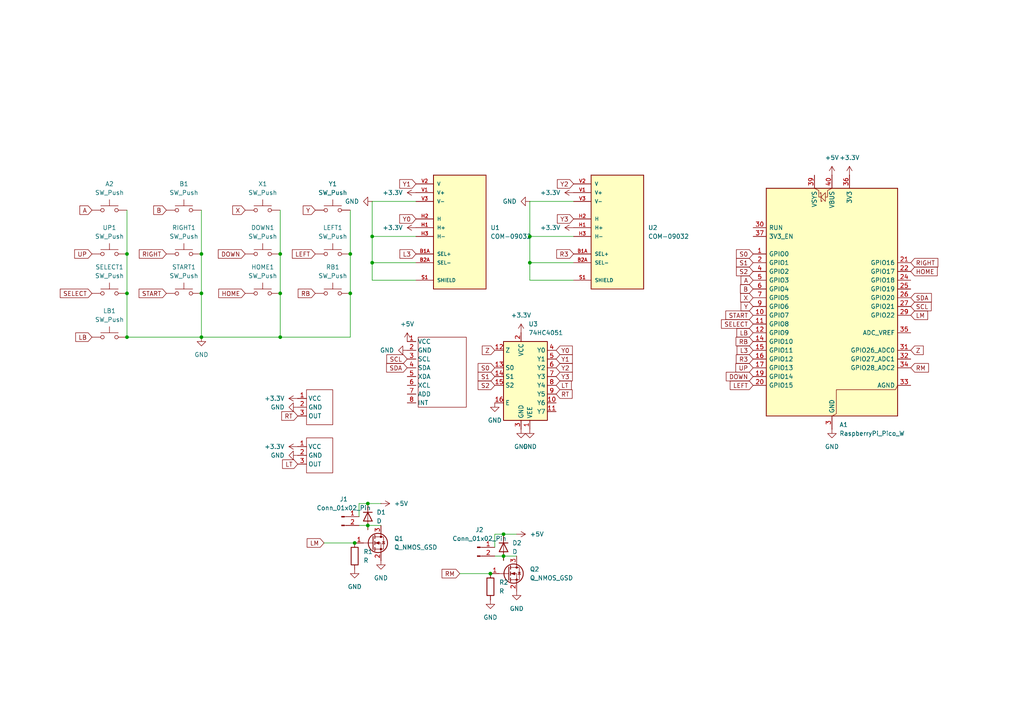
<source format=kicad_sch>
(kicad_sch
	(version 20250114)
	(generator "eeschema")
	(generator_version "9.0")
	(uuid "f008a073-a7e1-477e-9b03-5b87fed07250")
	(paper "A4")
	(lib_symbols
		(symbol "74xx:74HC4051"
			(exclude_from_sim no)
			(in_bom yes)
			(on_board yes)
			(property "Reference" "U"
				(at -5.08 11.43 0)
				(effects
					(font
						(size 1.27 1.27)
					)
				)
			)
			(property "Value" "74HC4051"
				(at -7.62 -13.97 0)
				(effects
					(font
						(size 1.27 1.27)
					)
				)
			)
			(property "Footprint" ""
				(at 0 -10.16 0)
				(effects
					(font
						(size 1.27 1.27)
					)
					(hide yes)
				)
			)
			(property "Datasheet" "http://www.ti.com/lit/ds/symlink/cd74hc4051.pdf"
				(at 0 -10.16 0)
				(effects
					(font
						(size 1.27 1.27)
					)
					(hide yes)
				)
			)
			(property "Description" "8-channel analog multiplexer/demultiplexer, DIP-16/SOIC-16/TSSOP-16"
				(at 0 0 0)
				(effects
					(font
						(size 1.27 1.27)
					)
					(hide yes)
				)
			)
			(property "ki_keywords" "HCMOS Multiplexer Demultiplexer Analog"
				(at 0 0 0)
				(effects
					(font
						(size 1.27 1.27)
					)
					(hide yes)
				)
			)
			(property "ki_fp_filters" "DIP*W7.62mm* SOIC*3.9x9.9mm*P1.27mm* SOIC*5.3x10.2mm*P1.27mm* TSSOP*4.4x5mm*P0.65mm*"
				(at 0 0 0)
				(effects
					(font
						(size 1.27 1.27)
					)
					(hide yes)
				)
			)
			(symbol "74HC4051_0_1"
				(rectangle
					(start -5.08 10.16)
					(end 7.62 -12.7)
					(stroke
						(width 0.254)
						(type default)
					)
					(fill
						(type background)
					)
				)
			)
			(symbol "74HC4051_1_1"
				(pin passive line
					(at -7.62 7.62 0)
					(length 2.54)
					(name "Z"
						(effects
							(font
								(size 1.27 1.27)
							)
						)
					)
					(number "12"
						(effects
							(font
								(size 1.27 1.27)
							)
						)
					)
				)
				(pin input line
					(at -7.62 2.54 0)
					(length 2.54)
					(name "S0"
						(effects
							(font
								(size 1.27 1.27)
							)
						)
					)
					(number "13"
						(effects
							(font
								(size 1.27 1.27)
							)
						)
					)
				)
				(pin input line
					(at -7.62 0 0)
					(length 2.54)
					(name "S1"
						(effects
							(font
								(size 1.27 1.27)
							)
						)
					)
					(number "14"
						(effects
							(font
								(size 1.27 1.27)
							)
						)
					)
				)
				(pin input line
					(at -7.62 -2.54 0)
					(length 2.54)
					(name "S2"
						(effects
							(font
								(size 1.27 1.27)
							)
						)
					)
					(number "15"
						(effects
							(font
								(size 1.27 1.27)
							)
						)
					)
				)
				(pin input line
					(at -7.62 -7.62 0)
					(length 2.54)
					(name "E"
						(effects
							(font
								(size 1.27 1.27)
							)
						)
					)
					(number "16"
						(effects
							(font
								(size 1.27 1.27)
							)
						)
					)
				)
				(pin power_in line
					(at 0 12.7 270)
					(length 2.54)
					(name "VCC"
						(effects
							(font
								(size 1.27 1.27)
							)
						)
					)
					(number "2"
						(effects
							(font
								(size 1.27 1.27)
							)
						)
					)
				)
				(pin power_in line
					(at 0 -15.24 90)
					(length 2.54)
					(name "GND"
						(effects
							(font
								(size 1.27 1.27)
							)
						)
					)
					(number "3"
						(effects
							(font
								(size 1.27 1.27)
							)
						)
					)
				)
				(pin power_in line
					(at 2.54 -15.24 90)
					(length 2.54)
					(name "VEE"
						(effects
							(font
								(size 1.27 1.27)
							)
						)
					)
					(number "1"
						(effects
							(font
								(size 1.27 1.27)
							)
						)
					)
				)
				(pin passive line
					(at 10.16 7.62 180)
					(length 2.54)
					(name "Y0"
						(effects
							(font
								(size 1.27 1.27)
							)
						)
					)
					(number "4"
						(effects
							(font
								(size 1.27 1.27)
							)
						)
					)
				)
				(pin passive line
					(at 10.16 5.08 180)
					(length 2.54)
					(name "Y1"
						(effects
							(font
								(size 1.27 1.27)
							)
						)
					)
					(number "5"
						(effects
							(font
								(size 1.27 1.27)
							)
						)
					)
				)
				(pin passive line
					(at 10.16 2.54 180)
					(length 2.54)
					(name "Y2"
						(effects
							(font
								(size 1.27 1.27)
							)
						)
					)
					(number "6"
						(effects
							(font
								(size 1.27 1.27)
							)
						)
					)
				)
				(pin passive line
					(at 10.16 0 180)
					(length 2.54)
					(name "Y3"
						(effects
							(font
								(size 1.27 1.27)
							)
						)
					)
					(number "7"
						(effects
							(font
								(size 1.27 1.27)
							)
						)
					)
				)
				(pin passive line
					(at 10.16 -2.54 180)
					(length 2.54)
					(name "Y4"
						(effects
							(font
								(size 1.27 1.27)
							)
						)
					)
					(number "8"
						(effects
							(font
								(size 1.27 1.27)
							)
						)
					)
				)
				(pin passive line
					(at 10.16 -5.08 180)
					(length 2.54)
					(name "Y5"
						(effects
							(font
								(size 1.27 1.27)
							)
						)
					)
					(number "9"
						(effects
							(font
								(size 1.27 1.27)
							)
						)
					)
				)
				(pin passive line
					(at 10.16 -7.62 180)
					(length 2.54)
					(name "Y6"
						(effects
							(font
								(size 1.27 1.27)
							)
						)
					)
					(number "10"
						(effects
							(font
								(size 1.27 1.27)
							)
						)
					)
				)
				(pin passive line
					(at 10.16 -10.16 180)
					(length 2.54)
					(name "Y7"
						(effects
							(font
								(size 1.27 1.27)
							)
						)
					)
					(number "11"
						(effects
							(font
								(size 1.27 1.27)
							)
						)
					)
				)
			)
			(embedded_fonts no)
		)
		(symbol "COM-09032:COM-09032"
			(pin_names
				(offset 1.016)
			)
			(exclude_from_sim no)
			(in_bom yes)
			(on_board yes)
			(property "Reference" "U"
				(at -7.62 16.002 0)
				(effects
					(font
						(size 1.27 1.27)
					)
					(justify left bottom)
				)
			)
			(property "Value" "COM-09032"
				(at -7.62 -20.32 0)
				(effects
					(font
						(size 1.27 1.27)
					)
					(justify left bottom)
				)
			)
			(property "Footprint" "COM-09032:XDCR_COM-09032"
				(at 0 0 0)
				(effects
					(font
						(size 1.27 1.27)
					)
					(justify bottom)
					(hide yes)
				)
			)
			(property "Datasheet" ""
				(at 0 0 0)
				(effects
					(font
						(size 1.27 1.27)
					)
					(hide yes)
				)
			)
			(property "Description" ""
				(at 0 0 0)
				(effects
					(font
						(size 1.27 1.27)
					)
					(hide yes)
				)
			)
			(property "MF" "SparkFun Electronics"
				(at 0 0 0)
				(effects
					(font
						(size 1.27 1.27)
					)
					(justify bottom)
					(hide yes)
				)
			)
			(property "MAXIMUM_PACKAGE_HEIGHT" "30.1mm"
				(at 0 0 0)
				(effects
					(font
						(size 1.27 1.27)
					)
					(justify bottom)
					(hide yes)
				)
			)
			(property "Package" "Package"
				(at 0 0 0)
				(effects
					(font
						(size 1.27 1.27)
					)
					(justify bottom)
					(hide yes)
				)
			)
			(property "Price" "None"
				(at 0 0 0)
				(effects
					(font
						(size 1.27 1.27)
					)
					(justify bottom)
					(hide yes)
				)
			)
			(property "Check_prices" "https://www.snapeda.com/parts/COM-09032/SparkFun/view-part/?ref=eda"
				(at 0 0 0)
				(effects
					(font
						(size 1.27 1.27)
					)
					(justify bottom)
					(hide yes)
				)
			)
			(property "STANDARD" "Manufacturer Recommendations"
				(at 0 0 0)
				(effects
					(font
						(size 1.27 1.27)
					)
					(justify bottom)
					(hide yes)
				)
			)
			(property "PARTREV" "N/A"
				(at 0 0 0)
				(effects
					(font
						(size 1.27 1.27)
					)
					(justify bottom)
					(hide yes)
				)
			)
			(property "SnapEDA_Link" "https://www.snapeda.com/parts/COM-09032/SparkFun/view-part/?ref=snap"
				(at 0 0 0)
				(effects
					(font
						(size 1.27 1.27)
					)
					(justify bottom)
					(hide yes)
				)
			)
			(property "MP" "COM-09032"
				(at 0 0 0)
				(effects
					(font
						(size 1.27 1.27)
					)
					(justify bottom)
					(hide yes)
				)
			)
			(property "Description_1" "Joystick, 2 - Axis Analog (Resistive) Output"
				(at 0 0 0)
				(effects
					(font
						(size 1.27 1.27)
					)
					(justify bottom)
					(hide yes)
				)
			)
			(property "Availability" "In Stock"
				(at 0 0 0)
				(effects
					(font
						(size 1.27 1.27)
					)
					(justify bottom)
					(hide yes)
				)
			)
			(property "MANUFACTURER" "SparkFun Electronics"
				(at 0 0 0)
				(effects
					(font
						(size 1.27 1.27)
					)
					(justify bottom)
					(hide yes)
				)
			)
			(symbol "COM-09032_0_0"
				(rectangle
					(start -7.62 -17.78)
					(end 7.62 15.24)
					(stroke
						(width 0.254)
						(type default)
					)
					(fill
						(type background)
					)
				)
				(pin passive line
					(at -12.7 12.7 0)
					(length 5.08)
					(name "V"
						(effects
							(font
								(size 1.016 1.016)
							)
						)
					)
					(number "V2"
						(effects
							(font
								(size 1.016 1.016)
							)
						)
					)
				)
				(pin passive line
					(at -12.7 10.16 0)
					(length 5.08)
					(name "V+"
						(effects
							(font
								(size 1.016 1.016)
							)
						)
					)
					(number "V1"
						(effects
							(font
								(size 1.016 1.016)
							)
						)
					)
				)
				(pin passive line
					(at -12.7 7.62 0)
					(length 5.08)
					(name "V-"
						(effects
							(font
								(size 1.016 1.016)
							)
						)
					)
					(number "V3"
						(effects
							(font
								(size 1.016 1.016)
							)
						)
					)
				)
				(pin passive line
					(at -12.7 2.54 0)
					(length 5.08)
					(name "H"
						(effects
							(font
								(size 1.016 1.016)
							)
						)
					)
					(number "H2"
						(effects
							(font
								(size 1.016 1.016)
							)
						)
					)
				)
				(pin passive line
					(at -12.7 0 0)
					(length 5.08)
					(name "H+"
						(effects
							(font
								(size 1.016 1.016)
							)
						)
					)
					(number "H1"
						(effects
							(font
								(size 1.016 1.016)
							)
						)
					)
				)
				(pin passive line
					(at -12.7 -2.54 0)
					(length 5.08)
					(name "H-"
						(effects
							(font
								(size 1.016 1.016)
							)
						)
					)
					(number "H3"
						(effects
							(font
								(size 1.016 1.016)
							)
						)
					)
				)
				(pin passive line
					(at -12.7 -7.62 0)
					(length 5.08)
					(name "SEL+"
						(effects
							(font
								(size 1.016 1.016)
							)
						)
					)
					(number "B1A"
						(effects
							(font
								(size 1.016 1.016)
							)
						)
					)
				)
				(pin passive line
					(at -12.7 -10.16 0)
					(length 5.08)
					(name "SEL-"
						(effects
							(font
								(size 1.016 1.016)
							)
						)
					)
					(number "B2A"
						(effects
							(font
								(size 1.016 1.016)
							)
						)
					)
				)
				(pin passive line
					(at -12.7 -15.24 0)
					(length 5.08)
					(name "SHIELD"
						(effects
							(font
								(size 1.016 1.016)
							)
						)
					)
					(number "S1"
						(effects
							(font
								(size 1.016 1.016)
							)
						)
					)
				)
				(pin passive line
					(at -12.7 -15.24 0)
					(length 5.08)
					(hide yes)
					(name "SHIELD"
						(effects
							(font
								(size 1.016 1.016)
							)
						)
					)
					(number "S2"
						(effects
							(font
								(size 1.016 1.016)
							)
						)
					)
				)
				(pin passive line
					(at -12.7 -15.24 0)
					(length 5.08)
					(hide yes)
					(name "SHIELD"
						(effects
							(font
								(size 1.016 1.016)
							)
						)
					)
					(number "S3"
						(effects
							(font
								(size 1.016 1.016)
							)
						)
					)
				)
				(pin passive line
					(at -12.7 -15.24 0)
					(length 5.08)
					(hide yes)
					(name "SHIELD"
						(effects
							(font
								(size 1.016 1.016)
							)
						)
					)
					(number "S4"
						(effects
							(font
								(size 1.016 1.016)
							)
						)
					)
				)
			)
			(embedded_fonts no)
		)
		(symbol "Connector:Conn_01x02_Pin"
			(pin_names
				(offset 1.016)
				(hide yes)
			)
			(exclude_from_sim no)
			(in_bom yes)
			(on_board yes)
			(property "Reference" "J"
				(at 0 2.54 0)
				(effects
					(font
						(size 1.27 1.27)
					)
				)
			)
			(property "Value" "Conn_01x02_Pin"
				(at 0 -5.08 0)
				(effects
					(font
						(size 1.27 1.27)
					)
				)
			)
			(property "Footprint" ""
				(at 0 0 0)
				(effects
					(font
						(size 1.27 1.27)
					)
					(hide yes)
				)
			)
			(property "Datasheet" "~"
				(at 0 0 0)
				(effects
					(font
						(size 1.27 1.27)
					)
					(hide yes)
				)
			)
			(property "Description" "Generic connector, single row, 01x02, script generated"
				(at 0 0 0)
				(effects
					(font
						(size 1.27 1.27)
					)
					(hide yes)
				)
			)
			(property "ki_locked" ""
				(at 0 0 0)
				(effects
					(font
						(size 1.27 1.27)
					)
				)
			)
			(property "ki_keywords" "connector"
				(at 0 0 0)
				(effects
					(font
						(size 1.27 1.27)
					)
					(hide yes)
				)
			)
			(property "ki_fp_filters" "Connector*:*_1x??_*"
				(at 0 0 0)
				(effects
					(font
						(size 1.27 1.27)
					)
					(hide yes)
				)
			)
			(symbol "Conn_01x02_Pin_1_1"
				(rectangle
					(start 0.8636 0.127)
					(end 0 -0.127)
					(stroke
						(width 0.1524)
						(type default)
					)
					(fill
						(type outline)
					)
				)
				(rectangle
					(start 0.8636 -2.413)
					(end 0 -2.667)
					(stroke
						(width 0.1524)
						(type default)
					)
					(fill
						(type outline)
					)
				)
				(polyline
					(pts
						(xy 1.27 0) (xy 0.8636 0)
					)
					(stroke
						(width 0.1524)
						(type default)
					)
					(fill
						(type none)
					)
				)
				(polyline
					(pts
						(xy 1.27 -2.54) (xy 0.8636 -2.54)
					)
					(stroke
						(width 0.1524)
						(type default)
					)
					(fill
						(type none)
					)
				)
				(pin passive line
					(at 5.08 0 180)
					(length 3.81)
					(name "Pin_1"
						(effects
							(font
								(size 1.27 1.27)
							)
						)
					)
					(number "1"
						(effects
							(font
								(size 1.27 1.27)
							)
						)
					)
				)
				(pin passive line
					(at 5.08 -2.54 180)
					(length 3.81)
					(name "Pin_2"
						(effects
							(font
								(size 1.27 1.27)
							)
						)
					)
					(number "2"
						(effects
							(font
								(size 1.27 1.27)
							)
						)
					)
				)
			)
			(embedded_fonts no)
		)
		(symbol "Controllor:hall_tirger"
			(exclude_from_sim no)
			(in_bom yes)
			(on_board yes)
			(property "Reference" "U"
				(at 0.254 0 0)
				(effects
					(font
						(size 1.27 1.27)
					)
					(hide yes)
				)
			)
			(property "Value" ""
				(at 0 0 0)
				(effects
					(font
						(size 1.27 1.27)
					)
				)
			)
			(property "Footprint" ""
				(at 0 0 0)
				(effects
					(font
						(size 1.27 1.27)
					)
					(hide yes)
				)
			)
			(property "Datasheet" ""
				(at 0 0 0)
				(effects
					(font
						(size 1.27 1.27)
					)
					(hide yes)
				)
			)
			(property "Description" ""
				(at 0 0 0)
				(effects
					(font
						(size 1.27 1.27)
					)
					(hide yes)
				)
			)
			(symbol "hall_tirger_0_1"
				(rectangle
					(start -5.08 6.35)
					(end 2.54 -3.81)
					(stroke
						(width 0)
						(type default)
					)
					(fill
						(type none)
					)
				)
			)
			(symbol "hall_tirger_1_1"
				(pin power_in line
					(at -7.62 3.81 0)
					(length 2.54)
					(name "VCC"
						(effects
							(font
								(size 1.27 1.27)
							)
						)
					)
					(number "1"
						(effects
							(font
								(size 1.27 1.27)
							)
						)
					)
				)
				(pin power_in line
					(at -7.62 1.27 0)
					(length 2.54)
					(name "GND"
						(effects
							(font
								(size 1.27 1.27)
							)
						)
					)
					(number "2"
						(effects
							(font
								(size 1.27 1.27)
							)
						)
					)
				)
				(pin output line
					(at -7.62 -1.27 0)
					(length 2.54)
					(name "OUT"
						(effects
							(font
								(size 1.27 1.27)
							)
						)
					)
					(number "3"
						(effects
							(font
								(size 1.27 1.27)
							)
						)
					)
				)
			)
			(embedded_fonts no)
		)
		(symbol "Device:D"
			(pin_numbers
				(hide yes)
			)
			(pin_names
				(offset 1.016)
				(hide yes)
			)
			(exclude_from_sim no)
			(in_bom yes)
			(on_board yes)
			(property "Reference" "D"
				(at 0 2.54 0)
				(effects
					(font
						(size 1.27 1.27)
					)
				)
			)
			(property "Value" "D"
				(at 0 -2.54 0)
				(effects
					(font
						(size 1.27 1.27)
					)
				)
			)
			(property "Footprint" ""
				(at 0 0 0)
				(effects
					(font
						(size 1.27 1.27)
					)
					(hide yes)
				)
			)
			(property "Datasheet" "~"
				(at 0 0 0)
				(effects
					(font
						(size 1.27 1.27)
					)
					(hide yes)
				)
			)
			(property "Description" "Diode"
				(at 0 0 0)
				(effects
					(font
						(size 1.27 1.27)
					)
					(hide yes)
				)
			)
			(property "Sim.Device" "D"
				(at 0 0 0)
				(effects
					(font
						(size 1.27 1.27)
					)
					(hide yes)
				)
			)
			(property "Sim.Pins" "1=K 2=A"
				(at 0 0 0)
				(effects
					(font
						(size 1.27 1.27)
					)
					(hide yes)
				)
			)
			(property "ki_keywords" "diode"
				(at 0 0 0)
				(effects
					(font
						(size 1.27 1.27)
					)
					(hide yes)
				)
			)
			(property "ki_fp_filters" "TO-???* *_Diode_* *SingleDiode* D_*"
				(at 0 0 0)
				(effects
					(font
						(size 1.27 1.27)
					)
					(hide yes)
				)
			)
			(symbol "D_0_1"
				(polyline
					(pts
						(xy -1.27 1.27) (xy -1.27 -1.27)
					)
					(stroke
						(width 0.254)
						(type default)
					)
					(fill
						(type none)
					)
				)
				(polyline
					(pts
						(xy 1.27 1.27) (xy 1.27 -1.27) (xy -1.27 0) (xy 1.27 1.27)
					)
					(stroke
						(width 0.254)
						(type default)
					)
					(fill
						(type none)
					)
				)
				(polyline
					(pts
						(xy 1.27 0) (xy -1.27 0)
					)
					(stroke
						(width 0)
						(type default)
					)
					(fill
						(type none)
					)
				)
			)
			(symbol "D_1_1"
				(pin passive line
					(at -3.81 0 0)
					(length 2.54)
					(name "K"
						(effects
							(font
								(size 1.27 1.27)
							)
						)
					)
					(number "1"
						(effects
							(font
								(size 1.27 1.27)
							)
						)
					)
				)
				(pin passive line
					(at 3.81 0 180)
					(length 2.54)
					(name "A"
						(effects
							(font
								(size 1.27 1.27)
							)
						)
					)
					(number "2"
						(effects
							(font
								(size 1.27 1.27)
							)
						)
					)
				)
			)
			(embedded_fonts no)
		)
		(symbol "Device:R"
			(pin_numbers
				(hide yes)
			)
			(pin_names
				(offset 0)
			)
			(exclude_from_sim no)
			(in_bom yes)
			(on_board yes)
			(property "Reference" "R"
				(at 2.032 0 90)
				(effects
					(font
						(size 1.27 1.27)
					)
				)
			)
			(property "Value" "R"
				(at 0 0 90)
				(effects
					(font
						(size 1.27 1.27)
					)
				)
			)
			(property "Footprint" ""
				(at -1.778 0 90)
				(effects
					(font
						(size 1.27 1.27)
					)
					(hide yes)
				)
			)
			(property "Datasheet" "~"
				(at 0 0 0)
				(effects
					(font
						(size 1.27 1.27)
					)
					(hide yes)
				)
			)
			(property "Description" "Resistor"
				(at 0 0 0)
				(effects
					(font
						(size 1.27 1.27)
					)
					(hide yes)
				)
			)
			(property "ki_keywords" "R res resistor"
				(at 0 0 0)
				(effects
					(font
						(size 1.27 1.27)
					)
					(hide yes)
				)
			)
			(property "ki_fp_filters" "R_*"
				(at 0 0 0)
				(effects
					(font
						(size 1.27 1.27)
					)
					(hide yes)
				)
			)
			(symbol "R_0_1"
				(rectangle
					(start -1.016 -2.54)
					(end 1.016 2.54)
					(stroke
						(width 0.254)
						(type default)
					)
					(fill
						(type none)
					)
				)
			)
			(symbol "R_1_1"
				(pin passive line
					(at 0 3.81 270)
					(length 1.27)
					(name "~"
						(effects
							(font
								(size 1.27 1.27)
							)
						)
					)
					(number "1"
						(effects
							(font
								(size 1.27 1.27)
							)
						)
					)
				)
				(pin passive line
					(at 0 -3.81 90)
					(length 1.27)
					(name "~"
						(effects
							(font
								(size 1.27 1.27)
							)
						)
					)
					(number "2"
						(effects
							(font
								(size 1.27 1.27)
							)
						)
					)
				)
			)
			(embedded_fonts no)
		)
		(symbol "MCU_Module:RaspberryPi_Pico_W"
			(pin_names
				(offset 0.762)
			)
			(exclude_from_sim no)
			(in_bom yes)
			(on_board yes)
			(property "Reference" "A"
				(at -19.05 35.56 0)
				(effects
					(font
						(size 1.27 1.27)
					)
					(justify left)
				)
			)
			(property "Value" "RaspberryPi_Pico_W"
				(at 7.62 35.56 0)
				(effects
					(font
						(size 1.27 1.27)
					)
					(justify left)
				)
			)
			(property "Footprint" "Module:RaspberryPi_Pico_W_SMD_HandSolder"
				(at 0 -46.99 0)
				(effects
					(font
						(size 1.27 1.27)
					)
					(hide yes)
				)
			)
			(property "Datasheet" "https://datasheets.raspberrypi.com/picow/pico-w-datasheet.pdf"
				(at 0 -49.53 0)
				(effects
					(font
						(size 1.27 1.27)
					)
					(hide yes)
				)
			)
			(property "Description" "Versatile and inexpensive wireless microcontroller module powered by RP2040 dual-core Arm Cortex-M0+ processor up to 133 MHz, 264kB SRAM, 2MB QSPI flash, Infineon CYW43439 2.4GHz 802.11n wireless LAN; also supports Raspberry Pi Pico 2 W"
				(at 0 -52.07 0)
				(effects
					(font
						(size 1.27 1.27)
					)
					(hide yes)
				)
			)
			(property "ki_keywords" "RP2350A M33 RISC-V Hazard3 usb wifi bluetooth"
				(at 0 0 0)
				(effects
					(font
						(size 1.27 1.27)
					)
					(hide yes)
				)
			)
			(property "ki_fp_filters" "RaspberryPi?Pico?Common* RaspberryPi?Pico?W?SMD*"
				(at 0 0 0)
				(effects
					(font
						(size 1.27 1.27)
					)
					(hide yes)
				)
			)
			(symbol "RaspberryPi_Pico_W_0_1"
				(rectangle
					(start -19.05 34.29)
					(end 19.05 -31.75)
					(stroke
						(width 0.254)
						(type default)
					)
					(fill
						(type background)
					)
				)
				(polyline
					(pts
						(xy -5.08 34.29) (xy -3.81 33.655) (xy -3.81 31.75) (xy -3.175 31.75)
					)
					(stroke
						(width 0)
						(type default)
					)
					(fill
						(type none)
					)
				)
				(polyline
					(pts
						(xy -3.429 32.766) (xy -3.429 33.02) (xy -3.175 33.02) (xy -3.175 30.48) (xy -2.921 30.48) (xy -2.921 30.734)
					)
					(stroke
						(width 0)
						(type default)
					)
					(fill
						(type none)
					)
				)
				(polyline
					(pts
						(xy -3.175 31.75) (xy -1.905 33.02) (xy -1.905 30.48) (xy -3.175 31.75)
					)
					(stroke
						(width 0)
						(type default)
					)
					(fill
						(type none)
					)
				)
				(polyline
					(pts
						(xy 0 34.29) (xy -1.27 33.655) (xy -1.27 31.75) (xy -1.905 31.75)
					)
					(stroke
						(width 0)
						(type default)
					)
					(fill
						(type none)
					)
				)
				(polyline
					(pts
						(xy 0 -31.75) (xy 1.27 -31.115) (xy 1.27 -24.13) (xy 18.415 -24.13) (xy 19.05 -22.86)
					)
					(stroke
						(width 0)
						(type default)
					)
					(fill
						(type none)
					)
				)
			)
			(symbol "RaspberryPi_Pico_W_1_1"
				(pin passive line
					(at -22.86 22.86 0)
					(length 3.81)
					(name "RUN"
						(effects
							(font
								(size 1.27 1.27)
							)
						)
					)
					(number "30"
						(effects
							(font
								(size 1.27 1.27)
							)
						)
					)
					(alternate "~{RESET}" passive line)
				)
				(pin passive line
					(at -22.86 20.32 0)
					(length 3.81)
					(name "3V3_EN"
						(effects
							(font
								(size 1.27 1.27)
							)
						)
					)
					(number "37"
						(effects
							(font
								(size 1.27 1.27)
							)
						)
					)
					(alternate "~{3V3_DISABLE}" passive line)
				)
				(pin bidirectional line
					(at -22.86 15.24 0)
					(length 3.81)
					(name "GPIO0"
						(effects
							(font
								(size 1.27 1.27)
							)
						)
					)
					(number "1"
						(effects
							(font
								(size 1.27 1.27)
							)
						)
					)
					(alternate "I2C0_SDA" bidirectional line)
					(alternate "PWM0_A" output line)
					(alternate "SPI0_RX" input line)
					(alternate "UART0_TX" output line)
					(alternate "USB_OVCUR_DET" input line)
				)
				(pin bidirectional line
					(at -22.86 12.7 0)
					(length 3.81)
					(name "GPIO1"
						(effects
							(font
								(size 1.27 1.27)
							)
						)
					)
					(number "2"
						(effects
							(font
								(size 1.27 1.27)
							)
						)
					)
					(alternate "I2C0_SCL" bidirectional clock)
					(alternate "PWM0_B" bidirectional line)
					(alternate "UART0_RX" input line)
					(alternate "USB_VBUS_DET" passive line)
					(alternate "~{SPI0_CSn}" bidirectional line)
				)
				(pin bidirectional line
					(at -22.86 10.16 0)
					(length 3.81)
					(name "GPIO2"
						(effects
							(font
								(size 1.27 1.27)
							)
						)
					)
					(number "4"
						(effects
							(font
								(size 1.27 1.27)
							)
						)
					)
					(alternate "I2C1_SDA" bidirectional line)
					(alternate "PWM1_A" output line)
					(alternate "SPI0_SCK" bidirectional clock)
					(alternate "UART0_CTS" input line)
					(alternate "USB_VBUS_EN" output line)
				)
				(pin bidirectional line
					(at -22.86 7.62 0)
					(length 3.81)
					(name "GPIO3"
						(effects
							(font
								(size 1.27 1.27)
							)
						)
					)
					(number "5"
						(effects
							(font
								(size 1.27 1.27)
							)
						)
					)
					(alternate "I2C1_SCL" bidirectional clock)
					(alternate "PWM1_B" bidirectional line)
					(alternate "SPI0_TX" output line)
					(alternate "UART0_RTS" output line)
					(alternate "USB_OVCUR_DET" input line)
				)
				(pin bidirectional line
					(at -22.86 5.08 0)
					(length 3.81)
					(name "GPIO4"
						(effects
							(font
								(size 1.27 1.27)
							)
						)
					)
					(number "6"
						(effects
							(font
								(size 1.27 1.27)
							)
						)
					)
					(alternate "I2C0_SDA" bidirectional line)
					(alternate "PWM2_A" output line)
					(alternate "SPI0_RX" input line)
					(alternate "UART1_TX" output line)
					(alternate "USB_VBUS_DET" input line)
				)
				(pin bidirectional line
					(at -22.86 2.54 0)
					(length 3.81)
					(name "GPIO5"
						(effects
							(font
								(size 1.27 1.27)
							)
						)
					)
					(number "7"
						(effects
							(font
								(size 1.27 1.27)
							)
						)
					)
					(alternate "I2C0_SCL" bidirectional clock)
					(alternate "PWM2_B" bidirectional line)
					(alternate "UART1_RX" input line)
					(alternate "USB_VBUS_EN" output line)
					(alternate "~{SPI0_CSn}" bidirectional line)
				)
				(pin bidirectional line
					(at -22.86 0 0)
					(length 3.81)
					(name "GPIO6"
						(effects
							(font
								(size 1.27 1.27)
							)
						)
					)
					(number "9"
						(effects
							(font
								(size 1.27 1.27)
							)
						)
					)
					(alternate "I2C1_SDA" bidirectional line)
					(alternate "PWM3_A" output line)
					(alternate "SPI0_SCK" bidirectional clock)
					(alternate "UART1_CTS" input line)
					(alternate "USB_OVCUR_DET" input line)
				)
				(pin bidirectional line
					(at -22.86 -2.54 0)
					(length 3.81)
					(name "GPIO7"
						(effects
							(font
								(size 1.27 1.27)
							)
						)
					)
					(number "10"
						(effects
							(font
								(size 1.27 1.27)
							)
						)
					)
					(alternate "I2C1_SCL" bidirectional clock)
					(alternate "PWM3_B" bidirectional line)
					(alternate "SPI0_TX" output line)
					(alternate "UART1_RTS" output line)
					(alternate "USB_VBUS_DET" input line)
				)
				(pin bidirectional line
					(at -22.86 -5.08 0)
					(length 3.81)
					(name "GPIO8"
						(effects
							(font
								(size 1.27 1.27)
							)
						)
					)
					(number "11"
						(effects
							(font
								(size 1.27 1.27)
							)
						)
					)
					(alternate "I2C0_SDA" bidirectional line)
					(alternate "PWM4_A" output line)
					(alternate "SPI1_RX" input line)
					(alternate "UART1_TX" output line)
					(alternate "USB_VBUS_EN" output line)
				)
				(pin bidirectional line
					(at -22.86 -7.62 0)
					(length 3.81)
					(name "GPIO9"
						(effects
							(font
								(size 1.27 1.27)
							)
						)
					)
					(number "12"
						(effects
							(font
								(size 1.27 1.27)
							)
						)
					)
					(alternate "I2C0_SCL" bidirectional clock)
					(alternate "PWM4_B" bidirectional line)
					(alternate "UART1_RX" input line)
					(alternate "USB_OVCUR_DET" input line)
					(alternate "~{SPI1_CSn}" bidirectional line)
				)
				(pin bidirectional line
					(at -22.86 -10.16 0)
					(length 3.81)
					(name "GPIO10"
						(effects
							(font
								(size 1.27 1.27)
							)
						)
					)
					(number "14"
						(effects
							(font
								(size 1.27 1.27)
							)
						)
					)
					(alternate "I2C1_SDA" bidirectional line)
					(alternate "PWM5_A" output line)
					(alternate "SPI1_SCK" bidirectional clock)
					(alternate "UART1_CTS" input line)
					(alternate "USB_VBUS_DET" input line)
				)
				(pin bidirectional line
					(at -22.86 -12.7 0)
					(length 3.81)
					(name "GPIO11"
						(effects
							(font
								(size 1.27 1.27)
							)
						)
					)
					(number "15"
						(effects
							(font
								(size 1.27 1.27)
							)
						)
					)
					(alternate "I2C1_SCL" bidirectional clock)
					(alternate "PWM5_B" bidirectional line)
					(alternate "SPI1_TX" output line)
					(alternate "UART1_RTS" output line)
					(alternate "USB_VBUS_EN" output line)
				)
				(pin bidirectional line
					(at -22.86 -15.24 0)
					(length 3.81)
					(name "GPIO12"
						(effects
							(font
								(size 1.27 1.27)
							)
						)
					)
					(number "16"
						(effects
							(font
								(size 1.27 1.27)
							)
						)
					)
					(alternate "I2C0_SDA" bidirectional line)
					(alternate "PWM6_A" output line)
					(alternate "SPI1_RX" input line)
					(alternate "UART0_TX" output line)
					(alternate "USB_OVCUR_DET" input line)
				)
				(pin bidirectional line
					(at -22.86 -17.78 0)
					(length 3.81)
					(name "GPIO13"
						(effects
							(font
								(size 1.27 1.27)
							)
						)
					)
					(number "17"
						(effects
							(font
								(size 1.27 1.27)
							)
						)
					)
					(alternate "I2C0_SCL" bidirectional clock)
					(alternate "PWM6_B" bidirectional line)
					(alternate "UART0_RX" input line)
					(alternate "USB_VBUS_DET" input line)
					(alternate "~{SPI1_CSn}" bidirectional line)
				)
				(pin bidirectional line
					(at -22.86 -20.32 0)
					(length 3.81)
					(name "GPIO14"
						(effects
							(font
								(size 1.27 1.27)
							)
						)
					)
					(number "19"
						(effects
							(font
								(size 1.27 1.27)
							)
						)
					)
					(alternate "I2C1_SDA" bidirectional line)
					(alternate "PWM7_A" output line)
					(alternate "SPI1_SCK" bidirectional clock)
					(alternate "UART0_CTS" input line)
					(alternate "USB_VBUS_EN" output line)
				)
				(pin bidirectional line
					(at -22.86 -22.86 0)
					(length 3.81)
					(name "GPIO15"
						(effects
							(font
								(size 1.27 1.27)
							)
						)
					)
					(number "20"
						(effects
							(font
								(size 1.27 1.27)
							)
						)
					)
					(alternate "I2C1_SCL" bidirectional clock)
					(alternate "PWM7_B" bidirectional line)
					(alternate "SPI1_TX" output line)
					(alternate "UART0_RTS" output line)
					(alternate "USB_OVCUR_DET" input line)
				)
				(pin power_in line
					(at -5.08 38.1 270)
					(length 3.81)
					(name "VSYS"
						(effects
							(font
								(size 1.27 1.27)
							)
						)
					)
					(number "39"
						(effects
							(font
								(size 1.27 1.27)
							)
						)
					)
					(alternate "VSYS_OUT" power_out line)
				)
				(pin power_out line
					(at 0 38.1 270)
					(length 3.81)
					(name "VBUS"
						(effects
							(font
								(size 1.27 1.27)
							)
						)
					)
					(number "40"
						(effects
							(font
								(size 1.27 1.27)
							)
						)
					)
					(alternate "VBUS_IN" power_in line)
				)
				(pin passive line
					(at 0 -35.56 90)
					(length 3.81)
					(hide yes)
					(name "GND"
						(effects
							(font
								(size 1.27 1.27)
							)
						)
					)
					(number "13"
						(effects
							(font
								(size 1.27 1.27)
							)
						)
					)
				)
				(pin passive line
					(at 0 -35.56 90)
					(length 3.81)
					(hide yes)
					(name "GND"
						(effects
							(font
								(size 1.27 1.27)
							)
						)
					)
					(number "18"
						(effects
							(font
								(size 1.27 1.27)
							)
						)
					)
				)
				(pin passive line
					(at 0 -35.56 90)
					(length 3.81)
					(hide yes)
					(name "GND"
						(effects
							(font
								(size 1.27 1.27)
							)
						)
					)
					(number "23"
						(effects
							(font
								(size 1.27 1.27)
							)
						)
					)
				)
				(pin passive line
					(at 0 -35.56 90)
					(length 3.81)
					(hide yes)
					(name "GND"
						(effects
							(font
								(size 1.27 1.27)
							)
						)
					)
					(number "28"
						(effects
							(font
								(size 1.27 1.27)
							)
						)
					)
				)
				(pin power_out line
					(at 0 -35.56 90)
					(length 3.81)
					(name "GND"
						(effects
							(font
								(size 1.27 1.27)
							)
						)
					)
					(number "3"
						(effects
							(font
								(size 1.27 1.27)
							)
						)
					)
					(alternate "GND_IN" power_in line)
				)
				(pin passive line
					(at 0 -35.56 90)
					(length 3.81)
					(hide yes)
					(name "GND"
						(effects
							(font
								(size 1.27 1.27)
							)
						)
					)
					(number "38"
						(effects
							(font
								(size 1.27 1.27)
							)
						)
					)
				)
				(pin passive line
					(at 0 -35.56 90)
					(length 3.81)
					(hide yes)
					(name "GND"
						(effects
							(font
								(size 1.27 1.27)
							)
						)
					)
					(number "8"
						(effects
							(font
								(size 1.27 1.27)
							)
						)
					)
				)
				(pin power_out line
					(at 5.08 38.1 270)
					(length 3.81)
					(name "3V3"
						(effects
							(font
								(size 1.27 1.27)
							)
						)
					)
					(number "36"
						(effects
							(font
								(size 1.27 1.27)
							)
						)
					)
				)
				(pin bidirectional line
					(at 22.86 12.7 180)
					(length 3.81)
					(name "GPIO16"
						(effects
							(font
								(size 1.27 1.27)
							)
						)
					)
					(number "21"
						(effects
							(font
								(size 1.27 1.27)
							)
						)
					)
					(alternate "I2C0_SDA" bidirectional line)
					(alternate "PWM0_A" output line)
					(alternate "SPI0_RX" input line)
					(alternate "UART0_TX" output line)
					(alternate "USB_VBUS_DET" input line)
				)
				(pin bidirectional line
					(at 22.86 10.16 180)
					(length 3.81)
					(name "GPIO17"
						(effects
							(font
								(size 1.27 1.27)
							)
						)
					)
					(number "22"
						(effects
							(font
								(size 1.27 1.27)
							)
						)
					)
					(alternate "I2C0_SCL" bidirectional clock)
					(alternate "PWM0_B" bidirectional line)
					(alternate "UART0_RX" input line)
					(alternate "USB_VBUS_EN" output line)
					(alternate "~{SPI0_CSn}" bidirectional line)
				)
				(pin bidirectional line
					(at 22.86 7.62 180)
					(length 3.81)
					(name "GPIO18"
						(effects
							(font
								(size 1.27 1.27)
							)
						)
					)
					(number "24"
						(effects
							(font
								(size 1.27 1.27)
							)
						)
					)
					(alternate "I2C1_SDA" bidirectional line)
					(alternate "PWM1_A" output line)
					(alternate "SPI0_SCK" bidirectional clock)
					(alternate "UART0_CTS" input line)
					(alternate "USB_OVCUR_DET" input line)
				)
				(pin bidirectional line
					(at 22.86 5.08 180)
					(length 3.81)
					(name "GPIO19"
						(effects
							(font
								(size 1.27 1.27)
							)
						)
					)
					(number "25"
						(effects
							(font
								(size 1.27 1.27)
							)
						)
					)
					(alternate "I2C1_SCL" bidirectional clock)
					(alternate "PWM1_B" bidirectional line)
					(alternate "SPI0_TX" output line)
					(alternate "UART0_RTS" output line)
					(alternate "USB_VBUS_DET" input line)
				)
				(pin bidirectional line
					(at 22.86 2.54 180)
					(length 3.81)
					(name "GPIO20"
						(effects
							(font
								(size 1.27 1.27)
							)
						)
					)
					(number "26"
						(effects
							(font
								(size 1.27 1.27)
							)
						)
					)
					(alternate "CLOCK_GPIN0" input clock)
					(alternate "I2C0_SDA" bidirectional line)
					(alternate "PWM2_A" output line)
					(alternate "SPI0_RX" input line)
					(alternate "UART1_TX" output line)
					(alternate "USB_VBUS_EN" output line)
				)
				(pin bidirectional line
					(at 22.86 0 180)
					(length 3.81)
					(name "GPIO21"
						(effects
							(font
								(size 1.27 1.27)
							)
						)
					)
					(number "27"
						(effects
							(font
								(size 1.27 1.27)
							)
						)
					)
					(alternate "CLOCK_GPOUT0" output clock)
					(alternate "I2C0_SCL" bidirectional clock)
					(alternate "PWM2_B" bidirectional line)
					(alternate "UART1_RX" input line)
					(alternate "USB_OVCUR_DET" input line)
					(alternate "~{SPI0_CSn}" bidirectional line)
				)
				(pin bidirectional line
					(at 22.86 -2.54 180)
					(length 3.81)
					(name "GPIO22"
						(effects
							(font
								(size 1.27 1.27)
							)
						)
					)
					(number "29"
						(effects
							(font
								(size 1.27 1.27)
							)
						)
					)
					(alternate "CLOCK_GPIN1" input clock)
					(alternate "I2C1_SDA" bidirectional line)
					(alternate "PWM3_A" output line)
					(alternate "SPI0_SCK" bidirectional clock)
					(alternate "UART1_CTS" input line)
					(alternate "USB_VBUS_DET" input line)
				)
				(pin power_in line
					(at 22.86 -7.62 180)
					(length 3.81)
					(name "ADC_VREF"
						(effects
							(font
								(size 1.27 1.27)
							)
						)
					)
					(number "35"
						(effects
							(font
								(size 1.27 1.27)
							)
						)
					)
				)
				(pin bidirectional line
					(at 22.86 -12.7 180)
					(length 3.81)
					(name "GPIO26_ADC0"
						(effects
							(font
								(size 1.27 1.27)
							)
						)
					)
					(number "31"
						(effects
							(font
								(size 1.27 1.27)
							)
						)
					)
					(alternate "ADC0" input line)
					(alternate "GPIO26" bidirectional line)
					(alternate "I2C1_SDA" bidirectional line)
					(alternate "PWM5_A" output line)
					(alternate "SPI1_SCK" bidirectional clock)
					(alternate "UART1_CTS" input line)
					(alternate "USB_VBUS_EN" output line)
				)
				(pin bidirectional line
					(at 22.86 -15.24 180)
					(length 3.81)
					(name "GPIO27_ADC1"
						(effects
							(font
								(size 1.27 1.27)
							)
						)
					)
					(number "32"
						(effects
							(font
								(size 1.27 1.27)
							)
						)
					)
					(alternate "ADC1" input line)
					(alternate "GPIO27" bidirectional line)
					(alternate "I2C1_SCL" bidirectional clock)
					(alternate "PWM5_B" bidirectional line)
					(alternate "SPI1_TX" output line)
					(alternate "UART1_RTS" output line)
					(alternate "USB_OVCUR_DET" input line)
				)
				(pin bidirectional line
					(at 22.86 -17.78 180)
					(length 3.81)
					(name "GPIO28_ADC2"
						(effects
							(font
								(size 1.27 1.27)
							)
						)
					)
					(number "34"
						(effects
							(font
								(size 1.27 1.27)
							)
						)
					)
					(alternate "ADC2" input line)
					(alternate "GPIO28" bidirectional line)
					(alternate "I2C0_SDA" bidirectional line)
					(alternate "PWM6_A" output line)
					(alternate "SPI1_RX" input line)
					(alternate "UART0_TX" output line)
					(alternate "USB_VBUS_DET" input line)
				)
				(pin power_out line
					(at 22.86 -22.86 180)
					(length 3.81)
					(name "AGND"
						(effects
							(font
								(size 1.27 1.27)
							)
						)
					)
					(number "33"
						(effects
							(font
								(size 1.27 1.27)
							)
						)
					)
					(alternate "GND" passive line)
				)
			)
			(embedded_fonts no)
		)
		(symbol "Sensor_Motion:mpu6050board"
			(exclude_from_sim no)
			(in_bom yes)
			(on_board yes)
			(property "Reference" "MPU6050"
				(at 1.016 4.826 90)
				(effects
					(font
						(size 1.27 1.27)
					)
				)
			)
			(property "Value" ""
				(at 0 0 0)
				(effects
					(font
						(size 1.27 1.27)
					)
				)
			)
			(property "Footprint" ""
				(at 0 0 0)
				(effects
					(font
						(size 1.27 1.27)
					)
					(hide yes)
				)
			)
			(property "Datasheet" ""
				(at 0 0 0)
				(effects
					(font
						(size 1.27 1.27)
					)
					(hide yes)
				)
			)
			(property "Description" ""
				(at 0 0 0)
				(effects
					(font
						(size 1.27 1.27)
					)
					(hide yes)
				)
			)
			(symbol "mpu6050board_0_1"
				(rectangle
					(start -9.525 10.16)
					(end 4.445 -10.16)
					(stroke
						(width 0)
						(type default)
					)
					(fill
						(type none)
					)
				)
			)
			(symbol "mpu6050board_1_1"
				(pin power_in line
					(at -12.7 8.89 0)
					(length 2.54)
					(name "VCC"
						(effects
							(font
								(size 1.27 1.27)
							)
						)
					)
					(number "1"
						(effects
							(font
								(size 1.27 1.27)
							)
						)
					)
				)
				(pin input line
					(at -12.7 6.35 0)
					(length 2.54)
					(name "GND"
						(effects
							(font
								(size 1.27 1.27)
							)
						)
					)
					(number "2"
						(effects
							(font
								(size 1.27 1.27)
							)
						)
					)
				)
				(pin input line
					(at -12.7 3.81 0)
					(length 2.54)
					(name "SCL"
						(effects
							(font
								(size 1.27 1.27)
							)
						)
					)
					(number "3"
						(effects
							(font
								(size 1.27 1.27)
							)
						)
					)
				)
				(pin input line
					(at -12.7 1.27 0)
					(length 2.54)
					(name "SDA"
						(effects
							(font
								(size 1.27 1.27)
							)
						)
					)
					(number "4"
						(effects
							(font
								(size 1.27 1.27)
							)
						)
					)
				)
				(pin input line
					(at -12.7 -1.27 0)
					(length 2.54)
					(name "XDA"
						(effects
							(font
								(size 1.27 1.27)
							)
						)
					)
					(number "5"
						(effects
							(font
								(size 1.27 1.27)
							)
						)
					)
				)
				(pin input line
					(at -12.7 -3.81 0)
					(length 2.54)
					(name "XCL"
						(effects
							(font
								(size 1.27 1.27)
							)
						)
					)
					(number "6"
						(effects
							(font
								(size 1.27 1.27)
							)
						)
					)
				)
				(pin input line
					(at -12.7 -6.35 0)
					(length 2.54)
					(name "ADD"
						(effects
							(font
								(size 1.27 1.27)
							)
						)
					)
					(number "7"
						(effects
							(font
								(size 1.27 1.27)
							)
						)
					)
				)
				(pin input line
					(at -12.7 -8.89 0)
					(length 2.54)
					(name "INT"
						(effects
							(font
								(size 1.27 1.27)
							)
						)
					)
					(number "8"
						(effects
							(font
								(size 1.27 1.27)
							)
						)
					)
				)
			)
			(embedded_fonts no)
		)
		(symbol "Switch:SW_Push"
			(pin_numbers
				(hide yes)
			)
			(pin_names
				(offset 1.016)
				(hide yes)
			)
			(exclude_from_sim no)
			(in_bom yes)
			(on_board yes)
			(property "Reference" "SW"
				(at 1.27 2.54 0)
				(effects
					(font
						(size 1.27 1.27)
					)
					(justify left)
				)
			)
			(property "Value" "SW_Push"
				(at 0 -1.524 0)
				(effects
					(font
						(size 1.27 1.27)
					)
				)
			)
			(property "Footprint" "Button_Switch_THT:SW_PUSH-12mm_Wuerth-430476085716"
				(at 0 5.08 0)
				(effects
					(font
						(size 1.27 1.27)
					)
					(hide yes)
				)
			)
			(property "Datasheet" "~"
				(at 0 5.08 0)
				(effects
					(font
						(size 1.27 1.27)
					)
					(hide yes)
				)
			)
			(property "Description" "Push button switch, generic, two pins"
				(at 0 0 0)
				(effects
					(font
						(size 1.27 1.27)
					)
					(hide yes)
				)
			)
			(property "ki_keywords" "switch normally-open pushbutton push-button"
				(at 0 0 0)
				(effects
					(font
						(size 1.27 1.27)
					)
					(hide yes)
				)
			)
			(symbol "SW_Push_0_1"
				(circle
					(center -2.032 0)
					(radius 0.508)
					(stroke
						(width 0)
						(type default)
					)
					(fill
						(type none)
					)
				)
				(polyline
					(pts
						(xy 0 1.27) (xy 0 3.048)
					)
					(stroke
						(width 0)
						(type default)
					)
					(fill
						(type none)
					)
				)
				(circle
					(center 2.032 0)
					(radius 0.508)
					(stroke
						(width 0)
						(type default)
					)
					(fill
						(type none)
					)
				)
				(polyline
					(pts
						(xy 2.54 1.27) (xy -2.54 1.27)
					)
					(stroke
						(width 0)
						(type default)
					)
					(fill
						(type none)
					)
				)
				(pin passive line
					(at -5.08 0 0)
					(length 2.54)
					(name "1"
						(effects
							(font
								(size 1.27 1.27)
							)
						)
					)
					(number "1"
						(effects
							(font
								(size 1.27 1.27)
							)
						)
					)
				)
				(pin passive line
					(at 5.08 0 180)
					(length 2.54)
					(name "2"
						(effects
							(font
								(size 1.27 1.27)
							)
						)
					)
					(number "2"
						(effects
							(font
								(size 1.27 1.27)
							)
						)
					)
				)
			)
			(embedded_fonts no)
		)
		(symbol "Transistor_FET:Q_NMOS_GSD"
			(pin_names
				(offset 0)
				(hide yes)
			)
			(exclude_from_sim no)
			(in_bom yes)
			(on_board yes)
			(property "Reference" "Q"
				(at 5.08 1.905 0)
				(effects
					(font
						(size 1.27 1.27)
					)
					(justify left)
				)
			)
			(property "Value" "Q_NMOS_GSD"
				(at 5.08 0 0)
				(effects
					(font
						(size 1.27 1.27)
					)
					(justify left)
				)
			)
			(property "Footprint" ""
				(at 5.08 2.54 0)
				(effects
					(font
						(size 1.27 1.27)
					)
					(hide yes)
				)
			)
			(property "Datasheet" "~"
				(at 0 0 0)
				(effects
					(font
						(size 1.27 1.27)
					)
					(hide yes)
				)
			)
			(property "Description" "N-MOSFET transistor, gate/source/drain"
				(at 0 0 0)
				(effects
					(font
						(size 1.27 1.27)
					)
					(hide yes)
				)
			)
			(property "ki_keywords" "transistor NMOS N-MOS N-MOSFET"
				(at 0 0 0)
				(effects
					(font
						(size 1.27 1.27)
					)
					(hide yes)
				)
			)
			(symbol "Q_NMOS_GSD_0_1"
				(polyline
					(pts
						(xy 0.254 1.905) (xy 0.254 -1.905)
					)
					(stroke
						(width 0.254)
						(type default)
					)
					(fill
						(type none)
					)
				)
				(polyline
					(pts
						(xy 0.254 0) (xy -2.54 0)
					)
					(stroke
						(width 0)
						(type default)
					)
					(fill
						(type none)
					)
				)
				(polyline
					(pts
						(xy 0.762 2.286) (xy 0.762 1.27)
					)
					(stroke
						(width 0.254)
						(type default)
					)
					(fill
						(type none)
					)
				)
				(polyline
					(pts
						(xy 0.762 0.508) (xy 0.762 -0.508)
					)
					(stroke
						(width 0.254)
						(type default)
					)
					(fill
						(type none)
					)
				)
				(polyline
					(pts
						(xy 0.762 -1.27) (xy 0.762 -2.286)
					)
					(stroke
						(width 0.254)
						(type default)
					)
					(fill
						(type none)
					)
				)
				(polyline
					(pts
						(xy 0.762 -1.778) (xy 3.302 -1.778) (xy 3.302 1.778) (xy 0.762 1.778)
					)
					(stroke
						(width 0)
						(type default)
					)
					(fill
						(type none)
					)
				)
				(polyline
					(pts
						(xy 1.016 0) (xy 2.032 0.381) (xy 2.032 -0.381) (xy 1.016 0)
					)
					(stroke
						(width 0)
						(type default)
					)
					(fill
						(type outline)
					)
				)
				(circle
					(center 1.651 0)
					(radius 2.794)
					(stroke
						(width 0.254)
						(type default)
					)
					(fill
						(type none)
					)
				)
				(polyline
					(pts
						(xy 2.54 2.54) (xy 2.54 1.778)
					)
					(stroke
						(width 0)
						(type default)
					)
					(fill
						(type none)
					)
				)
				(circle
					(center 2.54 1.778)
					(radius 0.254)
					(stroke
						(width 0)
						(type default)
					)
					(fill
						(type outline)
					)
				)
				(circle
					(center 2.54 -1.778)
					(radius 0.254)
					(stroke
						(width 0)
						(type default)
					)
					(fill
						(type outline)
					)
				)
				(polyline
					(pts
						(xy 2.54 -2.54) (xy 2.54 0) (xy 0.762 0)
					)
					(stroke
						(width 0)
						(type default)
					)
					(fill
						(type none)
					)
				)
				(polyline
					(pts
						(xy 2.921 0.381) (xy 3.683 0.381)
					)
					(stroke
						(width 0)
						(type default)
					)
					(fill
						(type none)
					)
				)
				(polyline
					(pts
						(xy 3.302 0.381) (xy 2.921 -0.254) (xy 3.683 -0.254) (xy 3.302 0.381)
					)
					(stroke
						(width 0)
						(type default)
					)
					(fill
						(type none)
					)
				)
			)
			(symbol "Q_NMOS_GSD_1_1"
				(pin input line
					(at -5.08 0 0)
					(length 2.54)
					(name "G"
						(effects
							(font
								(size 1.27 1.27)
							)
						)
					)
					(number "1"
						(effects
							(font
								(size 1.27 1.27)
							)
						)
					)
				)
				(pin passive line
					(at 2.54 5.08 270)
					(length 2.54)
					(name "D"
						(effects
							(font
								(size 1.27 1.27)
							)
						)
					)
					(number "3"
						(effects
							(font
								(size 1.27 1.27)
							)
						)
					)
				)
				(pin passive line
					(at 2.54 -5.08 90)
					(length 2.54)
					(name "S"
						(effects
							(font
								(size 1.27 1.27)
							)
						)
					)
					(number "2"
						(effects
							(font
								(size 1.27 1.27)
							)
						)
					)
				)
			)
			(embedded_fonts no)
		)
		(symbol "power:+3.3V"
			(power)
			(pin_numbers
				(hide yes)
			)
			(pin_names
				(offset 0)
				(hide yes)
			)
			(exclude_from_sim no)
			(in_bom yes)
			(on_board yes)
			(property "Reference" "#PWR"
				(at 0 -3.81 0)
				(effects
					(font
						(size 1.27 1.27)
					)
					(hide yes)
				)
			)
			(property "Value" "+3.3V"
				(at 0 3.556 0)
				(effects
					(font
						(size 1.27 1.27)
					)
				)
			)
			(property "Footprint" ""
				(at 0 0 0)
				(effects
					(font
						(size 1.27 1.27)
					)
					(hide yes)
				)
			)
			(property "Datasheet" ""
				(at 0 0 0)
				(effects
					(font
						(size 1.27 1.27)
					)
					(hide yes)
				)
			)
			(property "Description" "Power symbol creates a global label with name \"+3.3V\""
				(at 0 0 0)
				(effects
					(font
						(size 1.27 1.27)
					)
					(hide yes)
				)
			)
			(property "ki_keywords" "global power"
				(at 0 0 0)
				(effects
					(font
						(size 1.27 1.27)
					)
					(hide yes)
				)
			)
			(symbol "+3.3V_0_1"
				(polyline
					(pts
						(xy -0.762 1.27) (xy 0 2.54)
					)
					(stroke
						(width 0)
						(type default)
					)
					(fill
						(type none)
					)
				)
				(polyline
					(pts
						(xy 0 2.54) (xy 0.762 1.27)
					)
					(stroke
						(width 0)
						(type default)
					)
					(fill
						(type none)
					)
				)
				(polyline
					(pts
						(xy 0 0) (xy 0 2.54)
					)
					(stroke
						(width 0)
						(type default)
					)
					(fill
						(type none)
					)
				)
			)
			(symbol "+3.3V_1_1"
				(pin power_in line
					(at 0 0 90)
					(length 0)
					(name "~"
						(effects
							(font
								(size 1.27 1.27)
							)
						)
					)
					(number "1"
						(effects
							(font
								(size 1.27 1.27)
							)
						)
					)
				)
			)
			(embedded_fonts no)
		)
		(symbol "power:+5V"
			(power)
			(pin_numbers
				(hide yes)
			)
			(pin_names
				(offset 0)
				(hide yes)
			)
			(exclude_from_sim no)
			(in_bom yes)
			(on_board yes)
			(property "Reference" "#PWR"
				(at 0 -3.81 0)
				(effects
					(font
						(size 1.27 1.27)
					)
					(hide yes)
				)
			)
			(property "Value" "+5V"
				(at 0 3.556 0)
				(effects
					(font
						(size 1.27 1.27)
					)
				)
			)
			(property "Footprint" ""
				(at 0 0 0)
				(effects
					(font
						(size 1.27 1.27)
					)
					(hide yes)
				)
			)
			(property "Datasheet" ""
				(at 0 0 0)
				(effects
					(font
						(size 1.27 1.27)
					)
					(hide yes)
				)
			)
			(property "Description" "Power symbol creates a global label with name \"+5V\""
				(at 0 0 0)
				(effects
					(font
						(size 1.27 1.27)
					)
					(hide yes)
				)
			)
			(property "ki_keywords" "global power"
				(at 0 0 0)
				(effects
					(font
						(size 1.27 1.27)
					)
					(hide yes)
				)
			)
			(symbol "+5V_0_1"
				(polyline
					(pts
						(xy -0.762 1.27) (xy 0 2.54)
					)
					(stroke
						(width 0)
						(type default)
					)
					(fill
						(type none)
					)
				)
				(polyline
					(pts
						(xy 0 2.54) (xy 0.762 1.27)
					)
					(stroke
						(width 0)
						(type default)
					)
					(fill
						(type none)
					)
				)
				(polyline
					(pts
						(xy 0 0) (xy 0 2.54)
					)
					(stroke
						(width 0)
						(type default)
					)
					(fill
						(type none)
					)
				)
			)
			(symbol "+5V_1_1"
				(pin power_in line
					(at 0 0 90)
					(length 0)
					(name "~"
						(effects
							(font
								(size 1.27 1.27)
							)
						)
					)
					(number "1"
						(effects
							(font
								(size 1.27 1.27)
							)
						)
					)
				)
			)
			(embedded_fonts no)
		)
		(symbol "power:GND"
			(power)
			(pin_numbers
				(hide yes)
			)
			(pin_names
				(offset 0)
				(hide yes)
			)
			(exclude_from_sim no)
			(in_bom yes)
			(on_board yes)
			(property "Reference" "#PWR"
				(at 0 -6.35 0)
				(effects
					(font
						(size 1.27 1.27)
					)
					(hide yes)
				)
			)
			(property "Value" "GND"
				(at 0 -3.81 0)
				(effects
					(font
						(size 1.27 1.27)
					)
				)
			)
			(property "Footprint" ""
				(at 0 0 0)
				(effects
					(font
						(size 1.27 1.27)
					)
					(hide yes)
				)
			)
			(property "Datasheet" ""
				(at 0 0 0)
				(effects
					(font
						(size 1.27 1.27)
					)
					(hide yes)
				)
			)
			(property "Description" "Power symbol creates a global label with name \"GND\" , ground"
				(at 0 0 0)
				(effects
					(font
						(size 1.27 1.27)
					)
					(hide yes)
				)
			)
			(property "ki_keywords" "global power"
				(at 0 0 0)
				(effects
					(font
						(size 1.27 1.27)
					)
					(hide yes)
				)
			)
			(symbol "GND_0_1"
				(polyline
					(pts
						(xy 0 0) (xy 0 -1.27) (xy 1.27 -1.27) (xy 0 -2.54) (xy -1.27 -1.27) (xy 0 -1.27)
					)
					(stroke
						(width 0)
						(type default)
					)
					(fill
						(type none)
					)
				)
			)
			(symbol "GND_1_1"
				(pin power_in line
					(at 0 0 270)
					(length 0)
					(name "~"
						(effects
							(font
								(size 1.27 1.27)
							)
						)
					)
					(number "1"
						(effects
							(font
								(size 1.27 1.27)
							)
						)
					)
				)
			)
			(embedded_fonts no)
		)
	)
	(junction
		(at 81.28 97.79)
		(diameter 0)
		(color 0 0 0 0)
		(uuid "06fbac45-1b46-49bd-ba07-71a1a68bb9ef")
	)
	(junction
		(at 36.83 85.09)
		(diameter 0)
		(color 0 0 0 0)
		(uuid "0bed7c83-62de-4f04-a0c3-2df0139511cb")
	)
	(junction
		(at 36.83 73.66)
		(diameter 0)
		(color 0 0 0 0)
		(uuid "0ef7ce8d-0a3c-4479-b1e3-ca75b19a2c30")
	)
	(junction
		(at 36.83 97.79)
		(diameter 0)
		(color 0 0 0 0)
		(uuid "1cc6ab80-6730-41d1-b1ac-2ddb6caa0cf4")
	)
	(junction
		(at 106.68 152.4)
		(diameter 0)
		(color 0 0 0 0)
		(uuid "38e26655-1433-4c9e-8eb2-970450f7d3d6")
	)
	(junction
		(at 146.05 154.94)
		(diameter 0)
		(color 0 0 0 0)
		(uuid "3a3c848e-1d50-427f-b6bb-ffe4b2d5e01f")
	)
	(junction
		(at 102.87 157.48)
		(diameter 0)
		(color 0 0 0 0)
		(uuid "3fcfcd21-0a19-4d1a-8616-475a677054fc")
	)
	(junction
		(at 58.42 97.79)
		(diameter 0)
		(color 0 0 0 0)
		(uuid "42ab85eb-49c7-493b-927f-cb4902453639")
	)
	(junction
		(at 101.6 85.09)
		(diameter 0)
		(color 0 0 0 0)
		(uuid "491f5112-230c-4608-9a89-72536caaeb68")
	)
	(junction
		(at 142.24 166.37)
		(diameter 0)
		(color 0 0 0 0)
		(uuid "5328f944-aaac-4e64-9950-b9eea65b16e7")
	)
	(junction
		(at 106.68 146.05)
		(diameter 0)
		(color 0 0 0 0)
		(uuid "5b8b7dae-24b7-40b4-813b-3627192518bd")
	)
	(junction
		(at 81.28 73.66)
		(diameter 0)
		(color 0 0 0 0)
		(uuid "5f448646-a09c-465f-a314-3e9d04c2e4ff")
	)
	(junction
		(at 153.67 68.58)
		(diameter 0)
		(color 0 0 0 0)
		(uuid "78501840-910b-4cf9-802b-7d568908d631")
	)
	(junction
		(at 107.95 76.2)
		(diameter 0)
		(color 0 0 0 0)
		(uuid "87881210-d54e-44fc-beff-da692d3e1327")
	)
	(junction
		(at 107.95 68.58)
		(diameter 0)
		(color 0 0 0 0)
		(uuid "8c32063e-fd1d-452a-accc-2280b6e32792")
	)
	(junction
		(at 81.28 85.09)
		(diameter 0)
		(color 0 0 0 0)
		(uuid "9d5626a7-43c7-4f3c-9920-7738d2a47f38")
	)
	(junction
		(at 101.6 73.66)
		(diameter 0)
		(color 0 0 0 0)
		(uuid "a90ecafa-6a82-492e-84a7-48b59f7e6b15")
	)
	(junction
		(at 58.42 73.66)
		(diameter 0)
		(color 0 0 0 0)
		(uuid "bb96d686-93bf-4c25-adcf-6af20cfbad69")
	)
	(junction
		(at 146.05 161.29)
		(diameter 0)
		(color 0 0 0 0)
		(uuid "c0d370c0-4186-4ac8-9899-c5880b1e97c6")
	)
	(junction
		(at 153.67 76.2)
		(diameter 0)
		(color 0 0 0 0)
		(uuid "d6e86671-7f4d-499e-a802-528d1d196749")
	)
	(junction
		(at 58.42 85.09)
		(diameter 0)
		(color 0 0 0 0)
		(uuid "dc7cb91f-7c19-4210-a5f2-afd7b197a257")
	)
	(wire
		(pts
			(xy 166.37 68.58) (xy 153.67 68.58)
		)
		(stroke
			(width 0)
			(type default)
		)
		(uuid "00ff61fc-30e7-4ee4-9a53-1b73da79fe1c")
	)
	(wire
		(pts
			(xy 120.65 68.58) (xy 107.95 68.58)
		)
		(stroke
			(width 0)
			(type default)
		)
		(uuid "04efcc4b-cfa0-4628-9d03-b3615476a263")
	)
	(wire
		(pts
			(xy 104.14 152.4) (xy 106.68 152.4)
		)
		(stroke
			(width 0)
			(type default)
		)
		(uuid "06625b60-41e0-495b-accd-7e7f9f8d271a")
	)
	(wire
		(pts
			(xy 58.42 85.09) (xy 58.42 97.79)
		)
		(stroke
			(width 0)
			(type default)
		)
		(uuid "0ac68c95-a122-4fc5-9e1d-b05778bea72b")
	)
	(wire
		(pts
			(xy 107.95 76.2) (xy 107.95 68.58)
		)
		(stroke
			(width 0)
			(type default)
		)
		(uuid "134b1b17-1bae-4ba6-bb4c-da6a3e44f59f")
	)
	(wire
		(pts
			(xy 104.14 146.05) (xy 104.14 149.86)
		)
		(stroke
			(width 0)
			(type default)
		)
		(uuid "19fb27fa-b6a2-4c82-baac-608d37214e96")
	)
	(wire
		(pts
			(xy 36.83 85.09) (xy 36.83 97.79)
		)
		(stroke
			(width 0)
			(type default)
		)
		(uuid "2905c795-5951-4dda-8004-2da5af2886be")
	)
	(wire
		(pts
			(xy 153.67 58.42) (xy 153.67 68.58)
		)
		(stroke
			(width 0)
			(type default)
		)
		(uuid "2cd4fac5-4dd3-4961-b680-b280f4fe7a15")
	)
	(wire
		(pts
			(xy 146.05 154.94) (xy 143.51 154.94)
		)
		(stroke
			(width 0)
			(type default)
		)
		(uuid "3610ce96-4d58-4a66-b5f9-d23d3d9df336")
	)
	(wire
		(pts
			(xy 58.42 97.79) (xy 81.28 97.79)
		)
		(stroke
			(width 0)
			(type default)
		)
		(uuid "3a238b49-d858-4b34-b544-e984793b7388")
	)
	(wire
		(pts
			(xy 81.28 73.66) (xy 81.28 85.09)
		)
		(stroke
			(width 0)
			(type default)
		)
		(uuid "3a987e50-ebc9-4a3d-bf0e-6e5a08b75e9b")
	)
	(wire
		(pts
			(xy 166.37 81.28) (xy 153.67 81.28)
		)
		(stroke
			(width 0)
			(type default)
		)
		(uuid "3b0672bf-23f8-438d-a0f4-a94923914867")
	)
	(wire
		(pts
			(xy 101.6 73.66) (xy 101.6 85.09)
		)
		(stroke
			(width 0)
			(type default)
		)
		(uuid "4af86f6e-b793-4846-a1c5-1b2b69dc947b")
	)
	(wire
		(pts
			(xy 58.42 73.66) (xy 58.42 85.09)
		)
		(stroke
			(width 0)
			(type default)
		)
		(uuid "4e1f2641-a748-4912-b17d-9397058eb384")
	)
	(wire
		(pts
			(xy 106.68 153.67) (xy 106.68 152.4)
		)
		(stroke
			(width 0)
			(type default)
		)
		(uuid "5a1095e9-391d-4cb1-8bba-d6fe228c2a85")
	)
	(wire
		(pts
			(xy 120.65 58.42) (xy 107.95 58.42)
		)
		(stroke
			(width 0)
			(type default)
		)
		(uuid "5b51e869-f2be-4d7b-a1de-d20f6ff06052")
	)
	(wire
		(pts
			(xy 133.35 166.37) (xy 142.24 166.37)
		)
		(stroke
			(width 0)
			(type default)
		)
		(uuid "5bae8482-28d4-4104-b298-bfc970d06fb2")
	)
	(wire
		(pts
			(xy 146.05 161.29) (xy 146.05 162.56)
		)
		(stroke
			(width 0)
			(type default)
		)
		(uuid "62b28e43-4421-4e78-9c78-1954529ea7bd")
	)
	(wire
		(pts
			(xy 36.83 97.79) (xy 58.42 97.79)
		)
		(stroke
			(width 0)
			(type default)
		)
		(uuid "69f3c143-fab1-4100-abe9-9af691453f16")
	)
	(wire
		(pts
			(xy 146.05 161.29) (xy 149.86 161.29)
		)
		(stroke
			(width 0)
			(type default)
		)
		(uuid "71aa64ba-111d-471c-a7e5-232d314da7da")
	)
	(wire
		(pts
			(xy 110.49 146.05) (xy 106.68 146.05)
		)
		(stroke
			(width 0)
			(type default)
		)
		(uuid "74bdf57f-7895-42d7-86bc-57df186cd716")
	)
	(wire
		(pts
			(xy 81.28 97.79) (xy 101.6 97.79)
		)
		(stroke
			(width 0)
			(type default)
		)
		(uuid "7a18cd91-73f1-4c30-92cd-3f85c815a4a7")
	)
	(wire
		(pts
			(xy 107.95 81.28) (xy 107.95 76.2)
		)
		(stroke
			(width 0)
			(type default)
		)
		(uuid "7b4e0e2a-567f-49cd-9832-9b9afa5f3793")
	)
	(wire
		(pts
			(xy 143.51 161.29) (xy 146.05 161.29)
		)
		(stroke
			(width 0)
			(type default)
		)
		(uuid "7fcf31c3-830d-4767-a923-40b89ae891b8")
	)
	(wire
		(pts
			(xy 153.67 58.42) (xy 166.37 58.42)
		)
		(stroke
			(width 0)
			(type default)
		)
		(uuid "8098a53c-8eac-4817-916c-e41cfc80f2b2")
	)
	(wire
		(pts
			(xy 107.95 58.42) (xy 107.95 68.58)
		)
		(stroke
			(width 0)
			(type default)
		)
		(uuid "81af2072-0ee0-4fd5-8f0a-b067154c7b3b")
	)
	(wire
		(pts
			(xy 101.6 85.09) (xy 101.6 97.79)
		)
		(stroke
			(width 0)
			(type default)
		)
		(uuid "913d095c-ccf1-4d5b-9ff8-89f05209465a")
	)
	(wire
		(pts
			(xy 36.83 60.96) (xy 36.83 73.66)
		)
		(stroke
			(width 0)
			(type default)
		)
		(uuid "993666e2-66ec-40d6-b10d-d0dc33afad9d")
	)
	(wire
		(pts
			(xy 153.67 76.2) (xy 166.37 76.2)
		)
		(stroke
			(width 0)
			(type default)
		)
		(uuid "9d6ec0a8-d1d6-46bc-a84f-7dc8b10faef3")
	)
	(wire
		(pts
			(xy 101.6 60.96) (xy 101.6 73.66)
		)
		(stroke
			(width 0)
			(type default)
		)
		(uuid "9e3059cb-d219-4587-8671-359a29c55b27")
	)
	(wire
		(pts
			(xy 149.86 154.94) (xy 146.05 154.94)
		)
		(stroke
			(width 0)
			(type default)
		)
		(uuid "a2502b19-8d6c-4ddb-9feb-6b9ceb3b03cd")
	)
	(wire
		(pts
			(xy 153.67 68.58) (xy 153.67 76.2)
		)
		(stroke
			(width 0)
			(type default)
		)
		(uuid "a29e2513-8209-475d-bfcb-f9684b2f143c")
	)
	(wire
		(pts
			(xy 120.65 76.2) (xy 107.95 76.2)
		)
		(stroke
			(width 0)
			(type default)
		)
		(uuid "a44c758b-cbba-48bf-92f0-dc9a43d4ce09")
	)
	(wire
		(pts
			(xy 120.65 81.28) (xy 107.95 81.28)
		)
		(stroke
			(width 0)
			(type default)
		)
		(uuid "aa9808ba-4ba4-4e78-a639-37e195e630a7")
	)
	(wire
		(pts
			(xy 106.68 152.4) (xy 110.49 152.4)
		)
		(stroke
			(width 0)
			(type default)
		)
		(uuid "bbf1580f-5b0a-4e99-b193-2fb497a421ca")
	)
	(wire
		(pts
			(xy 81.28 85.09) (xy 81.28 97.79)
		)
		(stroke
			(width 0)
			(type default)
		)
		(uuid "c3ec506f-030b-49f7-8a2b-d50648d20403")
	)
	(wire
		(pts
			(xy 106.68 146.05) (xy 104.14 146.05)
		)
		(stroke
			(width 0)
			(type default)
		)
		(uuid "d86e20f7-7bd9-48fb-a63b-a54117a35f9d")
	)
	(wire
		(pts
			(xy 58.42 60.96) (xy 58.42 73.66)
		)
		(stroke
			(width 0)
			(type default)
		)
		(uuid "dadc3db4-7b26-497d-b1d8-7b23269b1ab0")
	)
	(wire
		(pts
			(xy 36.83 73.66) (xy 36.83 85.09)
		)
		(stroke
			(width 0)
			(type default)
		)
		(uuid "dafc0632-8e1d-41ef-a155-8f0e1954de8e")
	)
	(wire
		(pts
			(xy 153.67 81.28) (xy 153.67 76.2)
		)
		(stroke
			(width 0)
			(type default)
		)
		(uuid "e3161ab6-6394-40e0-8b8e-9a38690d4511")
	)
	(wire
		(pts
			(xy 81.28 60.96) (xy 81.28 73.66)
		)
		(stroke
			(width 0)
			(type default)
		)
		(uuid "e37c840a-8abc-4538-adc3-ef24677b2949")
	)
	(wire
		(pts
			(xy 93.98 157.48) (xy 102.87 157.48)
		)
		(stroke
			(width 0)
			(type default)
		)
		(uuid "ed56e968-fbad-4991-a74f-7492a20f9a7b")
	)
	(wire
		(pts
			(xy 143.51 154.94) (xy 143.51 158.75)
		)
		(stroke
			(width 0)
			(type default)
		)
		(uuid "ef37d73a-58fd-45d8-a38f-4b1289b24fd3")
	)
	(global_label "HOME"
		(shape input)
		(at 264.16 78.74 0)
		(fields_autoplaced yes)
		(effects
			(font
				(size 1.27 1.27)
			)
			(justify left)
		)
		(uuid "005464d2-10fb-4f32-8e5d-0ad97b164f3f")
		(property "Intersheetrefs" "${INTERSHEET_REFS}"
			(at 272.4066 78.74 0)
			(effects
				(font
					(size 1.27 1.27)
				)
				(justify left)
				(hide yes)
			)
		)
	)
	(global_label "Y0"
		(shape input)
		(at 120.65 63.5 180)
		(fields_autoplaced yes)
		(effects
			(font
				(size 1.27 1.27)
			)
			(justify right)
		)
		(uuid "010c53cc-8b10-4592-a922-4021d0b321ce")
		(property "Intersheetrefs" "${INTERSHEET_REFS}"
			(at 115.3667 63.5 0)
			(effects
				(font
					(size 1.27 1.27)
				)
				(justify right)
				(hide yes)
			)
		)
	)
	(global_label "SCL"
		(shape input)
		(at 118.11 104.14 180)
		(fields_autoplaced yes)
		(effects
			(font
				(size 1.27 1.27)
			)
			(justify right)
		)
		(uuid "054fc8d7-9a57-45ae-9d4a-99f310f61ce3")
		(property "Intersheetrefs" "${INTERSHEET_REFS}"
			(at 111.6172 104.14 0)
			(effects
				(font
					(size 1.27 1.27)
				)
				(justify right)
				(hide yes)
			)
		)
	)
	(global_label "Z"
		(shape input)
		(at 143.51 101.6 180)
		(fields_autoplaced yes)
		(effects
			(font
				(size 1.27 1.27)
			)
			(justify right)
		)
		(uuid "05b0b80f-c241-43c6-bed5-edeb5855c8c0")
		(property "Intersheetrefs" "${INTERSHEET_REFS}"
			(at 139.3153 101.6 0)
			(effects
				(font
					(size 1.27 1.27)
				)
				(justify right)
				(hide yes)
			)
		)
	)
	(global_label "Y3"
		(shape input)
		(at 161.29 109.22 0)
		(fields_autoplaced yes)
		(effects
			(font
				(size 1.27 1.27)
			)
			(justify left)
		)
		(uuid "0d5d322c-e17f-4aa0-9978-b7ce774127d1")
		(property "Intersheetrefs" "${INTERSHEET_REFS}"
			(at 166.5733 109.22 0)
			(effects
				(font
					(size 1.27 1.27)
				)
				(justify left)
				(hide yes)
			)
		)
	)
	(global_label "Y"
		(shape input)
		(at 91.44 60.96 180)
		(fields_autoplaced yes)
		(effects
			(font
				(size 1.27 1.27)
			)
			(justify right)
		)
		(uuid "154b7fe7-83a0-472a-a4d8-d0df9e10a7cd")
		(property "Intersheetrefs" "${INTERSHEET_REFS}"
			(at 87.3662 60.96 0)
			(effects
				(font
					(size 1.27 1.27)
				)
				(justify right)
				(hide yes)
			)
		)
	)
	(global_label "UP"
		(shape input)
		(at 26.67 73.66 180)
		(fields_autoplaced yes)
		(effects
			(font
				(size 1.27 1.27)
			)
			(justify right)
		)
		(uuid "158e00be-dd02-4b00-a77f-ca20be54f205")
		(property "Intersheetrefs" "${INTERSHEET_REFS}"
			(at 21.0843 73.66 0)
			(effects
				(font
					(size 1.27 1.27)
				)
				(justify right)
				(hide yes)
			)
		)
	)
	(global_label "Y3"
		(shape input)
		(at 166.37 63.5 180)
		(fields_autoplaced yes)
		(effects
			(font
				(size 1.27 1.27)
			)
			(justify right)
		)
		(uuid "16e67d48-e232-4ffa-af2c-c99cf2a9dc2b")
		(property "Intersheetrefs" "${INTERSHEET_REFS}"
			(at 161.0867 63.5 0)
			(effects
				(font
					(size 1.27 1.27)
				)
				(justify right)
				(hide yes)
			)
		)
	)
	(global_label "RM"
		(shape input)
		(at 264.16 106.68 0)
		(fields_autoplaced yes)
		(effects
			(font
				(size 1.27 1.27)
			)
			(justify left)
		)
		(uuid "171b9476-c2d3-43c3-850f-53059f50fdd2")
		(property "Intersheetrefs" "${INTERSHEET_REFS}"
			(at 269.8666 106.68 0)
			(effects
				(font
					(size 1.27 1.27)
				)
				(justify left)
				(hide yes)
			)
		)
	)
	(global_label "R3"
		(shape input)
		(at 166.37 73.66 180)
		(fields_autoplaced yes)
		(effects
			(font
				(size 1.27 1.27)
			)
			(justify right)
		)
		(uuid "1a887587-89b3-44a7-bf27-da7203895416")
		(property "Intersheetrefs" "${INTERSHEET_REFS}"
			(at 160.9053 73.66 0)
			(effects
				(font
					(size 1.27 1.27)
				)
				(justify right)
				(hide yes)
			)
		)
	)
	(global_label "START"
		(shape input)
		(at 218.44 91.44 180)
		(fields_autoplaced yes)
		(effects
			(font
				(size 1.27 1.27)
			)
			(justify right)
		)
		(uuid "1ad8c5ac-c9d1-4cd4-8ce9-d590f9d08c5e")
		(property "Intersheetrefs" "${INTERSHEET_REFS}"
			(at 209.9515 91.44 0)
			(effects
				(font
					(size 1.27 1.27)
				)
				(justify right)
				(hide yes)
			)
		)
	)
	(global_label "Y"
		(shape input)
		(at 218.44 88.9 180)
		(fields_autoplaced yes)
		(effects
			(font
				(size 1.27 1.27)
			)
			(justify right)
		)
		(uuid "1b4ca321-831c-4676-a9e6-7a54530a8968")
		(property "Intersheetrefs" "${INTERSHEET_REFS}"
			(at 214.3662 88.9 0)
			(effects
				(font
					(size 1.27 1.27)
				)
				(justify right)
				(hide yes)
			)
		)
	)
	(global_label "RIGHT"
		(shape input)
		(at 264.16 76.2 0)
		(fields_autoplaced yes)
		(effects
			(font
				(size 1.27 1.27)
			)
			(justify left)
		)
		(uuid "1c5ba3b6-541e-4548-98aa-d4e4c6dbfd2d")
		(property "Intersheetrefs" "${INTERSHEET_REFS}"
			(at 272.5881 76.2 0)
			(effects
				(font
					(size 1.27 1.27)
				)
				(justify left)
				(hide yes)
			)
		)
	)
	(global_label "Y1"
		(shape input)
		(at 161.29 104.14 0)
		(fields_autoplaced yes)
		(effects
			(font
				(size 1.27 1.27)
			)
			(justify left)
		)
		(uuid "211d4128-22a4-4c27-92c4-cc6e433d5bb5")
		(property "Intersheetrefs" "${INTERSHEET_REFS}"
			(at 166.5733 104.14 0)
			(effects
				(font
					(size 1.27 1.27)
				)
				(justify left)
				(hide yes)
			)
		)
	)
	(global_label "LT"
		(shape input)
		(at 86.36 134.62 180)
		(fields_autoplaced yes)
		(effects
			(font
				(size 1.27 1.27)
			)
			(justify right)
		)
		(uuid "237f25f4-ed95-4687-94b8-96fdf1de1b1d")
		(property "Intersheetrefs" "${INTERSHEET_REFS}"
			(at 81.3791 134.62 0)
			(effects
				(font
					(size 1.27 1.27)
				)
				(justify right)
				(hide yes)
			)
		)
	)
	(global_label "A"
		(shape input)
		(at 26.67 60.96 180)
		(fields_autoplaced yes)
		(effects
			(font
				(size 1.27 1.27)
			)
			(justify right)
		)
		(uuid "30082c0d-b491-46b7-b5ed-30a6bb799247")
		(property "Intersheetrefs" "${INTERSHEET_REFS}"
			(at 22.5962 60.96 0)
			(effects
				(font
					(size 1.27 1.27)
				)
				(justify right)
				(hide yes)
			)
		)
	)
	(global_label "RM"
		(shape input)
		(at 133.35 166.37 180)
		(fields_autoplaced yes)
		(effects
			(font
				(size 1.27 1.27)
			)
			(justify right)
		)
		(uuid "30a14a10-e6a4-463d-9e6e-e8eb917a2603")
		(property "Intersheetrefs" "${INTERSHEET_REFS}"
			(at 127.6434 166.37 0)
			(effects
				(font
					(size 1.27 1.27)
				)
				(justify right)
				(hide yes)
			)
		)
	)
	(global_label "LB"
		(shape input)
		(at 26.67 97.79 180)
		(fields_autoplaced yes)
		(effects
			(font
				(size 1.27 1.27)
			)
			(justify right)
		)
		(uuid "35ca818d-716e-4a8c-b536-da585b74320e")
		(property "Intersheetrefs" "${INTERSHEET_REFS}"
			(at 21.3867 97.79 0)
			(effects
				(font
					(size 1.27 1.27)
				)
				(justify right)
				(hide yes)
			)
		)
	)
	(global_label "B"
		(shape input)
		(at 218.44 83.82 180)
		(fields_autoplaced yes)
		(effects
			(font
				(size 1.27 1.27)
			)
			(justify right)
		)
		(uuid "364e6dca-85d7-40b3-a15c-f90db8d15b4b")
		(property "Intersheetrefs" "${INTERSHEET_REFS}"
			(at 214.1848 83.82 0)
			(effects
				(font
					(size 1.27 1.27)
				)
				(justify right)
				(hide yes)
			)
		)
	)
	(global_label "LEFT"
		(shape input)
		(at 91.44 73.66 180)
		(fields_autoplaced yes)
		(effects
			(font
				(size 1.27 1.27)
			)
			(justify right)
		)
		(uuid "37367285-1d3b-4400-acd9-ee308f862380")
		(property "Intersheetrefs" "${INTERSHEET_REFS}"
			(at 91.44 66.4415 90)
			(effects
				(font
					(size 1.27 1.27)
				)
				(justify left)
				(hide yes)
			)
		)
	)
	(global_label "LB"
		(shape input)
		(at 218.44 96.52 180)
		(fields_autoplaced yes)
		(effects
			(font
				(size 1.27 1.27)
			)
			(justify right)
		)
		(uuid "3cac8e7a-b72f-4012-a6e0-a80d8b741c81")
		(property "Intersheetrefs" "${INTERSHEET_REFS}"
			(at 213.1567 96.52 0)
			(effects
				(font
					(size 1.27 1.27)
				)
				(justify right)
				(hide yes)
			)
		)
	)
	(global_label "UP"
		(shape input)
		(at 218.44 106.68 180)
		(fields_autoplaced yes)
		(effects
			(font
				(size 1.27 1.27)
			)
			(justify right)
		)
		(uuid "42143fac-81c0-4998-80b5-5d054174f686")
		(property "Intersheetrefs" "${INTERSHEET_REFS}"
			(at 212.8543 106.68 0)
			(effects
				(font
					(size 1.27 1.27)
				)
				(justify right)
				(hide yes)
			)
		)
	)
	(global_label "X"
		(shape input)
		(at 218.44 86.36 180)
		(fields_autoplaced yes)
		(effects
			(font
				(size 1.27 1.27)
			)
			(justify right)
		)
		(uuid "476812cc-57fa-41c8-8a98-c9296d2aee3f")
		(property "Intersheetrefs" "${INTERSHEET_REFS}"
			(at 214.2453 86.36 0)
			(effects
				(font
					(size 1.27 1.27)
				)
				(justify right)
				(hide yes)
			)
		)
	)
	(global_label "X"
		(shape input)
		(at 71.12 60.96 180)
		(fields_autoplaced yes)
		(effects
			(font
				(size 1.27 1.27)
			)
			(justify right)
		)
		(uuid "49bfaa7a-9634-431b-9a62-8e94c5b88bd4")
		(property "Intersheetrefs" "${INTERSHEET_REFS}"
			(at 66.9253 60.96 0)
			(effects
				(font
					(size 1.27 1.27)
				)
				(justify right)
				(hide yes)
			)
		)
	)
	(global_label "SELECT"
		(shape input)
		(at 26.67 85.09 180)
		(fields_autoplaced yes)
		(effects
			(font
				(size 1.27 1.27)
			)
			(justify right)
		)
		(uuid "4ba1692f-32eb-49b0-a197-ffdc88730677")
		(property "Intersheetrefs" "${INTERSHEET_REFS}"
			(at 16.9116 85.09 0)
			(effects
				(font
					(size 1.27 1.27)
				)
				(justify right)
				(hide yes)
			)
		)
	)
	(global_label "S2"
		(shape input)
		(at 218.44 78.74 180)
		(fields_autoplaced yes)
		(effects
			(font
				(size 1.27 1.27)
			)
			(justify right)
		)
		(uuid "4fccbd52-602c-4129-90a4-40efbbb6d7dc")
		(property "Intersheetrefs" "${INTERSHEET_REFS}"
			(at 213.0358 78.74 0)
			(effects
				(font
					(size 1.27 1.27)
				)
				(justify right)
				(hide yes)
			)
		)
	)
	(global_label "HOME"
		(shape input)
		(at 71.12 85.09 180)
		(fields_autoplaced yes)
		(effects
			(font
				(size 1.27 1.27)
			)
			(justify right)
		)
		(uuid "50f68015-7119-4d29-aa2d-59b5c6ca0994")
		(property "Intersheetrefs" "${INTERSHEET_REFS}"
			(at 62.8734 85.09 0)
			(effects
				(font
					(size 1.27 1.27)
				)
				(justify right)
				(hide yes)
			)
		)
	)
	(global_label "SCL"
		(shape input)
		(at 264.16 88.9 0)
		(fields_autoplaced yes)
		(effects
			(font
				(size 1.27 1.27)
			)
			(justify left)
		)
		(uuid "5f0ad7d2-f052-4d67-a2c9-5b037028dbdf")
		(property "Intersheetrefs" "${INTERSHEET_REFS}"
			(at 270.6528 88.9 0)
			(effects
				(font
					(size 1.27 1.27)
				)
				(justify left)
				(hide yes)
			)
		)
	)
	(global_label "S0"
		(shape input)
		(at 143.51 106.68 180)
		(fields_autoplaced yes)
		(effects
			(font
				(size 1.27 1.27)
			)
			(justify right)
		)
		(uuid "66b458ef-f5b9-410f-8e39-11e1c8a6130d")
		(property "Intersheetrefs" "${INTERSHEET_REFS}"
			(at 138.1058 106.68 0)
			(effects
				(font
					(size 1.27 1.27)
				)
				(justify right)
				(hide yes)
			)
		)
	)
	(global_label "DOWN"
		(shape input)
		(at 218.44 109.22 180)
		(fields_autoplaced yes)
		(effects
			(font
				(size 1.27 1.27)
			)
			(justify right)
		)
		(uuid "6dd3cdbe-f43c-4615-8258-625c425f1fc9")
		(property "Intersheetrefs" "${INTERSHEET_REFS}"
			(at 210.0724 109.22 0)
			(effects
				(font
					(size 1.27 1.27)
				)
				(justify right)
				(hide yes)
			)
		)
	)
	(global_label "L3"
		(shape input)
		(at 120.65 73.66 180)
		(fields_autoplaced yes)
		(effects
			(font
				(size 1.27 1.27)
			)
			(justify right)
		)
		(uuid "74105e6a-b68d-40cf-a099-f877cb310e72")
		(property "Intersheetrefs" "${INTERSHEET_REFS}"
			(at 115.4272 73.66 0)
			(effects
				(font
					(size 1.27 1.27)
				)
				(justify right)
				(hide yes)
			)
		)
	)
	(global_label "S1"
		(shape input)
		(at 143.51 109.22 180)
		(fields_autoplaced yes)
		(effects
			(font
				(size 1.27 1.27)
			)
			(justify right)
		)
		(uuid "7bab2e72-29b6-4a1e-ac54-6693fefa7df4")
		(property "Intersheetrefs" "${INTERSHEET_REFS}"
			(at 138.1058 109.22 0)
			(effects
				(font
					(size 1.27 1.27)
				)
				(justify right)
				(hide yes)
			)
		)
	)
	(global_label "SELECT"
		(shape input)
		(at 218.44 93.98 180)
		(fields_autoplaced yes)
		(effects
			(font
				(size 1.27 1.27)
			)
			(justify right)
		)
		(uuid "7e873e09-999d-4ccb-8e21-04b6455677bf")
		(property "Intersheetrefs" "${INTERSHEET_REFS}"
			(at 208.6816 93.98 0)
			(effects
				(font
					(size 1.27 1.27)
				)
				(justify right)
				(hide yes)
			)
		)
	)
	(global_label "A"
		(shape input)
		(at 218.44 81.28 180)
		(fields_autoplaced yes)
		(effects
			(font
				(size 1.27 1.27)
			)
			(justify right)
		)
		(uuid "7fb70367-288e-43ac-8230-86496c109012")
		(property "Intersheetrefs" "${INTERSHEET_REFS}"
			(at 214.3662 81.28 0)
			(effects
				(font
					(size 1.27 1.27)
				)
				(justify right)
				(hide yes)
			)
		)
	)
	(global_label "SDA"
		(shape input)
		(at 264.16 86.36 0)
		(fields_autoplaced yes)
		(effects
			(font
				(size 1.27 1.27)
			)
			(justify left)
		)
		(uuid "8449bf1d-7fc1-4f2a-a8be-7d319bb2d9c5")
		(property "Intersheetrefs" "${INTERSHEET_REFS}"
			(at 270.7133 86.36 0)
			(effects
				(font
					(size 1.27 1.27)
				)
				(justify left)
				(hide yes)
			)
		)
	)
	(global_label "R3"
		(shape input)
		(at 218.44 104.14 180)
		(fields_autoplaced yes)
		(effects
			(font
				(size 1.27 1.27)
			)
			(justify right)
		)
		(uuid "85fdae78-0008-4dde-b728-0274ec7c8282")
		(property "Intersheetrefs" "${INTERSHEET_REFS}"
			(at 212.9753 104.14 0)
			(effects
				(font
					(size 1.27 1.27)
				)
				(justify right)
				(hide yes)
			)
		)
	)
	(global_label "LT"
		(shape input)
		(at 161.29 111.76 0)
		(fields_autoplaced yes)
		(effects
			(font
				(size 1.27 1.27)
			)
			(justify left)
		)
		(uuid "8b1b644f-9f16-479a-89c0-aa7485ff9803")
		(property "Intersheetrefs" "${INTERSHEET_REFS}"
			(at 166.2709 111.76 0)
			(effects
				(font
					(size 1.27 1.27)
				)
				(justify left)
				(hide yes)
			)
		)
	)
	(global_label "LEFT"
		(shape input)
		(at 218.44 111.76 180)
		(fields_autoplaced yes)
		(effects
			(font
				(size 1.27 1.27)
			)
			(justify right)
		)
		(uuid "941312ab-55e9-41d5-8a7f-0508e313b8f6")
		(property "Intersheetrefs" "${INTERSHEET_REFS}"
			(at 211.2215 111.76 0)
			(effects
				(font
					(size 1.27 1.27)
				)
				(justify right)
				(hide yes)
			)
		)
	)
	(global_label "START"
		(shape input)
		(at 48.26 85.09 180)
		(fields_autoplaced yes)
		(effects
			(font
				(size 1.27 1.27)
			)
			(justify right)
		)
		(uuid "a2ec5d48-3636-47c4-bd12-8d95c57b4ef8")
		(property "Intersheetrefs" "${INTERSHEET_REFS}"
			(at 39.7715 85.09 0)
			(effects
				(font
					(size 1.27 1.27)
				)
				(justify right)
				(hide yes)
			)
		)
	)
	(global_label "DOWN"
		(shape input)
		(at 71.12 73.66 180)
		(fields_autoplaced yes)
		(effects
			(font
				(size 1.27 1.27)
			)
			(justify right)
		)
		(uuid "a6e1e598-7a49-4ae8-9951-2f84572c9cf5")
		(property "Intersheetrefs" "${INTERSHEET_REFS}"
			(at 71.12 65.2924 90)
			(effects
				(font
					(size 1.27 1.27)
				)
				(justify left)
				(hide yes)
			)
		)
	)
	(global_label "Z"
		(shape input)
		(at 264.16 101.6 0)
		(fields_autoplaced yes)
		(effects
			(font
				(size 1.27 1.27)
			)
			(justify left)
		)
		(uuid "b26134ba-9558-4c4e-bdd9-60cba40944d3")
		(property "Intersheetrefs" "${INTERSHEET_REFS}"
			(at 268.3547 101.6 0)
			(effects
				(font
					(size 1.27 1.27)
				)
				(justify left)
				(hide yes)
			)
		)
	)
	(global_label "B"
		(shape input)
		(at 48.26 60.96 180)
		(fields_autoplaced yes)
		(effects
			(font
				(size 1.27 1.27)
			)
			(justify right)
		)
		(uuid "b356cc86-3029-4884-b3d4-ce480ff3edb4")
		(property "Intersheetrefs" "${INTERSHEET_REFS}"
			(at 44.0048 60.96 0)
			(effects
				(font
					(size 1.27 1.27)
				)
				(justify right)
				(hide yes)
			)
		)
	)
	(global_label "Y2"
		(shape input)
		(at 161.29 106.68 0)
		(fields_autoplaced yes)
		(effects
			(font
				(size 1.27 1.27)
			)
			(justify left)
		)
		(uuid "b40ff410-0200-4f2b-bb70-bb6d10cfbb63")
		(property "Intersheetrefs" "${INTERSHEET_REFS}"
			(at 166.5733 106.68 0)
			(effects
				(font
					(size 1.27 1.27)
				)
				(justify left)
				(hide yes)
			)
		)
	)
	(global_label "RB"
		(shape input)
		(at 218.44 99.06 180)
		(fields_autoplaced yes)
		(effects
			(font
				(size 1.27 1.27)
			)
			(justify right)
		)
		(uuid "bbc048d4-329d-4c63-a169-5e18f57c267d")
		(property "Intersheetrefs" "${INTERSHEET_REFS}"
			(at 212.9148 99.06 0)
			(effects
				(font
					(size 1.27 1.27)
				)
				(justify right)
				(hide yes)
			)
		)
	)
	(global_label "SDA"
		(shape input)
		(at 118.11 106.68 180)
		(fields_autoplaced yes)
		(effects
			(font
				(size 1.27 1.27)
			)
			(justify right)
		)
		(uuid "c1b0304c-99ae-4a89-8f2b-9a43d9aa9e9f")
		(property "Intersheetrefs" "${INTERSHEET_REFS}"
			(at 111.5567 106.68 0)
			(effects
				(font
					(size 1.27 1.27)
				)
				(justify right)
				(hide yes)
			)
		)
	)
	(global_label "RB"
		(shape input)
		(at 91.44 85.09 180)
		(fields_autoplaced yes)
		(effects
			(font
				(size 1.27 1.27)
			)
			(justify right)
		)
		(uuid "c85a8500-a3ed-47a8-ab7d-1c107e2a74dd")
		(property "Intersheetrefs" "${INTERSHEET_REFS}"
			(at 85.9148 85.09 0)
			(effects
				(font
					(size 1.27 1.27)
				)
				(justify right)
				(hide yes)
			)
		)
	)
	(global_label "Y0"
		(shape input)
		(at 161.29 101.6 0)
		(fields_autoplaced yes)
		(effects
			(font
				(size 1.27 1.27)
			)
			(justify left)
		)
		(uuid "ccc21e8d-ff71-4d4a-a94d-be66298f841e")
		(property "Intersheetrefs" "${INTERSHEET_REFS}"
			(at 166.5733 101.6 0)
			(effects
				(font
					(size 1.27 1.27)
				)
				(justify left)
				(hide yes)
			)
		)
	)
	(global_label "RT"
		(shape input)
		(at 161.29 114.3 0)
		(fields_autoplaced yes)
		(effects
			(font
				(size 1.27 1.27)
			)
			(justify left)
		)
		(uuid "cfe9f736-0402-4c58-bbd1-52a35bda9a21")
		(property "Intersheetrefs" "${INTERSHEET_REFS}"
			(at 166.5128 114.3 0)
			(effects
				(font
					(size 1.27 1.27)
				)
				(justify left)
				(hide yes)
			)
		)
	)
	(global_label "S0"
		(shape input)
		(at 218.44 73.66 180)
		(fields_autoplaced yes)
		(effects
			(font
				(size 1.27 1.27)
			)
			(justify right)
		)
		(uuid "d50b712b-bc16-4b52-aba2-e5f8e1313950")
		(property "Intersheetrefs" "${INTERSHEET_REFS}"
			(at 213.0358 73.66 0)
			(effects
				(font
					(size 1.27 1.27)
				)
				(justify right)
				(hide yes)
			)
		)
	)
	(global_label "S1"
		(shape input)
		(at 218.44 76.2 180)
		(fields_autoplaced yes)
		(effects
			(font
				(size 1.27 1.27)
			)
			(justify right)
		)
		(uuid "d94c075f-163f-4803-9c30-1a6dac08936d")
		(property "Intersheetrefs" "${INTERSHEET_REFS}"
			(at 213.0358 76.2 0)
			(effects
				(font
					(size 1.27 1.27)
				)
				(justify right)
				(hide yes)
			)
		)
	)
	(global_label "LM"
		(shape input)
		(at 93.98 157.48 180)
		(fields_autoplaced yes)
		(effects
			(font
				(size 1.27 1.27)
			)
			(justify right)
		)
		(uuid "dab1e31c-1ef3-4d1c-acd7-b9c613e37d41")
		(property "Intersheetrefs" "${INTERSHEET_REFS}"
			(at 88.5153 157.48 0)
			(effects
				(font
					(size 1.27 1.27)
				)
				(justify right)
				(hide yes)
			)
		)
	)
	(global_label "S2"
		(shape input)
		(at 143.51 111.76 180)
		(fields_autoplaced yes)
		(effects
			(font
				(size 1.27 1.27)
			)
			(justify right)
		)
		(uuid "db83836e-1fe5-4776-99e4-9e4353e147cf")
		(property "Intersheetrefs" "${INTERSHEET_REFS}"
			(at 138.1058 111.76 0)
			(effects
				(font
					(size 1.27 1.27)
				)
				(justify right)
				(hide yes)
			)
		)
	)
	(global_label "Y1"
		(shape input)
		(at 120.65 53.34 180)
		(fields_autoplaced yes)
		(effects
			(font
				(size 1.27 1.27)
			)
			(justify right)
		)
		(uuid "e1e5fbd7-ce79-4785-a782-fa93bdf1d60b")
		(property "Intersheetrefs" "${INTERSHEET_REFS}"
			(at 115.3667 53.34 0)
			(effects
				(font
					(size 1.27 1.27)
				)
				(justify right)
				(hide yes)
			)
		)
	)
	(global_label "RT"
		(shape input)
		(at 86.36 120.65 180)
		(fields_autoplaced yes)
		(effects
			(font
				(size 1.27 1.27)
			)
			(justify right)
		)
		(uuid "e4d6164a-b070-4826-a93a-536131e50dd2")
		(property "Intersheetrefs" "${INTERSHEET_REFS}"
			(at 81.1372 120.65 0)
			(effects
				(font
					(size 1.27 1.27)
				)
				(justify right)
				(hide yes)
			)
		)
	)
	(global_label "Y2"
		(shape input)
		(at 166.37 53.34 180)
		(fields_autoplaced yes)
		(effects
			(font
				(size 1.27 1.27)
			)
			(justify right)
		)
		(uuid "e6db45bd-a018-4db9-a3af-189140c7f7b0")
		(property "Intersheetrefs" "${INTERSHEET_REFS}"
			(at 161.0867 53.34 0)
			(effects
				(font
					(size 1.27 1.27)
				)
				(justify right)
				(hide yes)
			)
		)
	)
	(global_label "RIGHT"
		(shape input)
		(at 48.26 73.66 180)
		(fields_autoplaced yes)
		(effects
			(font
				(size 1.27 1.27)
			)
			(justify right)
		)
		(uuid "eaabf01b-0154-4aff-b061-646fbad0eed7")
		(property "Intersheetrefs" "${INTERSHEET_REFS}"
			(at 39.8319 73.66 0)
			(effects
				(font
					(size 1.27 1.27)
				)
				(justify right)
				(hide yes)
			)
		)
	)
	(global_label "LM"
		(shape input)
		(at 264.16 91.44 0)
		(fields_autoplaced yes)
		(effects
			(font
				(size 1.27 1.27)
			)
			(justify left)
		)
		(uuid "f8b38bcb-e36f-48db-9585-c7a13b44eee4")
		(property "Intersheetrefs" "${INTERSHEET_REFS}"
			(at 269.6247 91.44 0)
			(effects
				(font
					(size 1.27 1.27)
				)
				(justify left)
				(hide yes)
			)
		)
	)
	(global_label "L3"
		(shape input)
		(at 218.44 101.6 180)
		(fields_autoplaced yes)
		(effects
			(font
				(size 1.27 1.27)
			)
			(justify right)
		)
		(uuid "f9f58927-ba3c-488e-9233-af92526fc4ea")
		(property "Intersheetrefs" "${INTERSHEET_REFS}"
			(at 213.2172 101.6 0)
			(effects
				(font
					(size 1.27 1.27)
				)
				(justify right)
				(hide yes)
			)
		)
	)
	(symbol
		(lib_id "power:GND")
		(at 118.11 101.6 270)
		(unit 1)
		(exclude_from_sim no)
		(in_bom yes)
		(on_board yes)
		(dnp no)
		(fields_autoplaced yes)
		(uuid "01732a85-d5db-4950-8945-d6932697d041")
		(property "Reference" "#PWR018"
			(at 111.76 101.6 0)
			(effects
				(font
					(size 1.27 1.27)
				)
				(hide yes)
			)
		)
		(property "Value" "GND"
			(at 114.3 101.5999 90)
			(effects
				(font
					(size 1.27 1.27)
				)
				(justify right)
			)
		)
		(property "Footprint" ""
			(at 118.11 101.6 0)
			(effects
				(font
					(size 1.27 1.27)
				)
				(hide yes)
			)
		)
		(property "Datasheet" ""
			(at 118.11 101.6 0)
			(effects
				(font
					(size 1.27 1.27)
				)
				(hide yes)
			)
		)
		(property "Description" "Power symbol creates a global label with name \"GND\" , ground"
			(at 118.11 101.6 0)
			(effects
				(font
					(size 1.27 1.27)
				)
				(hide yes)
			)
		)
		(pin "1"
			(uuid "6b6d3c9c-dae6-4726-ae06-874cf56491c1")
		)
		(instances
			(project "Controller"
				(path "/f008a073-a7e1-477e-9b03-5b87fed07250"
					(reference "#PWR018")
					(unit 1)
				)
			)
		)
	)
	(symbol
		(lib_id "power:GND")
		(at 153.67 124.46 0)
		(unit 1)
		(exclude_from_sim no)
		(in_bom yes)
		(on_board yes)
		(dnp no)
		(fields_autoplaced yes)
		(uuid "0b31547f-5405-4ad8-b4fe-99863efd3625")
		(property "Reference" "#PWR010"
			(at 153.67 130.81 0)
			(effects
				(font
					(size 1.27 1.27)
				)
				(hide yes)
			)
		)
		(property "Value" "GND"
			(at 153.67 129.54 0)
			(effects
				(font
					(size 1.27 1.27)
				)
			)
		)
		(property "Footprint" ""
			(at 153.67 124.46 0)
			(effects
				(font
					(size 1.27 1.27)
				)
				(hide yes)
			)
		)
		(property "Datasheet" ""
			(at 153.67 124.46 0)
			(effects
				(font
					(size 1.27 1.27)
				)
				(hide yes)
			)
		)
		(property "Description" "Power symbol creates a global label with name \"GND\" , ground"
			(at 153.67 124.46 0)
			(effects
				(font
					(size 1.27 1.27)
				)
				(hide yes)
			)
		)
		(pin "1"
			(uuid "12904042-99cc-4748-87cc-adfc06016aa0")
		)
		(instances
			(project ""
				(path "/f008a073-a7e1-477e-9b03-5b87fed07250"
					(reference "#PWR010")
					(unit 1)
				)
			)
		)
	)
	(symbol
		(lib_id "Switch:SW_Push")
		(at 76.2 85.09 0)
		(unit 1)
		(exclude_from_sim no)
		(in_bom yes)
		(on_board yes)
		(dnp no)
		(fields_autoplaced yes)
		(uuid "0d05ee32-53a0-4c27-9e50-175306aa5732")
		(property "Reference" "HOME1"
			(at 76.2 77.47 0)
			(effects
				(font
					(size 1.27 1.27)
				)
			)
		)
		(property "Value" "SW_Push"
			(at 76.2 80.01 0)
			(effects
				(font
					(size 1.27 1.27)
				)
			)
		)
		(property "Footprint" "Button_Switch_THT:SW_PUSH_6mm"
			(at 76.2 80.01 0)
			(effects
				(font
					(size 1.27 1.27)
				)
				(hide yes)
			)
		)
		(property "Datasheet" "~"
			(at 76.2 80.01 0)
			(effects
				(font
					(size 1.27 1.27)
				)
				(hide yes)
			)
		)
		(property "Description" "Push button switch, generic, two pins"
			(at 76.2 85.09 0)
			(effects
				(font
					(size 1.27 1.27)
				)
				(hide yes)
			)
		)
		(pin "1"
			(uuid "94075b13-03c4-43f1-ab91-f1d77c0aa00f")
		)
		(pin "2"
			(uuid "c8be5ad1-65c2-49df-82ff-56f95dbd6c0c")
		)
		(instances
			(project "Controller"
				(path "/f008a073-a7e1-477e-9b03-5b87fed07250"
					(reference "HOME1")
					(unit 1)
				)
			)
		)
	)
	(symbol
		(lib_id "MCU_Module:RaspberryPi_Pico_W")
		(at 241.3 88.9 0)
		(unit 1)
		(exclude_from_sim no)
		(in_bom yes)
		(on_board yes)
		(dnp no)
		(fields_autoplaced yes)
		(uuid "0e92cf31-3c4f-42f3-a7a1-760e3ce25bf6")
		(property "Reference" "A1"
			(at 243.4433 123.19 0)
			(effects
				(font
					(size 1.27 1.27)
				)
				(justify left)
			)
		)
		(property "Value" "RaspberryPi_Pico_W"
			(at 243.4433 125.73 0)
			(effects
				(font
					(size 1.27 1.27)
				)
				(justify left)
			)
		)
		(property "Footprint" "Module:RaspberryPi_Pico_W_SMD_HandSolder"
			(at 241.3 135.89 0)
			(effects
				(font
					(size 1.27 1.27)
				)
				(hide yes)
			)
		)
		(property "Datasheet" "https://datasheets.raspberrypi.com/picow/pico-w-datasheet.pdf"
			(at 241.3 138.43 0)
			(effects
				(font
					(size 1.27 1.27)
				)
				(hide yes)
			)
		)
		(property "Description" "Versatile and inexpensive wireless microcontroller module powered by RP2040 dual-core Arm Cortex-M0+ processor up to 133 MHz, 264kB SRAM, 2MB QSPI flash, Infineon CYW43439 2.4GHz 802.11n wireless LAN; also supports Raspberry Pi Pico 2 W"
			(at 241.3 140.97 0)
			(effects
				(font
					(size 1.27 1.27)
				)
				(hide yes)
			)
		)
		(pin "38"
			(uuid "e7295cfc-01e3-481c-bdd7-2aa804b3f9db")
		)
		(pin "36"
			(uuid "153c9a9f-7431-4889-b96b-f32af4cf8cb2")
		)
		(pin "25"
			(uuid "042abccc-bafd-4ee1-a0d1-0ffba86c44cf")
		)
		(pin "29"
			(uuid "d9d98cc6-014f-4af2-9e0d-9671b5edc726")
		)
		(pin "8"
			(uuid "1f64c11a-bb06-4275-b8da-69d9f18dddb7")
		)
		(pin "21"
			(uuid "e2b0e28e-a75b-48e5-af17-cf16f05ad556")
		)
		(pin "31"
			(uuid "f6e88bea-90bd-4055-9883-b911c06c9b13")
		)
		(pin "22"
			(uuid "4e1d7bb9-948a-4486-8780-c25559a804d5")
		)
		(pin "32"
			(uuid "f93f612e-f1e2-4707-905e-4ec7eeeb9dca")
		)
		(pin "18"
			(uuid "f7c33561-e63c-4c37-a73f-bd19dae19cc2")
		)
		(pin "23"
			(uuid "997c8fb9-4e0a-4da2-9e44-46496b06af71")
		)
		(pin "28"
			(uuid "94ec4a42-1cd4-4234-ae0d-d4c8b90a9e17")
		)
		(pin "26"
			(uuid "72aa76e4-d274-4ade-94e8-0a71cb316ba3")
		)
		(pin "27"
			(uuid "37e7e4d7-7e3c-40e5-93cd-abbbfa737552")
		)
		(pin "35"
			(uuid "5d9361ae-e1d3-4b88-93a2-c01507e19f2d")
		)
		(pin "34"
			(uuid "7b288221-9374-47fb-88ec-a3801e3dab26")
		)
		(pin "33"
			(uuid "81612744-5a48-4c39-9127-9b0b76ea4cdc")
		)
		(pin "3"
			(uuid "f69231f9-de20-49e1-aa7c-18e045eb9e21")
		)
		(pin "24"
			(uuid "2a69fd21-d602-4b9e-9f1b-3db7c6c69844")
		)
		(pin "2"
			(uuid "d1d0a143-2018-41d4-8bcf-bcd6ebf0afb2")
		)
		(pin "9"
			(uuid "9a6dc2cd-a48c-47cd-a1a0-d9eda1814dbf")
		)
		(pin "10"
			(uuid "d06fe9ce-4aca-4169-bcdc-14d7156d8843")
		)
		(pin "12"
			(uuid "72a434fc-c8cc-42de-82ea-cdc3b0d135cf")
		)
		(pin "20"
			(uuid "d13ecd7d-dbef-4a6c-b12d-84a685faf834")
		)
		(pin "7"
			(uuid "11fb3dfe-ad7a-4c91-871c-7e7240db5abd")
		)
		(pin "14"
			(uuid "b2abf401-6b3b-475b-82e8-d89c9218c317")
		)
		(pin "11"
			(uuid "ecc05eb2-80b7-4b40-b6f1-6d86e0da03f3")
		)
		(pin "30"
			(uuid "8922826b-fc0b-4adb-b742-327152eda527")
		)
		(pin "39"
			(uuid "3c10b441-1d7c-44d0-9905-976cd235ec9e")
		)
		(pin "40"
			(uuid "1374110e-bcee-41ab-be90-0b0b416bf665")
		)
		(pin "1"
			(uuid "666954b7-6ca0-46ab-b8e4-5c30c132364d")
		)
		(pin "13"
			(uuid "1bdb291e-81a2-47b9-a65f-54e260e5dbd6")
		)
		(pin "5"
			(uuid "8205e0a7-2041-485d-9ec9-4cb080699624")
		)
		(pin "4"
			(uuid "6a1d549c-df3f-47bf-bc0d-193daf783543")
		)
		(pin "17"
			(uuid "438e2b8b-92ea-4af1-84dd-1db1fadfc87f")
		)
		(pin "37"
			(uuid "b11e52f7-c44c-42bb-9d3b-8cfdfe3a2913")
		)
		(pin "6"
			(uuid "cd22fd6d-7877-4b75-8f16-48f2ca90a6cc")
		)
		(pin "15"
			(uuid "8d316e88-f1b9-48d7-8f85-e35f5f4bf329")
		)
		(pin "16"
			(uuid "c647dca7-12ea-4aa2-accd-96f5de8902e2")
		)
		(pin "19"
			(uuid "80c7dcfe-82fc-4f18-b1f1-0f791e86118d")
		)
		(instances
			(project ""
				(path "/f008a073-a7e1-477e-9b03-5b87fed07250"
					(reference "A1")
					(unit 1)
				)
			)
		)
	)
	(symbol
		(lib_id "power:+5V")
		(at 241.3 50.8 0)
		(unit 1)
		(exclude_from_sim no)
		(in_bom yes)
		(on_board yes)
		(dnp no)
		(fields_autoplaced yes)
		(uuid "0eab332f-dedb-43fb-a912-03bf4fe41415")
		(property "Reference" "#PWR017"
			(at 241.3 54.61 0)
			(effects
				(font
					(size 1.27 1.27)
				)
				(hide yes)
			)
		)
		(property "Value" "+5V"
			(at 241.3 45.72 0)
			(effects
				(font
					(size 1.27 1.27)
				)
			)
		)
		(property "Footprint" ""
			(at 241.3 50.8 0)
			(effects
				(font
					(size 1.27 1.27)
				)
				(hide yes)
			)
		)
		(property "Datasheet" ""
			(at 241.3 50.8 0)
			(effects
				(font
					(size 1.27 1.27)
				)
				(hide yes)
			)
		)
		(property "Description" "Power symbol creates a global label with name \"+5V\""
			(at 241.3 50.8 0)
			(effects
				(font
					(size 1.27 1.27)
				)
				(hide yes)
			)
		)
		(pin "1"
			(uuid "b926d27e-f3be-464b-b6d2-06377e427920")
		)
		(instances
			(project "Controller"
				(path "/f008a073-a7e1-477e-9b03-5b87fed07250"
					(reference "#PWR017")
					(unit 1)
				)
			)
		)
	)
	(symbol
		(lib_id "power:+3.3V")
		(at 166.37 66.04 90)
		(unit 1)
		(exclude_from_sim no)
		(in_bom yes)
		(on_board yes)
		(dnp no)
		(fields_autoplaced yes)
		(uuid "18aeb0e3-2041-4743-a8e7-ebe1833adb39")
		(property "Reference" "#PWR08"
			(at 170.18 66.04 0)
			(effects
				(font
					(size 1.27 1.27)
				)
				(hide yes)
			)
		)
		(property "Value" "+3.3V"
			(at 162.56 66.0399 90)
			(effects
				(font
					(size 1.27 1.27)
				)
				(justify left)
			)
		)
		(property "Footprint" ""
			(at 166.37 66.04 0)
			(effects
				(font
					(size 1.27 1.27)
				)
				(hide yes)
			)
		)
		(property "Datasheet" ""
			(at 166.37 66.04 0)
			(effects
				(font
					(size 1.27 1.27)
				)
				(hide yes)
			)
		)
		(property "Description" "Power symbol creates a global label with name \"+3.3V\""
			(at 166.37 66.04 0)
			(effects
				(font
					(size 1.27 1.27)
				)
				(hide yes)
			)
		)
		(pin "1"
			(uuid "a7932d41-b168-4bc7-8682-8030796cbc71")
		)
		(instances
			(project "Controller"
				(path "/f008a073-a7e1-477e-9b03-5b87fed07250"
					(reference "#PWR08")
					(unit 1)
				)
			)
		)
	)
	(symbol
		(lib_id "Switch:SW_Push")
		(at 31.75 73.66 0)
		(unit 1)
		(exclude_from_sim no)
		(in_bom yes)
		(on_board yes)
		(dnp no)
		(fields_autoplaced yes)
		(uuid "1db77d87-5ea6-4c5f-9332-61ff27f8dfcb")
		(property "Reference" "UP1"
			(at 31.75 66.04 0)
			(effects
				(font
					(size 1.27 1.27)
				)
			)
		)
		(property "Value" "SW_Push"
			(at 31.75 68.58 0)
			(effects
				(font
					(size 1.27 1.27)
				)
			)
		)
		(property "Footprint" "Button_Switch_THT:SW_PUSH_6mm"
			(at 31.75 68.58 0)
			(effects
				(font
					(size 1.27 1.27)
				)
				(hide yes)
			)
		)
		(property "Datasheet" "~"
			(at 31.75 68.58 0)
			(effects
				(font
					(size 1.27 1.27)
				)
				(hide yes)
			)
		)
		(property "Description" "Push button switch, generic, two pins"
			(at 31.75 73.66 0)
			(effects
				(font
					(size 1.27 1.27)
				)
				(hide yes)
			)
		)
		(pin "1"
			(uuid "40f5849e-3a10-4662-be2e-eb9fdf3bcfb4")
		)
		(pin "2"
			(uuid "bbe54e40-c797-4429-a354-7b15859094df")
		)
		(instances
			(project "Controller"
				(path "/f008a073-a7e1-477e-9b03-5b87fed07250"
					(reference "UP1")
					(unit 1)
				)
			)
		)
	)
	(symbol
		(lib_id "power:GND")
		(at 241.3 124.46 0)
		(unit 1)
		(exclude_from_sim no)
		(in_bom yes)
		(on_board yes)
		(dnp no)
		(fields_autoplaced yes)
		(uuid "1f025251-1685-4c7e-94f5-68a020d398fe")
		(property "Reference" "#PWR020"
			(at 241.3 130.81 0)
			(effects
				(font
					(size 1.27 1.27)
				)
				(hide yes)
			)
		)
		(property "Value" "GND"
			(at 241.3 129.54 0)
			(effects
				(font
					(size 1.27 1.27)
				)
			)
		)
		(property "Footprint" ""
			(at 241.3 124.46 0)
			(effects
				(font
					(size 1.27 1.27)
				)
				(hide yes)
			)
		)
		(property "Datasheet" ""
			(at 241.3 124.46 0)
			(effects
				(font
					(size 1.27 1.27)
				)
				(hide yes)
			)
		)
		(property "Description" "Power symbol creates a global label with name \"GND\" , ground"
			(at 241.3 124.46 0)
			(effects
				(font
					(size 1.27 1.27)
				)
				(hide yes)
			)
		)
		(pin "1"
			(uuid "277357ea-23eb-4d99-8af6-6aa125495220")
		)
		(instances
			(project "Controller"
				(path "/f008a073-a7e1-477e-9b03-5b87fed07250"
					(reference "#PWR020")
					(unit 1)
				)
			)
		)
	)
	(symbol
		(lib_id "74xx:74HC4051")
		(at 151.13 109.22 0)
		(unit 1)
		(exclude_from_sim no)
		(in_bom yes)
		(on_board yes)
		(dnp no)
		(fields_autoplaced yes)
		(uuid "23e702db-2c63-4263-8970-527e2644a508")
		(property "Reference" "U3"
			(at 153.2733 93.98 0)
			(effects
				(font
					(size 1.27 1.27)
				)
				(justify left)
			)
		)
		(property "Value" "74HC4051"
			(at 153.2733 96.52 0)
			(effects
				(font
					(size 1.27 1.27)
				)
				(justify left)
			)
		)
		(property "Footprint" "74HC4051:74HC4051"
			(at 151.13 119.38 0)
			(effects
				(font
					(size 1.27 1.27)
				)
				(hide yes)
			)
		)
		(property "Datasheet" "http://www.ti.com/lit/ds/symlink/cd74hc4051.pdf"
			(at 151.13 119.38 0)
			(effects
				(font
					(size 1.27 1.27)
				)
				(hide yes)
			)
		)
		(property "Description" "8-channel analog multiplexer/demultiplexer, DIP-16/SOIC-16/TSSOP-16"
			(at 151.13 109.22 0)
			(effects
				(font
					(size 1.27 1.27)
				)
				(hide yes)
			)
		)
		(pin "6"
			(uuid "e8667609-76d2-4225-8e3b-5d0cf0ce319d")
		)
		(pin "5"
			(uuid "b0096304-878c-4939-993f-4b19e4f20611")
		)
		(pin "10"
			(uuid "afd02202-4713-4bc1-a5c9-bb2b2877ee8f")
		)
		(pin "4"
			(uuid "95e5c94f-18bb-4f5a-b5f6-aa793bdf3734")
		)
		(pin "11"
			(uuid "5c5e904a-7b5d-4e5d-ab79-b8814b4b100c")
		)
		(pin "1"
			(uuid "650c1d41-b499-49eb-a20e-508a7c7b9870")
		)
		(pin "15"
			(uuid "5e7a247e-ee14-4b62-9b64-0919b8db2621")
		)
		(pin "8"
			(uuid "3d421960-a096-4571-89bb-814f4b6dab38")
		)
		(pin "12"
			(uuid "191bae3d-ca33-4ab8-9d69-42e2ac4d9187")
		)
		(pin "7"
			(uuid "e60f08e7-1f58-4cd4-961d-b3803b099514")
		)
		(pin "3"
			(uuid "56aa92c5-be14-4b09-bf9d-e5730a3d9422")
		)
		(pin "16"
			(uuid "c56fe0e6-6c1e-4a31-9bb6-408f8735ff5d")
		)
		(pin "14"
			(uuid "4558ee8d-d9f4-449d-acc4-62e722cf0856")
		)
		(pin "9"
			(uuid "232385c4-0195-4e87-bcf5-2ea7e4a8c6f9")
		)
		(pin "2"
			(uuid "9cc78d2d-4db7-4a66-af51-7d41372911fa")
		)
		(pin "13"
			(uuid "dc46233a-4827-449c-926f-4b8e944268ff")
		)
		(instances
			(project ""
				(path "/f008a073-a7e1-477e-9b03-5b87fed07250"
					(reference "U3")
					(unit 1)
				)
			)
		)
	)
	(symbol
		(lib_id "Connector:Conn_01x02_Pin")
		(at 138.43 158.75 0)
		(unit 1)
		(exclude_from_sim no)
		(in_bom yes)
		(on_board yes)
		(dnp no)
		(fields_autoplaced yes)
		(uuid "29c971c5-8c73-4a33-a4ee-88b701787ef3")
		(property "Reference" "J2"
			(at 139.065 153.67 0)
			(effects
				(font
					(size 1.27 1.27)
				)
			)
		)
		(property "Value" "Conn_01x02_Pin"
			(at 139.065 156.21 0)
			(effects
				(font
					(size 1.27 1.27)
				)
			)
		)
		(property "Footprint" "Connector_PinHeader_1.00mm:PinHeader_1x02_P1.00mm_Vertical"
			(at 138.43 158.75 0)
			(effects
				(font
					(size 1.27 1.27)
				)
				(hide yes)
			)
		)
		(property "Datasheet" "~"
			(at 138.43 158.75 0)
			(effects
				(font
					(size 1.27 1.27)
				)
				(hide yes)
			)
		)
		(property "Description" "Generic connector, single row, 01x02, script generated"
			(at 138.43 158.75 0)
			(effects
				(font
					(size 1.27 1.27)
				)
				(hide yes)
			)
		)
		(pin "1"
			(uuid "a2275214-ef58-4d1a-8c91-e4bcc97cb8ad")
		)
		(pin "2"
			(uuid "f8c5a7f6-14c9-42da-b6f6-45759c331ee1")
		)
		(instances
			(project "Controller"
				(path "/f008a073-a7e1-477e-9b03-5b87fed07250"
					(reference "J2")
					(unit 1)
				)
			)
		)
	)
	(symbol
		(lib_id "power:GND")
		(at 86.36 132.08 270)
		(unit 1)
		(exclude_from_sim no)
		(in_bom yes)
		(on_board yes)
		(dnp no)
		(fields_autoplaced yes)
		(uuid "30282868-c4c4-4676-8847-86420e19b5c9")
		(property "Reference" "#PWR016"
			(at 80.01 132.08 0)
			(effects
				(font
					(size 1.27 1.27)
				)
				(hide yes)
			)
		)
		(property "Value" "GND"
			(at 82.55 132.0799 90)
			(effects
				(font
					(size 1.27 1.27)
				)
				(justify right)
			)
		)
		(property "Footprint" ""
			(at 86.36 132.08 0)
			(effects
				(font
					(size 1.27 1.27)
				)
				(hide yes)
			)
		)
		(property "Datasheet" ""
			(at 86.36 132.08 0)
			(effects
				(font
					(size 1.27 1.27)
				)
				(hide yes)
			)
		)
		(property "Description" "Power symbol creates a global label with name \"GND\" , ground"
			(at 86.36 132.08 0)
			(effects
				(font
					(size 1.27 1.27)
				)
				(hide yes)
			)
		)
		(pin "1"
			(uuid "00885ecd-ace3-4653-9f28-a633855f6dce")
		)
		(instances
			(project "Controller"
				(path "/f008a073-a7e1-477e-9b03-5b87fed07250"
					(reference "#PWR016")
					(unit 1)
				)
			)
		)
	)
	(symbol
		(lib_id "Sensor_Motion:mpu6050board")
		(at 130.81 107.95 0)
		(unit 1)
		(exclude_from_sim no)
		(in_bom yes)
		(on_board yes)
		(dnp no)
		(fields_autoplaced yes)
		(uuid "3031b952-d60e-491d-9317-d0e53231500c")
		(property "Reference" "MPU1"
			(at 135.89 106.6799 0)
			(effects
				(font
					(size 1.27 1.27)
				)
				(justify left)
				(hide yes)
			)
		)
		(property "Value" "MPU6050"
			(at 135.89 109.2199 0)
			(effects
				(font
					(size 1.27 1.27)
				)
				(justify left)
				(hide yes)
			)
		)
		(property "Footprint" "MPU6050:mpu6050"
			(at 130.81 107.95 0)
			(effects
				(font
					(size 1.27 1.27)
				)
				(hide yes)
			)
		)
		(property "Datasheet" ""
			(at 130.81 107.95 0)
			(effects
				(font
					(size 1.27 1.27)
				)
				(hide yes)
			)
		)
		(property "Description" ""
			(at 130.81 107.95 0)
			(effects
				(font
					(size 1.27 1.27)
				)
				(hide yes)
			)
		)
		(pin "6"
			(uuid "af6641b5-2de0-4fe9-b638-7384c3ccdc95")
		)
		(pin "1"
			(uuid "e346e76c-dfa7-48ba-af52-da5b5cb02a16")
		)
		(pin "2"
			(uuid "20c6ae26-a3e1-47f4-b348-a8e2560c7b43")
		)
		(pin "7"
			(uuid "eede9929-f74e-4eed-8103-9d6142c9c94d")
		)
		(pin "8"
			(uuid "795fa636-55f0-488f-9b6e-5457c790f6b6")
		)
		(pin "3"
			(uuid "e6c065c7-ffac-4646-92b6-f0799425fec3")
		)
		(pin "5"
			(uuid "14973f6a-b253-4884-86f9-add6b1c84e41")
		)
		(pin "4"
			(uuid "81a0dd72-2efd-4c10-b54c-5ceb67332af1")
		)
		(instances
			(project ""
				(path "/f008a073-a7e1-477e-9b03-5b87fed07250"
					(reference "MPU1")
					(unit 1)
				)
			)
		)
	)
	(symbol
		(lib_id "Transistor_FET:Q_NMOS_GSD")
		(at 107.95 157.48 0)
		(unit 1)
		(exclude_from_sim no)
		(in_bom yes)
		(on_board yes)
		(dnp no)
		(fields_autoplaced yes)
		(uuid "34bc6e24-2647-474a-a7d1-f79a722a3596")
		(property "Reference" "Q1"
			(at 114.3 156.2099 0)
			(effects
				(font
					(size 1.27 1.27)
				)
				(justify left)
			)
		)
		(property "Value" "Q_NMOS_GSD"
			(at 114.3 158.7499 0)
			(effects
				(font
					(size 1.27 1.27)
				)
				(justify left)
			)
		)
		(property "Footprint" "Package_TO_SOT_SMD:SOT-23_Handsoldering"
			(at 113.03 154.94 0)
			(effects
				(font
					(size 1.27 1.27)
				)
				(hide yes)
			)
		)
		(property "Datasheet" "~"
			(at 107.95 157.48 0)
			(effects
				(font
					(size 1.27 1.27)
				)
				(hide yes)
			)
		)
		(property "Description" "N-MOSFET transistor, gate/source/drain"
			(at 107.95 157.48 0)
			(effects
				(font
					(size 1.27 1.27)
				)
				(hide yes)
			)
		)
		(pin "3"
			(uuid "6b31eb98-f49c-4b9a-9e31-d8b6ef68122b")
		)
		(pin "2"
			(uuid "f88a004a-f9d3-4f1a-add9-257cf57a5244")
		)
		(pin "1"
			(uuid "0cbc1e8d-1ef0-4ee9-ac91-b6e9a79b0283")
		)
		(instances
			(project ""
				(path "/f008a073-a7e1-477e-9b03-5b87fed07250"
					(reference "Q1")
					(unit 1)
				)
			)
		)
	)
	(symbol
		(lib_id "COM-09032:COM-09032")
		(at 179.07 66.04 0)
		(unit 1)
		(exclude_from_sim no)
		(in_bom yes)
		(on_board yes)
		(dnp no)
		(fields_autoplaced yes)
		(uuid "3d0ae917-18bb-4623-976f-df0cf366c179")
		(property "Reference" "U2"
			(at 187.96 66.0399 0)
			(effects
				(font
					(size 1.27 1.27)
				)
				(justify left)
			)
		)
		(property "Value" "COM-09032"
			(at 187.96 68.5799 0)
			(effects
				(font
					(size 1.27 1.27)
				)
				(justify left)
			)
		)
		(property "Footprint" "joystick:XDCR_COM-09032"
			(at 179.07 66.04 0)
			(effects
				(font
					(size 1.27 1.27)
				)
				(justify bottom)
				(hide yes)
			)
		)
		(property "Datasheet" ""
			(at 179.07 66.04 0)
			(effects
				(font
					(size 1.27 1.27)
				)
				(hide yes)
			)
		)
		(property "Description" ""
			(at 179.07 66.04 0)
			(effects
				(font
					(size 1.27 1.27)
				)
				(hide yes)
			)
		)
		(property "MF" "SparkFun Electronics"
			(at 179.07 66.04 0)
			(effects
				(font
					(size 1.27 1.27)
				)
				(justify bottom)
				(hide yes)
			)
		)
		(property "MAXIMUM_PACKAGE_HEIGHT" "30.1mm"
			(at 179.07 66.04 0)
			(effects
				(font
					(size 1.27 1.27)
				)
				(justify bottom)
				(hide yes)
			)
		)
		(property "Package" "Package"
			(at 179.07 66.04 0)
			(effects
				(font
					(size 1.27 1.27)
				)
				(justify bottom)
				(hide yes)
			)
		)
		(property "Price" "None"
			(at 179.07 66.04 0)
			(effects
				(font
					(size 1.27 1.27)
				)
				(justify bottom)
				(hide yes)
			)
		)
		(property "Check_prices" "https://www.snapeda.com/parts/COM-09032/SparkFun/view-part/?ref=eda"
			(at 179.07 66.04 0)
			(effects
				(font
					(size 1.27 1.27)
				)
				(justify bottom)
				(hide yes)
			)
		)
		(property "STANDARD" "Manufacturer Recommendations"
			(at 179.07 66.04 0)
			(effects
				(font
					(size 1.27 1.27)
				)
				(justify bottom)
				(hide yes)
			)
		)
		(property "PARTREV" "N/A"
			(at 179.07 66.04 0)
			(effects
				(font
					(size 1.27 1.27)
				)
				(justify bottom)
				(hide yes)
			)
		)
		(property "SnapEDA_Link" "https://www.snapeda.com/parts/COM-09032/SparkFun/view-part/?ref=snap"
			(at 179.07 66.04 0)
			(effects
				(font
					(size 1.27 1.27)
				)
				(justify bottom)
				(hide yes)
			)
		)
		(property "MP" "COM-09032"
			(at 179.07 66.04 0)
			(effects
				(font
					(size 1.27 1.27)
				)
				(justify bottom)
				(hide yes)
			)
		)
		(property "Description_1" "Joystick, 2 - Axis Analog (Resistive) Output"
			(at 179.07 66.04 0)
			(effects
				(font
					(size 1.27 1.27)
				)
				(justify bottom)
				(hide yes)
			)
		)
		(property "Availability" "In Stock"
			(at 179.07 66.04 0)
			(effects
				(font
					(size 1.27 1.27)
				)
				(justify bottom)
				(hide yes)
			)
		)
		(property "MANUFACTURER" "SparkFun Electronics"
			(at 179.07 66.04 0)
			(effects
				(font
					(size 1.27 1.27)
				)
				(justify bottom)
				(hide yes)
			)
		)
		(pin "V3"
			(uuid "303c32e2-db46-4863-898b-ce48da7ead54")
		)
		(pin "B1A"
			(uuid "d28968a4-1a91-42db-ba9e-677314020f4e")
		)
		(pin "S3"
			(uuid "3c6ad63c-1b4a-4fa7-91d8-063f0e94a0e5")
		)
		(pin "V1"
			(uuid "34796d4e-7b20-46c1-849a-bc9b4ae035f0")
		)
		(pin "S1"
			(uuid "cd6270bb-a37d-47f2-9804-3e0eb84779bb")
		)
		(pin "H2"
			(uuid "b92eccc0-2799-45cd-bad2-810b60d9235d")
		)
		(pin "B2A"
			(uuid "036561fb-c622-41d5-8857-53156a8b68d4")
		)
		(pin "S4"
			(uuid "5684451c-872c-4cd1-8804-4a70ae41e0c5")
		)
		(pin "V2"
			(uuid "674911ab-eb29-4e18-b548-f8cf8ab9b5f4")
		)
		(pin "S2"
			(uuid "802b8d5e-e412-4db6-8f18-8922fb45e6aa")
		)
		(pin "H3"
			(uuid "254e9c31-a934-47f1-b6f7-0e26bd7b303f")
		)
		(pin "H1"
			(uuid "b6fa7e55-bb6b-4f0c-a199-2be14a582e67")
		)
		(instances
			(project "Controller"
				(path "/f008a073-a7e1-477e-9b03-5b87fed07250"
					(reference "U2")
					(unit 1)
				)
			)
		)
	)
	(symbol
		(lib_id "Transistor_FET:Q_NMOS_GSD")
		(at 147.32 166.37 0)
		(unit 1)
		(exclude_from_sim no)
		(in_bom yes)
		(on_board yes)
		(dnp no)
		(fields_autoplaced yes)
		(uuid "3eb5ad28-0e23-4530-9935-7b829fbc6fad")
		(property "Reference" "Q2"
			(at 153.67 165.0999 0)
			(effects
				(font
					(size 1.27 1.27)
				)
				(justify left)
			)
		)
		(property "Value" "Q_NMOS_GSD"
			(at 153.67 167.6399 0)
			(effects
				(font
					(size 1.27 1.27)
				)
				(justify left)
			)
		)
		(property "Footprint" "Package_TO_SOT_SMD:SOT-23_Handsoldering"
			(at 152.4 163.83 0)
			(effects
				(font
					(size 1.27 1.27)
				)
				(hide yes)
			)
		)
		(property "Datasheet" "~"
			(at 147.32 166.37 0)
			(effects
				(font
					(size 1.27 1.27)
				)
				(hide yes)
			)
		)
		(property "Description" "N-MOSFET transistor, gate/source/drain"
			(at 147.32 166.37 0)
			(effects
				(font
					(size 1.27 1.27)
				)
				(hide yes)
			)
		)
		(pin "3"
			(uuid "1e5caefe-6eab-4005-a589-05db61f98cec")
		)
		(pin "2"
			(uuid "7f79562f-200f-44f6-a676-a779e3249eed")
		)
		(pin "1"
			(uuid "ef4faa29-b6c2-48cc-99d5-11fdafb6cdd3")
		)
		(instances
			(project "Controller"
				(path "/f008a073-a7e1-477e-9b03-5b87fed07250"
					(reference "Q2")
					(unit 1)
				)
			)
		)
	)
	(symbol
		(lib_id "COM-09032:COM-09032")
		(at 133.35 66.04 0)
		(unit 1)
		(exclude_from_sim no)
		(in_bom yes)
		(on_board yes)
		(dnp no)
		(fields_autoplaced yes)
		(uuid "46bbd1f9-fb8c-49b3-b935-75efabd94ac9")
		(property "Reference" "U1"
			(at 142.24 66.0399 0)
			(effects
				(font
					(size 1.27 1.27)
				)
				(justify left)
			)
		)
		(property "Value" "COM-09032"
			(at 142.24 68.5799 0)
			(effects
				(font
					(size 1.27 1.27)
				)
				(justify left)
			)
		)
		(property "Footprint" "joystick:XDCR_COM-09032"
			(at 133.35 66.04 0)
			(effects
				(font
					(size 1.27 1.27)
				)
				(justify bottom)
				(hide yes)
			)
		)
		(property "Datasheet" ""
			(at 133.35 66.04 0)
			(effects
				(font
					(size 1.27 1.27)
				)
				(hide yes)
			)
		)
		(property "Description" ""
			(at 133.35 66.04 0)
			(effects
				(font
					(size 1.27 1.27)
				)
				(hide yes)
			)
		)
		(property "MF" "SparkFun Electronics"
			(at 133.35 66.04 0)
			(effects
				(font
					(size 1.27 1.27)
				)
				(justify bottom)
				(hide yes)
			)
		)
		(property "MAXIMUM_PACKAGE_HEIGHT" "30.1mm"
			(at 133.35 66.04 0)
			(effects
				(font
					(size 1.27 1.27)
				)
				(justify bottom)
				(hide yes)
			)
		)
		(property "Package" "Package"
			(at 133.35 66.04 0)
			(effects
				(font
					(size 1.27 1.27)
				)
				(justify bottom)
				(hide yes)
			)
		)
		(property "Price" "None"
			(at 133.35 66.04 0)
			(effects
				(font
					(size 1.27 1.27)
				)
				(justify bottom)
				(hide yes)
			)
		)
		(property "Check_prices" "https://www.snapeda.com/parts/COM-09032/SparkFun/view-part/?ref=eda"
			(at 133.35 66.04 0)
			(effects
				(font
					(size 1.27 1.27)
				)
				(justify bottom)
				(hide yes)
			)
		)
		(property "STANDARD" "Manufacturer Recommendations"
			(at 133.35 66.04 0)
			(effects
				(font
					(size 1.27 1.27)
				)
				(justify bottom)
				(hide yes)
			)
		)
		(property "PARTREV" "N/A"
			(at 133.35 66.04 0)
			(effects
				(font
					(size 1.27 1.27)
				)
				(justify bottom)
				(hide yes)
			)
		)
		(property "SnapEDA_Link" "https://www.snapeda.com/parts/COM-09032/SparkFun/view-part/?ref=snap"
			(at 133.35 66.04 0)
			(effects
				(font
					(size 1.27 1.27)
				)
				(justify bottom)
				(hide yes)
			)
		)
		(property "MP" "COM-09032"
			(at 133.35 66.04 0)
			(effects
				(font
					(size 1.27 1.27)
				)
				(justify bottom)
				(hide yes)
			)
		)
		(property "Description_1" "Joystick, 2 - Axis Analog (Resistive) Output"
			(at 133.35 66.04 0)
			(effects
				(font
					(size 1.27 1.27)
				)
				(justify bottom)
				(hide yes)
			)
		)
		(property "Availability" "In Stock"
			(at 133.35 66.04 0)
			(effects
				(font
					(size 1.27 1.27)
				)
				(justify bottom)
				(hide yes)
			)
		)
		(property "MANUFACTURER" "SparkFun Electronics"
			(at 133.35 66.04 0)
			(effects
				(font
					(size 1.27 1.27)
				)
				(justify bottom)
				(hide yes)
			)
		)
		(pin "V3"
			(uuid "4c758ea6-ecf4-471c-9fc7-7b4fb80b5ac2")
		)
		(pin "B1A"
			(uuid "3332aee4-6e0b-4326-80a9-dc1322c48275")
		)
		(pin "S3"
			(uuid "880b133f-7d07-4946-ae3d-45b10b942431")
		)
		(pin "V1"
			(uuid "bb5ee768-57d5-42f1-93ab-7537a68a3cf4")
		)
		(pin "S1"
			(uuid "41192e6b-c254-4e6c-8fbd-8be8e43886bf")
		)
		(pin "H2"
			(uuid "ba90606e-eaac-4d78-88fa-c6b84efdd7fc")
		)
		(pin "B2A"
			(uuid "499b250c-1a0e-4b1c-b661-360efcfb226f")
		)
		(pin "S4"
			(uuid "adfde1d7-2c3c-4451-b5b2-a83d6758b3ba")
		)
		(pin "V2"
			(uuid "420bf388-c268-4aa2-84e1-3aa3cc7ab932")
		)
		(pin "S2"
			(uuid "60fdcc6c-c3d5-4165-b34e-b7e71cd8e238")
		)
		(pin "H3"
			(uuid "e703a971-cffa-49e1-acc1-ef2660098c73")
		)
		(pin "H1"
			(uuid "a6ab3271-eced-4707-9b4b-d33f13f78af2")
		)
		(instances
			(project ""
				(path "/f008a073-a7e1-477e-9b03-5b87fed07250"
					(reference "U1")
					(unit 1)
				)
			)
		)
	)
	(symbol
		(lib_id "power:+5V")
		(at 110.49 146.05 270)
		(unit 1)
		(exclude_from_sim no)
		(in_bom yes)
		(on_board yes)
		(dnp no)
		(fields_autoplaced yes)
		(uuid "4ad4489a-5d48-4377-8da3-2e53f2caf356")
		(property "Reference" "#PWR021"
			(at 106.68 146.05 0)
			(effects
				(font
					(size 1.27 1.27)
				)
				(hide yes)
			)
		)
		(property "Value" "+5V"
			(at 114.3 146.0499 90)
			(effects
				(font
					(size 1.27 1.27)
				)
				(justify left)
			)
		)
		(property "Footprint" ""
			(at 110.49 146.05 0)
			(effects
				(font
					(size 1.27 1.27)
				)
				(hide yes)
			)
		)
		(property "Datasheet" ""
			(at 110.49 146.05 0)
			(effects
				(font
					(size 1.27 1.27)
				)
				(hide yes)
			)
		)
		(property "Description" "Power symbol creates a global label with name \"+5V\""
			(at 110.49 146.05 0)
			(effects
				(font
					(size 1.27 1.27)
				)
				(hide yes)
			)
		)
		(pin "1"
			(uuid "a90a159f-1205-42a0-9179-d64a66a8470d")
		)
		(instances
			(project ""
				(path "/f008a073-a7e1-477e-9b03-5b87fed07250"
					(reference "#PWR021")
					(unit 1)
				)
			)
		)
	)
	(symbol
		(lib_id "power:+3.3V")
		(at 86.36 129.54 90)
		(unit 1)
		(exclude_from_sim no)
		(in_bom yes)
		(on_board yes)
		(dnp no)
		(fields_autoplaced yes)
		(uuid "4bcbdf64-4c12-4bf1-b86b-caeaf8fa7795")
		(property "Reference" "#PWR05"
			(at 90.17 129.54 0)
			(effects
				(font
					(size 1.27 1.27)
				)
				(hide yes)
			)
		)
		(property "Value" "+3.3V"
			(at 82.55 129.5399 90)
			(effects
				(font
					(size 1.27 1.27)
				)
				(justify left)
			)
		)
		(property "Footprint" ""
			(at 86.36 129.54 0)
			(effects
				(font
					(size 1.27 1.27)
				)
				(hide yes)
			)
		)
		(property "Datasheet" ""
			(at 86.36 129.54 0)
			(effects
				(font
					(size 1.27 1.27)
				)
				(hide yes)
			)
		)
		(property "Description" "Power symbol creates a global label with name \"+3.3V\""
			(at 86.36 129.54 0)
			(effects
				(font
					(size 1.27 1.27)
				)
				(hide yes)
			)
		)
		(pin "1"
			(uuid "d06e20f8-835d-457d-a966-2fe9995fd44f")
		)
		(instances
			(project "Controller"
				(path "/f008a073-a7e1-477e-9b03-5b87fed07250"
					(reference "#PWR05")
					(unit 1)
				)
			)
		)
	)
	(symbol
		(lib_id "power:+3.3V")
		(at 120.65 66.04 90)
		(unit 1)
		(exclude_from_sim no)
		(in_bom yes)
		(on_board yes)
		(dnp no)
		(fields_autoplaced yes)
		(uuid "50e9d6a3-67be-4e19-a231-299d21298581")
		(property "Reference" "#PWR09"
			(at 124.46 66.04 0)
			(effects
				(font
					(size 1.27 1.27)
				)
				(hide yes)
			)
		)
		(property "Value" "+3.3V"
			(at 116.84 66.0399 90)
			(effects
				(font
					(size 1.27 1.27)
				)
				(justify left)
			)
		)
		(property "Footprint" ""
			(at 120.65 66.04 0)
			(effects
				(font
					(size 1.27 1.27)
				)
				(hide yes)
			)
		)
		(property "Datasheet" ""
			(at 120.65 66.04 0)
			(effects
				(font
					(size 1.27 1.27)
				)
				(hide yes)
			)
		)
		(property "Description" "Power symbol creates a global label with name \"+3.3V\""
			(at 120.65 66.04 0)
			(effects
				(font
					(size 1.27 1.27)
				)
				(hide yes)
			)
		)
		(pin "1"
			(uuid "a83196a0-e92a-454c-a3ca-0e301a9c9b91")
		)
		(instances
			(project "Controller"
				(path "/f008a073-a7e1-477e-9b03-5b87fed07250"
					(reference "#PWR09")
					(unit 1)
				)
			)
		)
	)
	(symbol
		(lib_id "Controllor:hall_tirger")
		(at 93.98 133.35 0)
		(unit 1)
		(exclude_from_sim no)
		(in_bom yes)
		(on_board yes)
		(dnp no)
		(fields_autoplaced yes)
		(uuid "52a719be-a7c1-4f01-ad1f-77dc63595494")
		(property "Reference" "U5"
			(at 94.234 133.35 0)
			(effects
				(font
					(size 1.27 1.27)
				)
				(hide yes)
			)
		)
		(property "Value" "~"
			(at 99.06 132.0799 0)
			(effects
				(font
					(size 1.27 1.27)
				)
				(justify left)
				(hide yes)
			)
		)
		(property "Footprint" "Package_TO_SOT_THT:TO-92"
			(at 93.98 133.35 0)
			(effects
				(font
					(size 1.27 1.27)
				)
				(hide yes)
			)
		)
		(property "Datasheet" ""
			(at 93.98 133.35 0)
			(effects
				(font
					(size 1.27 1.27)
				)
				(hide yes)
			)
		)
		(property "Description" ""
			(at 93.98 133.35 0)
			(effects
				(font
					(size 1.27 1.27)
				)
				(hide yes)
			)
		)
		(pin "1"
			(uuid "1cf1aff4-758b-4850-a861-f4a2e90f3eeb")
		)
		(pin "2"
			(uuid "0e2a0ce0-b22b-4b62-b488-b804bebee0f6")
		)
		(pin "3"
			(uuid "6d997b01-1530-4bd4-8838-84ad81cfd246")
		)
		(instances
			(project "Controller"
				(path "/f008a073-a7e1-477e-9b03-5b87fed07250"
					(reference "U5")
					(unit 1)
				)
			)
		)
	)
	(symbol
		(lib_id "power:GND")
		(at 142.24 173.99 0)
		(unit 1)
		(exclude_from_sim no)
		(in_bom yes)
		(on_board yes)
		(dnp no)
		(fields_autoplaced yes)
		(uuid "611f5390-1daa-4987-989c-4fc4c314da3c")
		(property "Reference" "#PWR026"
			(at 142.24 180.34 0)
			(effects
				(font
					(size 1.27 1.27)
				)
				(hide yes)
			)
		)
		(property "Value" "GND"
			(at 142.24 179.07 0)
			(effects
				(font
					(size 1.27 1.27)
				)
			)
		)
		(property "Footprint" ""
			(at 142.24 173.99 0)
			(effects
				(font
					(size 1.27 1.27)
				)
				(hide yes)
			)
		)
		(property "Datasheet" ""
			(at 142.24 173.99 0)
			(effects
				(font
					(size 1.27 1.27)
				)
				(hide yes)
			)
		)
		(property "Description" "Power symbol creates a global label with name \"GND\" , ground"
			(at 142.24 173.99 0)
			(effects
				(font
					(size 1.27 1.27)
				)
				(hide yes)
			)
		)
		(pin "1"
			(uuid "02504cd0-2938-4208-81ff-18b739ee3732")
		)
		(instances
			(project "Controller"
				(path "/f008a073-a7e1-477e-9b03-5b87fed07250"
					(reference "#PWR026")
					(unit 1)
				)
			)
		)
	)
	(symbol
		(lib_id "power:GND")
		(at 110.49 162.56 0)
		(unit 1)
		(exclude_from_sim no)
		(in_bom yes)
		(on_board yes)
		(dnp no)
		(fields_autoplaced yes)
		(uuid "62688cf7-80ea-4929-9c2a-3af1c431b282")
		(property "Reference" "#PWR023"
			(at 110.49 168.91 0)
			(effects
				(font
					(size 1.27 1.27)
				)
				(hide yes)
			)
		)
		(property "Value" "GND"
			(at 110.49 167.64 0)
			(effects
				(font
					(size 1.27 1.27)
				)
			)
		)
		(property "Footprint" ""
			(at 110.49 162.56 0)
			(effects
				(font
					(size 1.27 1.27)
				)
				(hide yes)
			)
		)
		(property "Datasheet" ""
			(at 110.49 162.56 0)
			(effects
				(font
					(size 1.27 1.27)
				)
				(hide yes)
			)
		)
		(property "Description" "Power symbol creates a global label with name \"GND\" , ground"
			(at 110.49 162.56 0)
			(effects
				(font
					(size 1.27 1.27)
				)
				(hide yes)
			)
		)
		(pin "1"
			(uuid "1b79fb61-a1ba-4ac3-b88c-bf67cce614fa")
		)
		(instances
			(project "Controller"
				(path "/f008a073-a7e1-477e-9b03-5b87fed07250"
					(reference "#PWR023")
					(unit 1)
				)
			)
		)
	)
	(symbol
		(lib_id "Device:R")
		(at 102.87 161.29 0)
		(unit 1)
		(exclude_from_sim no)
		(in_bom yes)
		(on_board yes)
		(dnp no)
		(fields_autoplaced yes)
		(uuid "671834a1-23b1-4d2f-80de-472b93a83a8f")
		(property "Reference" "R1"
			(at 105.41 160.0199 0)
			(effects
				(font
					(size 1.27 1.27)
				)
				(justify left)
			)
		)
		(property "Value" "R"
			(at 105.41 162.5599 0)
			(effects
				(font
					(size 1.27 1.27)
				)
				(justify left)
			)
		)
		(property "Footprint" "Resistor_THT:R_Axial_DIN0204_L3.6mm_D1.6mm_P2.54mm_Vertical"
			(at 101.092 161.29 90)
			(effects
				(font
					(size 1.27 1.27)
				)
				(hide yes)
			)
		)
		(property "Datasheet" "~"
			(at 102.87 161.29 0)
			(effects
				(font
					(size 1.27 1.27)
				)
				(hide yes)
			)
		)
		(property "Description" "Resistor"
			(at 102.87 161.29 0)
			(effects
				(font
					(size 1.27 1.27)
				)
				(hide yes)
			)
		)
		(pin "2"
			(uuid "e1f87c2e-4be4-4d05-8976-35f8d98d98dd")
		)
		(pin "1"
			(uuid "b20e6faa-ac45-473c-9cb8-1d93e83e2212")
		)
		(instances
			(project ""
				(path "/f008a073-a7e1-477e-9b03-5b87fed07250"
					(reference "R1")
					(unit 1)
				)
			)
		)
	)
	(symbol
		(lib_id "Connector:Conn_01x02_Pin")
		(at 99.06 149.86 0)
		(unit 1)
		(exclude_from_sim no)
		(in_bom yes)
		(on_board yes)
		(dnp no)
		(fields_autoplaced yes)
		(uuid "719ec2fa-06c2-414d-a0d6-3ffc5ecee546")
		(property "Reference" "J1"
			(at 99.695 144.78 0)
			(effects
				(font
					(size 1.27 1.27)
				)
			)
		)
		(property "Value" "Conn_01x02_Pin"
			(at 99.695 147.32 0)
			(effects
				(font
					(size 1.27 1.27)
				)
			)
		)
		(property "Footprint" "Connector_PinHeader_1.00mm:PinHeader_1x02_P1.00mm_Vertical"
			(at 99.06 149.86 0)
			(effects
				(font
					(size 1.27 1.27)
				)
				(hide yes)
			)
		)
		(property "Datasheet" "~"
			(at 99.06 149.86 0)
			(effects
				(font
					(size 1.27 1.27)
				)
				(hide yes)
			)
		)
		(property "Description" "Generic connector, single row, 01x02, script generated"
			(at 99.06 149.86 0)
			(effects
				(font
					(size 1.27 1.27)
				)
				(hide yes)
			)
		)
		(pin "1"
			(uuid "0deb302c-3c63-41ca-8f6f-cd1c3ce61555")
		)
		(pin "2"
			(uuid "13af5734-fc92-40f8-a80e-47eea1848ffb")
		)
		(instances
			(project ""
				(path "/f008a073-a7e1-477e-9b03-5b87fed07250"
					(reference "J1")
					(unit 1)
				)
			)
		)
	)
	(symbol
		(lib_id "Switch:SW_Push")
		(at 76.2 60.96 0)
		(unit 1)
		(exclude_from_sim no)
		(in_bom yes)
		(on_board yes)
		(dnp no)
		(fields_autoplaced yes)
		(uuid "7234abed-0ff1-4005-8cc1-4b92da702d07")
		(property "Reference" "X1"
			(at 76.2 53.34 0)
			(effects
				(font
					(size 1.27 1.27)
				)
			)
		)
		(property "Value" "SW_Push"
			(at 76.2 55.88 0)
			(effects
				(font
					(size 1.27 1.27)
				)
			)
		)
		(property "Footprint" "Button_Switch_THT:SW_PUSH_6mm"
			(at 76.2 55.88 0)
			(effects
				(font
					(size 1.27 1.27)
				)
				(hide yes)
			)
		)
		(property "Datasheet" "~"
			(at 76.2 55.88 0)
			(effects
				(font
					(size 1.27 1.27)
				)
				(hide yes)
			)
		)
		(property "Description" "Push button switch, generic, two pins"
			(at 76.2 60.96 0)
			(effects
				(font
					(size 1.27 1.27)
				)
				(hide yes)
			)
		)
		(pin "1"
			(uuid "5014d0a4-8dee-4925-a89a-4fc143521596")
		)
		(pin "2"
			(uuid "5d306e55-aaea-43fa-bdb7-6f83da1cdf77")
		)
		(instances
			(project "Controller"
				(path "/f008a073-a7e1-477e-9b03-5b87fed07250"
					(reference "X1")
					(unit 1)
				)
			)
		)
	)
	(symbol
		(lib_id "Device:R")
		(at 142.24 170.18 0)
		(unit 1)
		(exclude_from_sim no)
		(in_bom yes)
		(on_board yes)
		(dnp no)
		(fields_autoplaced yes)
		(uuid "7673cf39-ab71-412d-9ae5-d9d80fcee899")
		(property "Reference" "R2"
			(at 144.78 168.9099 0)
			(effects
				(font
					(size 1.27 1.27)
				)
				(justify left)
			)
		)
		(property "Value" "R"
			(at 144.78 171.4499 0)
			(effects
				(font
					(size 1.27 1.27)
				)
				(justify left)
			)
		)
		(property "Footprint" "Resistor_THT:R_Axial_DIN0204_L3.6mm_D1.6mm_P2.54mm_Vertical"
			(at 140.462 170.18 90)
			(effects
				(font
					(size 1.27 1.27)
				)
				(hide yes)
			)
		)
		(property "Datasheet" "~"
			(at 142.24 170.18 0)
			(effects
				(font
					(size 1.27 1.27)
				)
				(hide yes)
			)
		)
		(property "Description" "Resistor"
			(at 142.24 170.18 0)
			(effects
				(font
					(size 1.27 1.27)
				)
				(hide yes)
			)
		)
		(pin "2"
			(uuid "f013e5eb-a5bb-45a3-a3ca-cdf4151be718")
		)
		(pin "1"
			(uuid "6d853fe0-3658-4147-bfae-09ac4c6d9de3")
		)
		(instances
			(project "Controller"
				(path "/f008a073-a7e1-477e-9b03-5b87fed07250"
					(reference "R2")
					(unit 1)
				)
			)
		)
	)
	(symbol
		(lib_id "power:GND")
		(at 151.13 124.46 0)
		(unit 1)
		(exclude_from_sim no)
		(in_bom yes)
		(on_board yes)
		(dnp no)
		(fields_autoplaced yes)
		(uuid "76a75bdf-c671-405e-a6db-7b3077b961bd")
		(property "Reference" "#PWR011"
			(at 151.13 130.81 0)
			(effects
				(font
					(size 1.27 1.27)
				)
				(hide yes)
			)
		)
		(property "Value" "GND"
			(at 151.13 129.54 0)
			(effects
				(font
					(size 1.27 1.27)
				)
			)
		)
		(property "Footprint" ""
			(at 151.13 124.46 0)
			(effects
				(font
					(size 1.27 1.27)
				)
				(hide yes)
			)
		)
		(property "Datasheet" ""
			(at 151.13 124.46 0)
			(effects
				(font
					(size 1.27 1.27)
				)
				(hide yes)
			)
		)
		(property "Description" "Power symbol creates a global label with name \"GND\" , ground"
			(at 151.13 124.46 0)
			(effects
				(font
					(size 1.27 1.27)
				)
				(hide yes)
			)
		)
		(pin "1"
			(uuid "2912a343-b216-40dd-8638-12ea17d9fb0c")
		)
		(instances
			(project "Controller"
				(path "/f008a073-a7e1-477e-9b03-5b87fed07250"
					(reference "#PWR011")
					(unit 1)
				)
			)
		)
	)
	(symbol
		(lib_id "Device:D")
		(at 146.05 158.75 270)
		(unit 1)
		(exclude_from_sim no)
		(in_bom yes)
		(on_board yes)
		(dnp no)
		(fields_autoplaced yes)
		(uuid "7d96d97f-ad5b-4486-a370-613cc56ce09a")
		(property "Reference" "D2"
			(at 148.59 157.4799 90)
			(effects
				(font
					(size 1.27 1.27)
				)
				(justify left)
			)
		)
		(property "Value" "D"
			(at 148.59 160.0199 90)
			(effects
				(font
					(size 1.27 1.27)
				)
				(justify left)
			)
		)
		(property "Footprint" "Diode_THT:D_DO-41_SOD81_P7.62mm_Horizontal"
			(at 146.05 158.75 0)
			(effects
				(font
					(size 1.27 1.27)
				)
				(hide yes)
			)
		)
		(property "Datasheet" "~"
			(at 146.05 158.75 0)
			(effects
				(font
					(size 1.27 1.27)
				)
				(hide yes)
			)
		)
		(property "Description" "Diode"
			(at 146.05 158.75 0)
			(effects
				(font
					(size 1.27 1.27)
				)
				(hide yes)
			)
		)
		(property "Sim.Device" "D"
			(at 146.05 158.75 0)
			(effects
				(font
					(size 1.27 1.27)
				)
				(hide yes)
			)
		)
		(property "Sim.Pins" "1=K 2=A"
			(at 146.05 158.75 0)
			(effects
				(font
					(size 1.27 1.27)
				)
				(hide yes)
			)
		)
		(pin "2"
			(uuid "3bcc6422-94e3-4d4f-a7db-237abcdaa0af")
		)
		(pin "1"
			(uuid "e0f55df9-be0c-417f-99b7-6cf9ded4e98e")
		)
		(instances
			(project "Controller"
				(path "/f008a073-a7e1-477e-9b03-5b87fed07250"
					(reference "D2")
					(unit 1)
				)
			)
		)
	)
	(symbol
		(lib_id "Switch:SW_Push")
		(at 96.52 85.09 0)
		(unit 1)
		(exclude_from_sim no)
		(in_bom yes)
		(on_board yes)
		(dnp no)
		(fields_autoplaced yes)
		(uuid "7edf0771-84d1-4399-8fab-2f1988d066f8")
		(property "Reference" "RB1"
			(at 96.52 77.47 0)
			(effects
				(font
					(size 1.27 1.27)
				)
			)
		)
		(property "Value" "SW_Push"
			(at 96.52 80.01 0)
			(effects
				(font
					(size 1.27 1.27)
				)
			)
		)
		(property "Footprint" "Button_Switch_THT:SW_Tactile_SPST_Angled_PTS645Vx39-2LFS"
			(at 96.52 80.01 0)
			(effects
				(font
					(size 1.27 1.27)
				)
				(hide yes)
			)
		)
		(property "Datasheet" "~"
			(at 96.52 80.01 0)
			(effects
				(font
					(size 1.27 1.27)
				)
				(hide yes)
			)
		)
		(property "Description" "Push button switch, generic, two pins"
			(at 96.52 85.09 0)
			(effects
				(font
					(size 1.27 1.27)
				)
				(hide yes)
			)
		)
		(pin "1"
			(uuid "2b3e9f05-36d6-4ddc-86f6-4048f1d86cc0")
		)
		(pin "2"
			(uuid "2ee6c295-ca82-4a3a-80a0-c596cf0f4fc2")
		)
		(instances
			(project "Controller"
				(path "/f008a073-a7e1-477e-9b03-5b87fed07250"
					(reference "RB1")
					(unit 1)
				)
			)
		)
	)
	(symbol
		(lib_id "Switch:SW_Push")
		(at 96.52 60.96 0)
		(unit 1)
		(exclude_from_sim no)
		(in_bom yes)
		(on_board yes)
		(dnp no)
		(fields_autoplaced yes)
		(uuid "7fb4df7f-d7f7-4f18-b025-d89e90406f8a")
		(property "Reference" "Y1"
			(at 96.52 53.34 0)
			(effects
				(font
					(size 1.27 1.27)
				)
			)
		)
		(property "Value" "SW_Push"
			(at 96.52 55.88 0)
			(effects
				(font
					(size 1.27 1.27)
				)
			)
		)
		(property "Footprint" "Button_Switch_THT:SW_PUSH_6mm"
			(at 96.52 55.88 0)
			(effects
				(font
					(size 1.27 1.27)
				)
				(hide yes)
			)
		)
		(property "Datasheet" "~"
			(at 96.52 55.88 0)
			(effects
				(font
					(size 1.27 1.27)
				)
				(hide yes)
			)
		)
		(property "Description" "Push button switch, generic, two pins"
			(at 96.52 60.96 0)
			(effects
				(font
					(size 1.27 1.27)
				)
				(hide yes)
			)
		)
		(pin "1"
			(uuid "a5db9601-bdbc-4bf1-8596-826e65d52e80")
		)
		(pin "2"
			(uuid "32fcec4d-129c-4570-949f-4b07446cac3b")
		)
		(instances
			(project "Controller"
				(path "/f008a073-a7e1-477e-9b03-5b87fed07250"
					(reference "Y1")
					(unit 1)
				)
			)
		)
	)
	(symbol
		(lib_id "Switch:SW_Push")
		(at 96.52 73.66 0)
		(unit 1)
		(exclude_from_sim no)
		(in_bom yes)
		(on_board yes)
		(dnp no)
		(fields_autoplaced yes)
		(uuid "81d74800-03a1-4d58-8d8d-f0f0769cca2c")
		(property "Reference" "LEFT1"
			(at 96.52 66.04 0)
			(effects
				(font
					(size 1.27 1.27)
				)
			)
		)
		(property "Value" "SW_Push"
			(at 96.52 68.58 0)
			(effects
				(font
					(size 1.27 1.27)
				)
			)
		)
		(property "Footprint" "Button_Switch_THT:SW_PUSH_6mm"
			(at 96.52 68.58 0)
			(effects
				(font
					(size 1.27 1.27)
				)
				(hide yes)
			)
		)
		(property "Datasheet" "~"
			(at 96.52 68.58 0)
			(effects
				(font
					(size 1.27 1.27)
				)
				(hide yes)
			)
		)
		(property "Description" "Push button switch, generic, two pins"
			(at 96.52 73.66 0)
			(effects
				(font
					(size 1.27 1.27)
				)
				(hide yes)
			)
		)
		(pin "1"
			(uuid "eb97d836-d64a-4165-96b2-f3416d79e2c8")
		)
		(pin "2"
			(uuid "c7233bdd-b7bb-497b-8411-afb7274d5d31")
		)
		(instances
			(project "Controller"
				(path "/f008a073-a7e1-477e-9b03-5b87fed07250"
					(reference "LEFT1")
					(unit 1)
				)
			)
		)
	)
	(symbol
		(lib_id "power:+3.3V")
		(at 151.13 96.52 0)
		(unit 1)
		(exclude_from_sim no)
		(in_bom yes)
		(on_board yes)
		(dnp no)
		(fields_autoplaced yes)
		(uuid "821f7ef3-1d7d-4c9c-ba44-3284bec038c0")
		(property "Reference" "#PWR02"
			(at 151.13 100.33 0)
			(effects
				(font
					(size 1.27 1.27)
				)
				(hide yes)
			)
		)
		(property "Value" "+3.3V"
			(at 151.13 91.44 0)
			(effects
				(font
					(size 1.27 1.27)
				)
			)
		)
		(property "Footprint" ""
			(at 151.13 96.52 0)
			(effects
				(font
					(size 1.27 1.27)
				)
				(hide yes)
			)
		)
		(property "Datasheet" ""
			(at 151.13 96.52 0)
			(effects
				(font
					(size 1.27 1.27)
				)
				(hide yes)
			)
		)
		(property "Description" "Power symbol creates a global label with name \"+3.3V\""
			(at 151.13 96.52 0)
			(effects
				(font
					(size 1.27 1.27)
				)
				(hide yes)
			)
		)
		(pin "1"
			(uuid "a72fc206-6a4c-4174-b5fd-afc2a1ce82cf")
		)
		(instances
			(project "Controller"
				(path "/f008a073-a7e1-477e-9b03-5b87fed07250"
					(reference "#PWR02")
					(unit 1)
				)
			)
		)
	)
	(symbol
		(lib_id "power:GND")
		(at 153.67 58.42 270)
		(unit 1)
		(exclude_from_sim no)
		(in_bom yes)
		(on_board yes)
		(dnp no)
		(fields_autoplaced yes)
		(uuid "8432a97f-230c-456a-8187-ae80e510a43b")
		(property "Reference" "#PWR019"
			(at 147.32 58.42 0)
			(effects
				(font
					(size 1.27 1.27)
				)
				(hide yes)
			)
		)
		(property "Value" "GND"
			(at 149.86 58.4199 90)
			(effects
				(font
					(size 1.27 1.27)
				)
				(justify right)
			)
		)
		(property "Footprint" ""
			(at 153.67 58.42 0)
			(effects
				(font
					(size 1.27 1.27)
				)
				(hide yes)
			)
		)
		(property "Datasheet" ""
			(at 153.67 58.42 0)
			(effects
				(font
					(size 1.27 1.27)
				)
				(hide yes)
			)
		)
		(property "Description" "Power symbol creates a global label with name \"GND\" , ground"
			(at 153.67 58.42 0)
			(effects
				(font
					(size 1.27 1.27)
				)
				(hide yes)
			)
		)
		(pin "1"
			(uuid "eabd02f5-0f47-4af1-95f6-c39b44e5e464")
		)
		(instances
			(project "Controller"
				(path "/f008a073-a7e1-477e-9b03-5b87fed07250"
					(reference "#PWR019")
					(unit 1)
				)
			)
		)
	)
	(symbol
		(lib_id "Switch:SW_Push")
		(at 53.34 73.66 0)
		(unit 1)
		(exclude_from_sim no)
		(in_bom yes)
		(on_board yes)
		(dnp no)
		(fields_autoplaced yes)
		(uuid "8c0256d9-0eba-4ec6-ab21-51d287564daf")
		(property "Reference" "RIGHT1"
			(at 53.34 66.04 0)
			(effects
				(font
					(size 1.27 1.27)
				)
			)
		)
		(property "Value" "SW_Push"
			(at 53.34 68.58 0)
			(effects
				(font
					(size 1.27 1.27)
				)
			)
		)
		(property "Footprint" "Button_Switch_THT:SW_PUSH_6mm"
			(at 53.34 68.58 0)
			(effects
				(font
					(size 1.27 1.27)
				)
				(hide yes)
			)
		)
		(property "Datasheet" "~"
			(at 53.34 68.58 0)
			(effects
				(font
					(size 1.27 1.27)
				)
				(hide yes)
			)
		)
		(property "Description" "Push button switch, generic, two pins"
			(at 53.34 73.66 0)
			(effects
				(font
					(size 1.27 1.27)
				)
				(hide yes)
			)
		)
		(pin "1"
			(uuid "09327121-c00b-4ce7-a589-483820c137d9")
		)
		(pin "2"
			(uuid "2af3bc28-5a5b-4c06-83a4-dff1997d4d28")
		)
		(instances
			(project "Controller"
				(path "/f008a073-a7e1-477e-9b03-5b87fed07250"
					(reference "RIGHT1")
					(unit 1)
				)
			)
		)
	)
	(symbol
		(lib_id "power:GND")
		(at 102.87 165.1 0)
		(unit 1)
		(exclude_from_sim no)
		(in_bom yes)
		(on_board yes)
		(dnp no)
		(fields_autoplaced yes)
		(uuid "905d84da-6ac4-43ad-a60a-d8e19c253806")
		(property "Reference" "#PWR025"
			(at 102.87 171.45 0)
			(effects
				(font
					(size 1.27 1.27)
				)
				(hide yes)
			)
		)
		(property "Value" "GND"
			(at 102.87 170.18 0)
			(effects
				(font
					(size 1.27 1.27)
				)
			)
		)
		(property "Footprint" ""
			(at 102.87 165.1 0)
			(effects
				(font
					(size 1.27 1.27)
				)
				(hide yes)
			)
		)
		(property "Datasheet" ""
			(at 102.87 165.1 0)
			(effects
				(font
					(size 1.27 1.27)
				)
				(hide yes)
			)
		)
		(property "Description" "Power symbol creates a global label with name \"GND\" , ground"
			(at 102.87 165.1 0)
			(effects
				(font
					(size 1.27 1.27)
				)
				(hide yes)
			)
		)
		(pin "1"
			(uuid "688bc9d7-a00f-4171-ba7d-7d581602a4bf")
		)
		(instances
			(project "Controller"
				(path "/f008a073-a7e1-477e-9b03-5b87fed07250"
					(reference "#PWR025")
					(unit 1)
				)
			)
		)
	)
	(symbol
		(lib_id "power:GND")
		(at 107.95 58.42 270)
		(unit 1)
		(exclude_from_sim no)
		(in_bom yes)
		(on_board yes)
		(dnp no)
		(fields_autoplaced yes)
		(uuid "9428f8cd-221d-408a-aadd-a177ba78e985")
		(property "Reference" "#PWR013"
			(at 101.6 58.42 0)
			(effects
				(font
					(size 1.27 1.27)
				)
				(hide yes)
			)
		)
		(property "Value" "GND"
			(at 104.14 58.4199 90)
			(effects
				(font
					(size 1.27 1.27)
				)
				(justify right)
			)
		)
		(property "Footprint" ""
			(at 107.95 58.42 0)
			(effects
				(font
					(size 1.27 1.27)
				)
				(hide yes)
			)
		)
		(property "Datasheet" ""
			(at 107.95 58.42 0)
			(effects
				(font
					(size 1.27 1.27)
				)
				(hide yes)
			)
		)
		(property "Description" "Power symbol creates a global label with name \"GND\" , ground"
			(at 107.95 58.42 0)
			(effects
				(font
					(size 1.27 1.27)
				)
				(hide yes)
			)
		)
		(pin "1"
			(uuid "fa18baa0-c9d7-4674-8d3b-53f5400d6f38")
		)
		(instances
			(project ""
				(path "/f008a073-a7e1-477e-9b03-5b87fed07250"
					(reference "#PWR013")
					(unit 1)
				)
			)
		)
	)
	(symbol
		(lib_id "power:GND")
		(at 143.51 116.84 0)
		(unit 1)
		(exclude_from_sim no)
		(in_bom yes)
		(on_board yes)
		(dnp no)
		(fields_autoplaced yes)
		(uuid "97044606-4c72-450a-8d9d-8292f6e51ba2")
		(property "Reference" "#PWR012"
			(at 143.51 123.19 0)
			(effects
				(font
					(size 1.27 1.27)
				)
				(hide yes)
			)
		)
		(property "Value" "GND"
			(at 143.51 121.92 0)
			(effects
				(font
					(size 1.27 1.27)
				)
			)
		)
		(property "Footprint" ""
			(at 143.51 116.84 0)
			(effects
				(font
					(size 1.27 1.27)
				)
				(hide yes)
			)
		)
		(property "Datasheet" ""
			(at 143.51 116.84 0)
			(effects
				(font
					(size 1.27 1.27)
				)
				(hide yes)
			)
		)
		(property "Description" "Power symbol creates a global label with name \"GND\" , ground"
			(at 143.51 116.84 0)
			(effects
				(font
					(size 1.27 1.27)
				)
				(hide yes)
			)
		)
		(pin "1"
			(uuid "9ff5ff76-8f4f-4a8e-b7a6-d62f72be5abd")
		)
		(instances
			(project "Controller"
				(path "/f008a073-a7e1-477e-9b03-5b87fed07250"
					(reference "#PWR012")
					(unit 1)
				)
			)
		)
	)
	(symbol
		(lib_id "Switch:SW_Push")
		(at 31.75 97.79 0)
		(unit 1)
		(exclude_from_sim no)
		(in_bom yes)
		(on_board yes)
		(dnp no)
		(fields_autoplaced yes)
		(uuid "9d6c7e13-4155-4f9a-83cd-31d7ae6a1a0b")
		(property "Reference" "LB1"
			(at 31.75 90.17 0)
			(effects
				(font
					(size 1.27 1.27)
				)
			)
		)
		(property "Value" "SW_Push"
			(at 31.75 92.71 0)
			(effects
				(font
					(size 1.27 1.27)
				)
			)
		)
		(property "Footprint" "Button_Switch_THT:SW_Tactile_SPST_Angled_PTS645Vx39-2LFS"
			(at 31.75 92.71 0)
			(effects
				(font
					(size 1.27 1.27)
				)
				(hide yes)
			)
		)
		(property "Datasheet" "~"
			(at 31.75 92.71 0)
			(effects
				(font
					(size 1.27 1.27)
				)
				(hide yes)
			)
		)
		(property "Description" "Push button switch, generic, two pins"
			(at 31.75 97.79 0)
			(effects
				(font
					(size 1.27 1.27)
				)
				(hide yes)
			)
		)
		(pin "1"
			(uuid "95c5b515-e549-4e5d-a5d7-fa525d99b64e")
		)
		(pin "2"
			(uuid "7c549f16-4672-495a-9032-4780075b186d")
		)
		(instances
			(project "Controller"
				(path "/f008a073-a7e1-477e-9b03-5b87fed07250"
					(reference "LB1")
					(unit 1)
				)
			)
		)
	)
	(symbol
		(lib_id "Switch:SW_Push")
		(at 31.75 85.09 0)
		(unit 1)
		(exclude_from_sim no)
		(in_bom yes)
		(on_board yes)
		(dnp no)
		(fields_autoplaced yes)
		(uuid "aead3b1d-08fc-4367-9b70-1e531870f9d7")
		(property "Reference" "SELECT1"
			(at 31.75 77.47 0)
			(effects
				(font
					(size 1.27 1.27)
				)
			)
		)
		(property "Value" "SW_Push"
			(at 31.75 80.01 0)
			(effects
				(font
					(size 1.27 1.27)
				)
			)
		)
		(property "Footprint" "Button_Switch_THT:SW_PUSH_6mm"
			(at 31.75 80.01 0)
			(effects
				(font
					(size 1.27 1.27)
				)
				(hide yes)
			)
		)
		(property "Datasheet" "~"
			(at 31.75 80.01 0)
			(effects
				(font
					(size 1.27 1.27)
				)
				(hide yes)
			)
		)
		(property "Description" "Push button switch, generic, two pins"
			(at 31.75 85.09 0)
			(effects
				(font
					(size 1.27 1.27)
				)
				(hide yes)
			)
		)
		(pin "1"
			(uuid "90c201af-c5a3-4d80-8a90-fea0c22f4c41")
		)
		(pin "2"
			(uuid "ee1ccef2-c754-4c1b-8dd1-f48b018e9238")
		)
		(instances
			(project "Controller"
				(path "/f008a073-a7e1-477e-9b03-5b87fed07250"
					(reference "SELECT1")
					(unit 1)
				)
			)
		)
	)
	(symbol
		(lib_id "power:+5V")
		(at 149.86 154.94 270)
		(unit 1)
		(exclude_from_sim no)
		(in_bom yes)
		(on_board yes)
		(dnp no)
		(fields_autoplaced yes)
		(uuid "b39447e8-a616-4593-807a-bceed0b099aa")
		(property "Reference" "#PWR022"
			(at 146.05 154.94 0)
			(effects
				(font
					(size 1.27 1.27)
				)
				(hide yes)
			)
		)
		(property "Value" "+5V"
			(at 153.67 154.9399 90)
			(effects
				(font
					(size 1.27 1.27)
				)
				(justify left)
			)
		)
		(property "Footprint" ""
			(at 149.86 154.94 0)
			(effects
				(font
					(size 1.27 1.27)
				)
				(hide yes)
			)
		)
		(property "Datasheet" ""
			(at 149.86 154.94 0)
			(effects
				(font
					(size 1.27 1.27)
				)
				(hide yes)
			)
		)
		(property "Description" "Power symbol creates a global label with name \"+5V\""
			(at 149.86 154.94 0)
			(effects
				(font
					(size 1.27 1.27)
				)
				(hide yes)
			)
		)
		(pin "1"
			(uuid "e523f167-32bd-4d49-9ac1-b84d544558e2")
		)
		(instances
			(project "Controller"
				(path "/f008a073-a7e1-477e-9b03-5b87fed07250"
					(reference "#PWR022")
					(unit 1)
				)
			)
		)
	)
	(symbol
		(lib_id "power:GND")
		(at 58.42 97.79 0)
		(unit 1)
		(exclude_from_sim no)
		(in_bom yes)
		(on_board yes)
		(dnp no)
		(fields_autoplaced yes)
		(uuid "ba6b5a82-588e-4c20-b9b8-73aa08c04c1d")
		(property "Reference" "#PWR014"
			(at 58.42 104.14 0)
			(effects
				(font
					(size 1.27 1.27)
				)
				(hide yes)
			)
		)
		(property "Value" "GND"
			(at 58.42 102.87 0)
			(effects
				(font
					(size 1.27 1.27)
				)
			)
		)
		(property "Footprint" ""
			(at 58.42 97.79 0)
			(effects
				(font
					(size 1.27 1.27)
				)
				(hide yes)
			)
		)
		(property "Datasheet" ""
			(at 58.42 97.79 0)
			(effects
				(font
					(size 1.27 1.27)
				)
				(hide yes)
			)
		)
		(property "Description" "Power symbol creates a global label with name \"GND\" , ground"
			(at 58.42 97.79 0)
			(effects
				(font
					(size 1.27 1.27)
				)
				(hide yes)
			)
		)
		(pin "1"
			(uuid "e5eba4ad-3350-4dbd-a986-b57e1fd893f0")
		)
		(instances
			(project "Controller"
				(path "/f008a073-a7e1-477e-9b03-5b87fed07250"
					(reference "#PWR014")
					(unit 1)
				)
			)
		)
	)
	(symbol
		(lib_id "Switch:SW_Push")
		(at 76.2 73.66 0)
		(unit 1)
		(exclude_from_sim no)
		(in_bom yes)
		(on_board yes)
		(dnp no)
		(fields_autoplaced yes)
		(uuid "bdb3cd4e-a2f1-41ce-9e57-7d0759f8ff98")
		(property "Reference" "DOWN1"
			(at 76.2 66.04 0)
			(effects
				(font
					(size 1.27 1.27)
				)
			)
		)
		(property "Value" "SW_Push"
			(at 76.2 68.58 0)
			(effects
				(font
					(size 1.27 1.27)
				)
			)
		)
		(property "Footprint" "Button_Switch_THT:SW_PUSH_6mm"
			(at 76.2 68.58 0)
			(effects
				(font
					(size 1.27 1.27)
				)
				(hide yes)
			)
		)
		(property "Datasheet" "~"
			(at 76.2 68.58 0)
			(effects
				(font
					(size 1.27 1.27)
				)
				(hide yes)
			)
		)
		(property "Description" "Push button switch, generic, two pins"
			(at 76.2 73.66 0)
			(effects
				(font
					(size 1.27 1.27)
				)
				(hide yes)
			)
		)
		(pin "1"
			(uuid "79941560-f869-491d-8228-b1a8669073bd")
		)
		(pin "2"
			(uuid "36b9d2d6-0df6-4856-ad88-f838e7bc0483")
		)
		(instances
			(project "Controller"
				(path "/f008a073-a7e1-477e-9b03-5b87fed07250"
					(reference "DOWN1")
					(unit 1)
				)
			)
		)
	)
	(symbol
		(lib_id "power:+3.3V")
		(at 166.37 55.88 90)
		(unit 1)
		(exclude_from_sim no)
		(in_bom yes)
		(on_board yes)
		(dnp no)
		(fields_autoplaced yes)
		(uuid "bf01c648-69c6-4c02-9aae-95ebc8c37fbe")
		(property "Reference" "#PWR07"
			(at 170.18 55.88 0)
			(effects
				(font
					(size 1.27 1.27)
				)
				(hide yes)
			)
		)
		(property "Value" "+3.3V"
			(at 162.56 55.8799 90)
			(effects
				(font
					(size 1.27 1.27)
				)
				(justify left)
			)
		)
		(property "Footprint" ""
			(at 166.37 55.88 0)
			(effects
				(font
					(size 1.27 1.27)
				)
				(hide yes)
			)
		)
		(property "Datasheet" ""
			(at 166.37 55.88 0)
			(effects
				(font
					(size 1.27 1.27)
				)
				(hide yes)
			)
		)
		(property "Description" "Power symbol creates a global label with name \"+3.3V\""
			(at 166.37 55.88 0)
			(effects
				(font
					(size 1.27 1.27)
				)
				(hide yes)
			)
		)
		(pin "1"
			(uuid "74825634-3b34-4010-825b-8417315b74ce")
		)
		(instances
			(project "Controller"
				(path "/f008a073-a7e1-477e-9b03-5b87fed07250"
					(reference "#PWR07")
					(unit 1)
				)
			)
		)
	)
	(symbol
		(lib_id "power:+3.3V")
		(at 120.65 55.88 90)
		(unit 1)
		(exclude_from_sim no)
		(in_bom yes)
		(on_board yes)
		(dnp no)
		(fields_autoplaced yes)
		(uuid "c33d0ceb-e223-46eb-a3fa-5f210fd002a3")
		(property "Reference" "#PWR06"
			(at 124.46 55.88 0)
			(effects
				(font
					(size 1.27 1.27)
				)
				(hide yes)
			)
		)
		(property "Value" "+3.3V"
			(at 116.84 55.8799 90)
			(effects
				(font
					(size 1.27 1.27)
				)
				(justify left)
			)
		)
		(property "Footprint" ""
			(at 120.65 55.88 0)
			(effects
				(font
					(size 1.27 1.27)
				)
				(hide yes)
			)
		)
		(property "Datasheet" ""
			(at 120.65 55.88 0)
			(effects
				(font
					(size 1.27 1.27)
				)
				(hide yes)
			)
		)
		(property "Description" "Power symbol creates a global label with name \"+3.3V\""
			(at 120.65 55.88 0)
			(effects
				(font
					(size 1.27 1.27)
				)
				(hide yes)
			)
		)
		(pin "1"
			(uuid "002b0ba0-6bfa-4fd8-8c50-d8e6bcdb747f")
		)
		(instances
			(project "Controller"
				(path "/f008a073-a7e1-477e-9b03-5b87fed07250"
					(reference "#PWR06")
					(unit 1)
				)
			)
		)
	)
	(symbol
		(lib_id "power:+3.3V")
		(at 246.38 50.8 0)
		(unit 1)
		(exclude_from_sim no)
		(in_bom yes)
		(on_board yes)
		(dnp no)
		(fields_autoplaced yes)
		(uuid "c492a8f4-4eaf-4a3f-8f32-cb2794a51aff")
		(property "Reference" "#PWR01"
			(at 246.38 54.61 0)
			(effects
				(font
					(size 1.27 1.27)
				)
				(hide yes)
			)
		)
		(property "Value" "+3.3V"
			(at 246.38 45.72 0)
			(effects
				(font
					(size 1.27 1.27)
				)
			)
		)
		(property "Footprint" ""
			(at 246.38 50.8 0)
			(effects
				(font
					(size 1.27 1.27)
				)
				(hide yes)
			)
		)
		(property "Datasheet" ""
			(at 246.38 50.8 0)
			(effects
				(font
					(size 1.27 1.27)
				)
				(hide yes)
			)
		)
		(property "Description" "Power symbol creates a global label with name \"+3.3V\""
			(at 246.38 50.8 0)
			(effects
				(font
					(size 1.27 1.27)
				)
				(hide yes)
			)
		)
		(pin "1"
			(uuid "b2790fc7-3ef2-4e05-a3fb-33ebed457d6a")
		)
		(instances
			(project ""
				(path "/f008a073-a7e1-477e-9b03-5b87fed07250"
					(reference "#PWR01")
					(unit 1)
				)
			)
		)
	)
	(symbol
		(lib_id "power:+5V")
		(at 118.11 99.06 0)
		(unit 1)
		(exclude_from_sim no)
		(in_bom yes)
		(on_board yes)
		(dnp no)
		(fields_autoplaced yes)
		(uuid "c74de98b-6890-4598-a6ea-eaa1f8b09679")
		(property "Reference" "#PWR03"
			(at 118.11 102.87 0)
			(effects
				(font
					(size 1.27 1.27)
				)
				(hide yes)
			)
		)
		(property "Value" "+5V"
			(at 118.11 93.98 0)
			(effects
				(font
					(size 1.27 1.27)
				)
			)
		)
		(property "Footprint" ""
			(at 118.11 99.06 0)
			(effects
				(font
					(size 1.27 1.27)
				)
				(hide yes)
			)
		)
		(property "Datasheet" ""
			(at 118.11 99.06 0)
			(effects
				(font
					(size 1.27 1.27)
				)
				(hide yes)
			)
		)
		(property "Description" "Power symbol creates a global label with name \"+5V\""
			(at 118.11 99.06 0)
			(effects
				(font
					(size 1.27 1.27)
				)
				(hide yes)
			)
		)
		(pin "1"
			(uuid "3d1b1a36-c05b-463e-87bc-f15fa908dbba")
		)
		(instances
			(project ""
				(path "/f008a073-a7e1-477e-9b03-5b87fed07250"
					(reference "#PWR03")
					(unit 1)
				)
			)
		)
	)
	(symbol
		(lib_id "Switch:SW_Push")
		(at 53.34 85.09 0)
		(unit 1)
		(exclude_from_sim no)
		(in_bom yes)
		(on_board yes)
		(dnp no)
		(fields_autoplaced yes)
		(uuid "d526365b-4d49-42d1-a19d-5cde2340d311")
		(property "Reference" "START1"
			(at 53.34 77.47 0)
			(effects
				(font
					(size 1.27 1.27)
				)
			)
		)
		(property "Value" "SW_Push"
			(at 53.34 80.01 0)
			(effects
				(font
					(size 1.27 1.27)
				)
			)
		)
		(property "Footprint" "Button_Switch_THT:SW_PUSH_6mm"
			(at 53.34 80.01 0)
			(effects
				(font
					(size 1.27 1.27)
				)
				(hide yes)
			)
		)
		(property "Datasheet" "~"
			(at 53.34 80.01 0)
			(effects
				(font
					(size 1.27 1.27)
				)
				(hide yes)
			)
		)
		(property "Description" "Push button switch, generic, two pins"
			(at 53.34 85.09 0)
			(effects
				(font
					(size 1.27 1.27)
				)
				(hide yes)
			)
		)
		(pin "1"
			(uuid "7e9166f4-3fd3-42b8-a893-ac2bdcbec3f4")
		)
		(pin "2"
			(uuid "1e09c963-d799-4e6c-99da-640778379983")
		)
		(instances
			(project "Controller"
				(path "/f008a073-a7e1-477e-9b03-5b87fed07250"
					(reference "START1")
					(unit 1)
				)
			)
		)
	)
	(symbol
		(lib_id "power:GND")
		(at 149.86 171.45 0)
		(unit 1)
		(exclude_from_sim no)
		(in_bom yes)
		(on_board yes)
		(dnp no)
		(fields_autoplaced yes)
		(uuid "e80aee0d-038e-4a6f-aad0-6e2d7b312767")
		(property "Reference" "#PWR024"
			(at 149.86 177.8 0)
			(effects
				(font
					(size 1.27 1.27)
				)
				(hide yes)
			)
		)
		(property "Value" "GND"
			(at 149.86 176.53 0)
			(effects
				(font
					(size 1.27 1.27)
				)
			)
		)
		(property "Footprint" ""
			(at 149.86 171.45 0)
			(effects
				(font
					(size 1.27 1.27)
				)
				(hide yes)
			)
		)
		(property "Datasheet" ""
			(at 149.86 171.45 0)
			(effects
				(font
					(size 1.27 1.27)
				)
				(hide yes)
			)
		)
		(property "Description" "Power symbol creates a global label with name \"GND\" , ground"
			(at 149.86 171.45 0)
			(effects
				(font
					(size 1.27 1.27)
				)
				(hide yes)
			)
		)
		(pin "1"
			(uuid "1bdaa455-6ed5-45b5-b328-744663e80dd2")
		)
		(instances
			(project "Controller"
				(path "/f008a073-a7e1-477e-9b03-5b87fed07250"
					(reference "#PWR024")
					(unit 1)
				)
			)
		)
	)
	(symbol
		(lib_id "power:+3.3V")
		(at 86.36 115.57 90)
		(unit 1)
		(exclude_from_sim no)
		(in_bom yes)
		(on_board yes)
		(dnp no)
		(fields_autoplaced yes)
		(uuid "eb67db73-61d9-4437-8228-3da06aac253d")
		(property "Reference" "#PWR04"
			(at 90.17 115.57 0)
			(effects
				(font
					(size 1.27 1.27)
				)
				(hide yes)
			)
		)
		(property "Value" "+3.3V"
			(at 82.55 115.5699 90)
			(effects
				(font
					(size 1.27 1.27)
				)
				(justify left)
			)
		)
		(property "Footprint" ""
			(at 86.36 115.57 0)
			(effects
				(font
					(size 1.27 1.27)
				)
				(hide yes)
			)
		)
		(property "Datasheet" ""
			(at 86.36 115.57 0)
			(effects
				(font
					(size 1.27 1.27)
				)
				(hide yes)
			)
		)
		(property "Description" "Power symbol creates a global label with name \"+3.3V\""
			(at 86.36 115.57 0)
			(effects
				(font
					(size 1.27 1.27)
				)
				(hide yes)
			)
		)
		(pin "1"
			(uuid "c1da8730-b30b-46ba-8377-fe03068fddfb")
		)
		(instances
			(project "Controller"
				(path "/f008a073-a7e1-477e-9b03-5b87fed07250"
					(reference "#PWR04")
					(unit 1)
				)
			)
		)
	)
	(symbol
		(lib_id "Switch:SW_Push")
		(at 53.34 60.96 0)
		(unit 1)
		(exclude_from_sim no)
		(in_bom yes)
		(on_board yes)
		(dnp no)
		(fields_autoplaced yes)
		(uuid "ee230819-9481-46b4-8b06-a762f9a8bc24")
		(property "Reference" "B1"
			(at 53.34 53.34 0)
			(effects
				(font
					(size 1.27 1.27)
				)
			)
		)
		(property "Value" "SW_Push"
			(at 53.34 55.88 0)
			(effects
				(font
					(size 1.27 1.27)
				)
			)
		)
		(property "Footprint" "Button_Switch_THT:SW_PUSH_6mm"
			(at 53.34 55.88 0)
			(effects
				(font
					(size 1.27 1.27)
				)
				(hide yes)
			)
		)
		(property "Datasheet" "~"
			(at 53.34 55.88 0)
			(effects
				(font
					(size 1.27 1.27)
				)
				(hide yes)
			)
		)
		(property "Description" "Push button switch, generic, two pins"
			(at 53.34 60.96 0)
			(effects
				(font
					(size 1.27 1.27)
				)
				(hide yes)
			)
		)
		(pin "1"
			(uuid "4c85ab8a-6e59-4bb0-9582-61ac39eb94f2")
		)
		(pin "2"
			(uuid "d4ed682f-4f1f-47e1-9065-0aea000f588c")
		)
		(instances
			(project "Controller"
				(path "/f008a073-a7e1-477e-9b03-5b87fed07250"
					(reference "B1")
					(unit 1)
				)
			)
		)
	)
	(symbol
		(lib_id "Controllor:hall_tirger")
		(at 93.98 119.38 0)
		(unit 1)
		(exclude_from_sim no)
		(in_bom yes)
		(on_board yes)
		(dnp no)
		(fields_autoplaced yes)
		(uuid "f4c12daa-d104-4ffa-a71d-0d75e807b989")
		(property "Reference" "U4"
			(at 94.234 119.38 0)
			(effects
				(font
					(size 1.27 1.27)
				)
				(hide yes)
			)
		)
		(property "Value" "~"
			(at 99.06 118.1099 0)
			(effects
				(font
					(size 1.27 1.27)
				)
				(justify left)
				(hide yes)
			)
		)
		(property "Footprint" "Package_TO_SOT_THT:TO-92"
			(at 93.98 119.38 0)
			(effects
				(font
					(size 1.27 1.27)
				)
				(hide yes)
			)
		)
		(property "Datasheet" ""
			(at 93.98 119.38 0)
			(effects
				(font
					(size 1.27 1.27)
				)
				(hide yes)
			)
		)
		(property "Description" ""
			(at 93.98 119.38 0)
			(effects
				(font
					(size 1.27 1.27)
				)
				(hide yes)
			)
		)
		(pin "1"
			(uuid "a808446c-a310-46f1-bd96-808e13a588a7")
		)
		(pin "2"
			(uuid "7de1eb1d-3e04-43d9-9937-0ca954ace2e1")
		)
		(pin "3"
			(uuid "fa64def6-9a63-4479-8c60-6ecf41218ea5")
		)
		(instances
			(project ""
				(path "/f008a073-a7e1-477e-9b03-5b87fed07250"
					(reference "U4")
					(unit 1)
				)
			)
		)
	)
	(symbol
		(lib_id "Switch:SW_Push")
		(at 31.75 60.96 0)
		(unit 1)
		(exclude_from_sim no)
		(in_bom yes)
		(on_board yes)
		(dnp no)
		(fields_autoplaced yes)
		(uuid "fafd1e4b-6cd7-47da-8592-edd7127ac854")
		(property "Reference" "A2"
			(at 31.75 53.34 0)
			(effects
				(font
					(size 1.27 1.27)
				)
			)
		)
		(property "Value" "SW_Push"
			(at 31.75 55.88 0)
			(effects
				(font
					(size 1.27 1.27)
				)
			)
		)
		(property "Footprint" "Button_Switch_THT:SW_PUSH_6mm"
			(at 31.75 55.88 0)
			(effects
				(font
					(size 1.27 1.27)
				)
				(hide yes)
			)
		)
		(property "Datasheet" "~"
			(at 31.75 55.88 0)
			(effects
				(font
					(size 1.27 1.27)
				)
				(hide yes)
			)
		)
		(property "Description" "Push button switch, generic, two pins"
			(at 31.75 60.96 0)
			(effects
				(font
					(size 1.27 1.27)
				)
				(hide yes)
			)
		)
		(pin "1"
			(uuid "65cc34d3-9328-4eb2-9c58-b57acabb12e2")
		)
		(pin "2"
			(uuid "ed8b00c2-0187-47a6-9bf3-d9246ed59d3b")
		)
		(instances
			(project ""
				(path "/f008a073-a7e1-477e-9b03-5b87fed07250"
					(reference "A2")
					(unit 1)
				)
			)
		)
	)
	(symbol
		(lib_id "power:GND")
		(at 86.36 118.11 270)
		(unit 1)
		(exclude_from_sim no)
		(in_bom yes)
		(on_board yes)
		(dnp no)
		(fields_autoplaced yes)
		(uuid "fc3a258b-0807-46c6-be98-6583a4875d07")
		(property "Reference" "#PWR015"
			(at 80.01 118.11 0)
			(effects
				(font
					(size 1.27 1.27)
				)
				(hide yes)
			)
		)
		(property "Value" "GND"
			(at 82.55 118.1099 90)
			(effects
				(font
					(size 1.27 1.27)
				)
				(justify right)
			)
		)
		(property "Footprint" ""
			(at 86.36 118.11 0)
			(effects
				(font
					(size 1.27 1.27)
				)
				(hide yes)
			)
		)
		(property "Datasheet" ""
			(at 86.36 118.11 0)
			(effects
				(font
					(size 1.27 1.27)
				)
				(hide yes)
			)
		)
		(property "Description" "Power symbol creates a global label with name \"GND\" , ground"
			(at 86.36 118.11 0)
			(effects
				(font
					(size 1.27 1.27)
				)
				(hide yes)
			)
		)
		(pin "1"
			(uuid "9fa2659c-0046-4a78-870d-c8753dbed8c6")
		)
		(instances
			(project "Controller"
				(path "/f008a073-a7e1-477e-9b03-5b87fed07250"
					(reference "#PWR015")
					(unit 1)
				)
			)
		)
	)
	(symbol
		(lib_id "Device:D")
		(at 106.68 149.86 270)
		(unit 1)
		(exclude_from_sim no)
		(in_bom yes)
		(on_board yes)
		(dnp no)
		(fields_autoplaced yes)
		(uuid "fce9b53b-e2b0-4306-ae57-23cc3f81365b")
		(property "Reference" "D1"
			(at 109.22 148.5899 90)
			(effects
				(font
					(size 1.27 1.27)
				)
				(justify left)
			)
		)
		(property "Value" "D"
			(at 109.22 151.1299 90)
			(effects
				(font
					(size 1.27 1.27)
				)
				(justify left)
			)
		)
		(property "Footprint" "Diode_THT:D_DO-41_SOD81_P7.62mm_Horizontal"
			(at 106.68 149.86 0)
			(effects
				(font
					(size 1.27 1.27)
				)
				(hide yes)
			)
		)
		(property "Datasheet" "~"
			(at 106.68 149.86 0)
			(effects
				(font
					(size 1.27 1.27)
				)
				(hide yes)
			)
		)
		(property "Description" "Diode"
			(at 106.68 149.86 0)
			(effects
				(font
					(size 1.27 1.27)
				)
				(hide yes)
			)
		)
		(property "Sim.Device" "D"
			(at 106.68 149.86 0)
			(effects
				(font
					(size 1.27 1.27)
				)
				(hide yes)
			)
		)
		(property "Sim.Pins" "1=K 2=A"
			(at 106.68 149.86 0)
			(effects
				(font
					(size 1.27 1.27)
				)
				(hide yes)
			)
		)
		(pin "2"
			(uuid "5d361922-a965-4b5e-8309-de5c88175a94")
		)
		(pin "1"
			(uuid "2eb59fad-06a6-4c30-8160-1fac57b5c4a5")
		)
		(instances
			(project ""
				(path "/f008a073-a7e1-477e-9b03-5b87fed07250"
					(reference "D1")
					(unit 1)
				)
			)
		)
	)
	(sheet_instances
		(path "/"
			(page "1")
		)
	)
	(embedded_fonts no)
)

</source>
